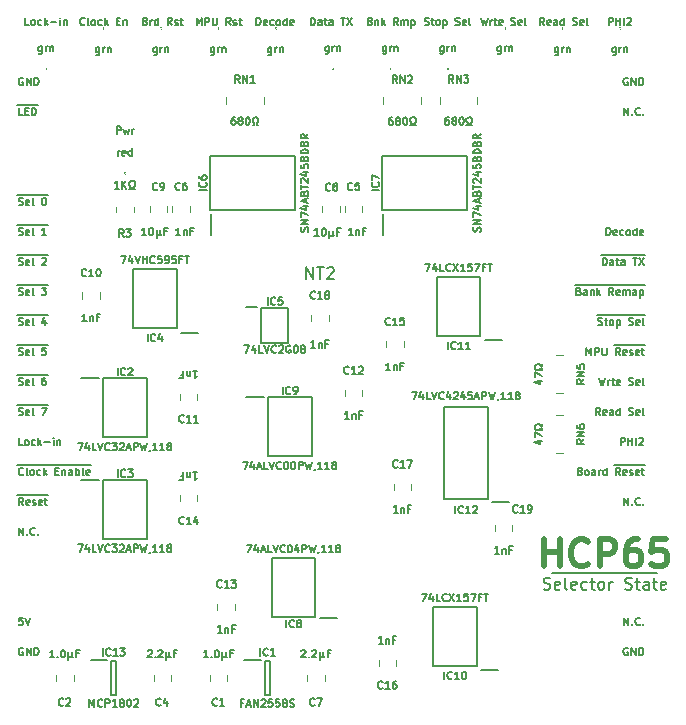
<source format=gbr>
%TF.GenerationSoftware,KiCad,Pcbnew,(6.0.5)*%
%TF.CreationDate,2022-08-08T19:51:32+02:00*%
%TF.ProjectId,Selector State,53656c65-6374-46f7-9220-53746174652e,rev?*%
%TF.SameCoordinates,Original*%
%TF.FileFunction,Legend,Top*%
%TF.FilePolarity,Positive*%
%FSLAX46Y46*%
G04 Gerber Fmt 4.6, Leading zero omitted, Abs format (unit mm)*
G04 Created by KiCad (PCBNEW (6.0.5)) date 2022-08-08 19:51:32*
%MOMM*%
%LPD*%
G01*
G04 APERTURE LIST*
%ADD10C,0.200000*%
%ADD11C,0.150000*%
%ADD12C,0.500000*%
%ADD13C,0.158750*%
%ADD14C,0.100000*%
%ADD15C,0.120000*%
G04 APERTURE END LIST*
D10*
X191452500Y-84772500D02*
X200342500Y-84772500D01*
D11*
X156996190Y-38054642D02*
X157086904Y-38084880D01*
X157117142Y-38115119D01*
X157147380Y-38175595D01*
X157147380Y-38266309D01*
X157117142Y-38326785D01*
X157086904Y-38357023D01*
X157026428Y-38387261D01*
X156784523Y-38387261D01*
X156784523Y-37752261D01*
X156996190Y-37752261D01*
X157056666Y-37782500D01*
X157086904Y-37812738D01*
X157117142Y-37873214D01*
X157117142Y-37933690D01*
X157086904Y-37994166D01*
X157056666Y-38024404D01*
X156996190Y-38054642D01*
X156784523Y-38054642D01*
X157419523Y-38387261D02*
X157419523Y-37963928D01*
X157419523Y-38084880D02*
X157449761Y-38024404D01*
X157480000Y-37994166D01*
X157540476Y-37963928D01*
X157600952Y-37963928D01*
X158084761Y-38387261D02*
X158084761Y-37752261D01*
X158084761Y-38357023D02*
X158024285Y-38387261D01*
X157903333Y-38387261D01*
X157842857Y-38357023D01*
X157812619Y-38326785D01*
X157782380Y-38266309D01*
X157782380Y-38084880D01*
X157812619Y-38024404D01*
X157842857Y-37994166D01*
X157903333Y-37963928D01*
X158024285Y-37963928D01*
X158084761Y-37994166D01*
X159233809Y-38387261D02*
X159022142Y-38084880D01*
X158870952Y-38387261D02*
X158870952Y-37752261D01*
X159112857Y-37752261D01*
X159173333Y-37782500D01*
X159203571Y-37812738D01*
X159233809Y-37873214D01*
X159233809Y-37963928D01*
X159203571Y-38024404D01*
X159173333Y-38054642D01*
X159112857Y-38084880D01*
X158870952Y-38084880D01*
X159475714Y-38357023D02*
X159536190Y-38387261D01*
X159657142Y-38387261D01*
X159717619Y-38357023D01*
X159747857Y-38296547D01*
X159747857Y-38266309D01*
X159717619Y-38205833D01*
X159657142Y-38175595D01*
X159566428Y-38175595D01*
X159505952Y-38145357D01*
X159475714Y-38084880D01*
X159475714Y-38054642D01*
X159505952Y-37994166D01*
X159566428Y-37963928D01*
X159657142Y-37963928D01*
X159717619Y-37994166D01*
X159929285Y-37963928D02*
X160171190Y-37963928D01*
X160020000Y-37752261D02*
X160020000Y-38296547D01*
X160050238Y-38357023D01*
X160110714Y-38387261D01*
X160171190Y-38387261D01*
X194333452Y-66327261D02*
X194333452Y-65692261D01*
X194545119Y-66145833D01*
X194756785Y-65692261D01*
X194756785Y-66327261D01*
X195059166Y-66327261D02*
X195059166Y-65692261D01*
X195301071Y-65692261D01*
X195361547Y-65722500D01*
X195391785Y-65752738D01*
X195422023Y-65813214D01*
X195422023Y-65903928D01*
X195391785Y-65964404D01*
X195361547Y-65994642D01*
X195301071Y-66024880D01*
X195059166Y-66024880D01*
X195694166Y-65692261D02*
X195694166Y-66206309D01*
X195724404Y-66266785D01*
X195754642Y-66297023D01*
X195815119Y-66327261D01*
X195936071Y-66327261D01*
X195996547Y-66297023D01*
X196026785Y-66266785D01*
X196057023Y-66206309D01*
X196057023Y-65692261D01*
X196692023Y-65512950D02*
X197327023Y-65512950D01*
X197206071Y-66327261D02*
X196994404Y-66024880D01*
X196843214Y-66327261D02*
X196843214Y-65692261D01*
X197085119Y-65692261D01*
X197145595Y-65722500D01*
X197175833Y-65752738D01*
X197206071Y-65813214D01*
X197206071Y-65903928D01*
X197175833Y-65964404D01*
X197145595Y-65994642D01*
X197085119Y-66024880D01*
X196843214Y-66024880D01*
X197327023Y-65512950D02*
X197871309Y-65512950D01*
X197720119Y-66297023D02*
X197659642Y-66327261D01*
X197538690Y-66327261D01*
X197478214Y-66297023D01*
X197447976Y-66236547D01*
X197447976Y-65994642D01*
X197478214Y-65934166D01*
X197538690Y-65903928D01*
X197659642Y-65903928D01*
X197720119Y-65934166D01*
X197750357Y-65994642D01*
X197750357Y-66055119D01*
X197447976Y-66115595D01*
X197871309Y-65512950D02*
X198385357Y-65512950D01*
X197992261Y-66297023D02*
X198052738Y-66327261D01*
X198173690Y-66327261D01*
X198234166Y-66297023D01*
X198264404Y-66236547D01*
X198264404Y-66206309D01*
X198234166Y-66145833D01*
X198173690Y-66115595D01*
X198082976Y-66115595D01*
X198022500Y-66085357D01*
X197992261Y-66024880D01*
X197992261Y-65994642D01*
X198022500Y-65934166D01*
X198082976Y-65903928D01*
X198173690Y-65903928D01*
X198234166Y-65934166D01*
X198385357Y-65512950D02*
X198929642Y-65512950D01*
X198778452Y-66297023D02*
X198717976Y-66327261D01*
X198597023Y-66327261D01*
X198536547Y-66297023D01*
X198506309Y-66236547D01*
X198506309Y-65994642D01*
X198536547Y-65934166D01*
X198597023Y-65903928D01*
X198717976Y-65903928D01*
X198778452Y-65934166D01*
X198808690Y-65994642D01*
X198808690Y-66055119D01*
X198506309Y-66115595D01*
X198929642Y-65512950D02*
X199292500Y-65512950D01*
X198990119Y-65903928D02*
X199232023Y-65903928D01*
X199080833Y-65692261D02*
X199080833Y-66236547D01*
X199111071Y-66297023D01*
X199171547Y-66327261D01*
X199232023Y-66327261D01*
X161335357Y-38387261D02*
X161335357Y-37752261D01*
X161547023Y-38205833D01*
X161758690Y-37752261D01*
X161758690Y-38387261D01*
X162061071Y-38387261D02*
X162061071Y-37752261D01*
X162302976Y-37752261D01*
X162363452Y-37782500D01*
X162393690Y-37812738D01*
X162423928Y-37873214D01*
X162423928Y-37963928D01*
X162393690Y-38024404D01*
X162363452Y-38054642D01*
X162302976Y-38084880D01*
X162061071Y-38084880D01*
X162696071Y-37752261D02*
X162696071Y-38266309D01*
X162726309Y-38326785D01*
X162756547Y-38357023D01*
X162817023Y-38387261D01*
X162937976Y-38387261D01*
X162998452Y-38357023D01*
X163028690Y-38326785D01*
X163058928Y-38266309D01*
X163058928Y-37752261D01*
X164207976Y-38387261D02*
X163996309Y-38084880D01*
X163845119Y-38387261D02*
X163845119Y-37752261D01*
X164087023Y-37752261D01*
X164147500Y-37782500D01*
X164177738Y-37812738D01*
X164207976Y-37873214D01*
X164207976Y-37963928D01*
X164177738Y-38024404D01*
X164147500Y-38054642D01*
X164087023Y-38084880D01*
X163845119Y-38084880D01*
X164449880Y-38357023D02*
X164510357Y-38387261D01*
X164631309Y-38387261D01*
X164691785Y-38357023D01*
X164722023Y-38296547D01*
X164722023Y-38266309D01*
X164691785Y-38205833D01*
X164631309Y-38175595D01*
X164540595Y-38175595D01*
X164480119Y-38145357D01*
X164449880Y-38084880D01*
X164449880Y-38054642D01*
X164480119Y-37994166D01*
X164540595Y-37963928D01*
X164631309Y-37963928D01*
X164691785Y-37994166D01*
X164903452Y-37963928D02*
X165145357Y-37963928D01*
X164994166Y-37752261D02*
X164994166Y-38296547D01*
X165024404Y-38357023D01*
X165084880Y-38387261D01*
X165145357Y-38387261D01*
X151845130Y-38326785D02*
X151814892Y-38357023D01*
X151724178Y-38387261D01*
X151663702Y-38387261D01*
X151572988Y-38357023D01*
X151512511Y-38296547D01*
X151482273Y-38236071D01*
X151452035Y-38115119D01*
X151452035Y-38024404D01*
X151482273Y-37903452D01*
X151512511Y-37842976D01*
X151572988Y-37782500D01*
X151663702Y-37752261D01*
X151724178Y-37752261D01*
X151814892Y-37782500D01*
X151845130Y-37812738D01*
X152207988Y-38387261D02*
X152147511Y-38357023D01*
X152117273Y-38296547D01*
X152117273Y-37752261D01*
X152540607Y-38387261D02*
X152480130Y-38357023D01*
X152449892Y-38326785D01*
X152419654Y-38266309D01*
X152419654Y-38084880D01*
X152449892Y-38024404D01*
X152480130Y-37994166D01*
X152540607Y-37963928D01*
X152631321Y-37963928D01*
X152691797Y-37994166D01*
X152722035Y-38024404D01*
X152752273Y-38084880D01*
X152752273Y-38266309D01*
X152722035Y-38326785D01*
X152691797Y-38357023D01*
X152631321Y-38387261D01*
X152540607Y-38387261D01*
X153296559Y-38357023D02*
X153236083Y-38387261D01*
X153115130Y-38387261D01*
X153054654Y-38357023D01*
X153024416Y-38326785D01*
X152994178Y-38266309D01*
X152994178Y-38084880D01*
X153024416Y-38024404D01*
X153054654Y-37994166D01*
X153115130Y-37963928D01*
X153236083Y-37963928D01*
X153296559Y-37994166D01*
X153568702Y-38387261D02*
X153568702Y-37752261D01*
X153629178Y-38145357D02*
X153810607Y-38387261D01*
X153810607Y-37963928D02*
X153568702Y-38205833D01*
X154566559Y-38054642D02*
X154778226Y-38054642D01*
X154868940Y-38387261D02*
X154566559Y-38387261D01*
X154566559Y-37752261D01*
X154868940Y-37752261D01*
X155141083Y-37963928D02*
X155141083Y-38387261D01*
X155141083Y-38024404D02*
X155171321Y-37994166D01*
X155231797Y-37963928D01*
X155322511Y-37963928D01*
X155382988Y-37994166D01*
X155413226Y-38054642D01*
X155413226Y-38387261D01*
X146147500Y-55352950D02*
X146752261Y-55352950D01*
X146268452Y-56137023D02*
X146359166Y-56167261D01*
X146510357Y-56167261D01*
X146570833Y-56137023D01*
X146601071Y-56106785D01*
X146631309Y-56046309D01*
X146631309Y-55985833D01*
X146601071Y-55925357D01*
X146570833Y-55895119D01*
X146510357Y-55864880D01*
X146389404Y-55834642D01*
X146328928Y-55804404D01*
X146298690Y-55774166D01*
X146268452Y-55713690D01*
X146268452Y-55653214D01*
X146298690Y-55592738D01*
X146328928Y-55562500D01*
X146389404Y-55532261D01*
X146540595Y-55532261D01*
X146631309Y-55562500D01*
X146752261Y-55352950D02*
X147296547Y-55352950D01*
X147145357Y-56137023D02*
X147084880Y-56167261D01*
X146963928Y-56167261D01*
X146903452Y-56137023D01*
X146873214Y-56076547D01*
X146873214Y-55834642D01*
X146903452Y-55774166D01*
X146963928Y-55743928D01*
X147084880Y-55743928D01*
X147145357Y-55774166D01*
X147175595Y-55834642D01*
X147175595Y-55895119D01*
X146873214Y-55955595D01*
X147296547Y-55352950D02*
X147629166Y-55352950D01*
X147538452Y-56167261D02*
X147477976Y-56137023D01*
X147447738Y-56076547D01*
X147447738Y-55532261D01*
X147629166Y-55352950D02*
X148112976Y-55352950D01*
X148112976Y-55352950D02*
X148717738Y-55352950D01*
X148596785Y-56167261D02*
X148233928Y-56167261D01*
X148415357Y-56167261D02*
X148415357Y-55532261D01*
X148354880Y-55622976D01*
X148294404Y-55683452D01*
X148233928Y-55713690D01*
X197538690Y-46007261D02*
X197538690Y-45372261D01*
X197901547Y-46007261D01*
X197901547Y-45372261D01*
X198203928Y-45946785D02*
X198234166Y-45977023D01*
X198203928Y-46007261D01*
X198173690Y-45977023D01*
X198203928Y-45946785D01*
X198203928Y-46007261D01*
X198869166Y-45946785D02*
X198838928Y-45977023D01*
X198748214Y-46007261D01*
X198687738Y-46007261D01*
X198597023Y-45977023D01*
X198536547Y-45916547D01*
X198506309Y-45856071D01*
X198476071Y-45735119D01*
X198476071Y-45644404D01*
X198506309Y-45523452D01*
X198536547Y-45462976D01*
X198597023Y-45402500D01*
X198687738Y-45372261D01*
X198748214Y-45372261D01*
X198838928Y-45402500D01*
X198869166Y-45432738D01*
X199141309Y-45946785D02*
X199171547Y-45977023D01*
X199141309Y-46007261D01*
X199111071Y-45977023D01*
X199141309Y-45946785D01*
X199141309Y-46007261D01*
X146147500Y-45192950D02*
X146661547Y-45192950D01*
X146601071Y-46007261D02*
X146298690Y-46007261D01*
X146298690Y-45372261D01*
X146661547Y-45192950D02*
X147236071Y-45192950D01*
X146812738Y-45674642D02*
X147024404Y-45674642D01*
X147115119Y-46007261D02*
X146812738Y-46007261D01*
X146812738Y-45372261D01*
X147115119Y-45372261D01*
X147236071Y-45192950D02*
X147871071Y-45192950D01*
X147387261Y-46007261D02*
X147387261Y-45372261D01*
X147538452Y-45372261D01*
X147629166Y-45402500D01*
X147689642Y-45462976D01*
X147719880Y-45523452D01*
X147750119Y-45644404D01*
X147750119Y-45735119D01*
X147719880Y-45856071D01*
X147689642Y-45916547D01*
X147629166Y-45977023D01*
X147538452Y-46007261D01*
X147387261Y-46007261D01*
X154562023Y-47594761D02*
X154562023Y-46959761D01*
X154803928Y-46959761D01*
X154864404Y-46990000D01*
X154894642Y-47020238D01*
X154924880Y-47080714D01*
X154924880Y-47171428D01*
X154894642Y-47231904D01*
X154864404Y-47262142D01*
X154803928Y-47292380D01*
X154562023Y-47292380D01*
X155136547Y-47171428D02*
X155257500Y-47594761D01*
X155378452Y-47292380D01*
X155499404Y-47594761D01*
X155620357Y-47171428D01*
X155862261Y-47594761D02*
X155862261Y-47171428D01*
X155862261Y-47292380D02*
X155892500Y-47231904D01*
X155922738Y-47201666D01*
X155983214Y-47171428D01*
X156043690Y-47171428D01*
X193819404Y-76154642D02*
X193910119Y-76184880D01*
X193940357Y-76215119D01*
X193970595Y-76275595D01*
X193970595Y-76366309D01*
X193940357Y-76426785D01*
X193910119Y-76457023D01*
X193849642Y-76487261D01*
X193607738Y-76487261D01*
X193607738Y-75852261D01*
X193819404Y-75852261D01*
X193879880Y-75882500D01*
X193910119Y-75912738D01*
X193940357Y-75973214D01*
X193940357Y-76033690D01*
X193910119Y-76094166D01*
X193879880Y-76124404D01*
X193819404Y-76154642D01*
X193607738Y-76154642D01*
X194333452Y-76487261D02*
X194272976Y-76457023D01*
X194242738Y-76426785D01*
X194212500Y-76366309D01*
X194212500Y-76184880D01*
X194242738Y-76124404D01*
X194272976Y-76094166D01*
X194333452Y-76063928D01*
X194424166Y-76063928D01*
X194484642Y-76094166D01*
X194514880Y-76124404D01*
X194545119Y-76184880D01*
X194545119Y-76366309D01*
X194514880Y-76426785D01*
X194484642Y-76457023D01*
X194424166Y-76487261D01*
X194333452Y-76487261D01*
X195089404Y-76487261D02*
X195089404Y-76154642D01*
X195059166Y-76094166D01*
X194998690Y-76063928D01*
X194877738Y-76063928D01*
X194817261Y-76094166D01*
X195089404Y-76457023D02*
X195028928Y-76487261D01*
X194877738Y-76487261D01*
X194817261Y-76457023D01*
X194787023Y-76396547D01*
X194787023Y-76336071D01*
X194817261Y-76275595D01*
X194877738Y-76245357D01*
X195028928Y-76245357D01*
X195089404Y-76215119D01*
X195391785Y-76487261D02*
X195391785Y-76063928D01*
X195391785Y-76184880D02*
X195422023Y-76124404D01*
X195452261Y-76094166D01*
X195512738Y-76063928D01*
X195573214Y-76063928D01*
X196057023Y-76487261D02*
X196057023Y-75852261D01*
X196057023Y-76457023D02*
X195996547Y-76487261D01*
X195875595Y-76487261D01*
X195815119Y-76457023D01*
X195784880Y-76426785D01*
X195754642Y-76366309D01*
X195754642Y-76184880D01*
X195784880Y-76124404D01*
X195815119Y-76094166D01*
X195875595Y-76063928D01*
X195996547Y-76063928D01*
X196057023Y-76094166D01*
X196692023Y-75672950D02*
X197327023Y-75672950D01*
X197206071Y-76487261D02*
X196994404Y-76184880D01*
X196843214Y-76487261D02*
X196843214Y-75852261D01*
X197085119Y-75852261D01*
X197145595Y-75882500D01*
X197175833Y-75912738D01*
X197206071Y-75973214D01*
X197206071Y-76063928D01*
X197175833Y-76124404D01*
X197145595Y-76154642D01*
X197085119Y-76184880D01*
X196843214Y-76184880D01*
X197327023Y-75672950D02*
X197871309Y-75672950D01*
X197720119Y-76457023D02*
X197659642Y-76487261D01*
X197538690Y-76487261D01*
X197478214Y-76457023D01*
X197447976Y-76396547D01*
X197447976Y-76154642D01*
X197478214Y-76094166D01*
X197538690Y-76063928D01*
X197659642Y-76063928D01*
X197720119Y-76094166D01*
X197750357Y-76154642D01*
X197750357Y-76215119D01*
X197447976Y-76275595D01*
X197871309Y-75672950D02*
X198385357Y-75672950D01*
X197992261Y-76457023D02*
X198052738Y-76487261D01*
X198173690Y-76487261D01*
X198234166Y-76457023D01*
X198264404Y-76396547D01*
X198264404Y-76366309D01*
X198234166Y-76305833D01*
X198173690Y-76275595D01*
X198082976Y-76275595D01*
X198022500Y-76245357D01*
X197992261Y-76184880D01*
X197992261Y-76154642D01*
X198022500Y-76094166D01*
X198082976Y-76063928D01*
X198173690Y-76063928D01*
X198234166Y-76094166D01*
X198385357Y-75672950D02*
X198929642Y-75672950D01*
X198778452Y-76457023D02*
X198717976Y-76487261D01*
X198597023Y-76487261D01*
X198536547Y-76457023D01*
X198506309Y-76396547D01*
X198506309Y-76154642D01*
X198536547Y-76094166D01*
X198597023Y-76063928D01*
X198717976Y-76063928D01*
X198778452Y-76094166D01*
X198808690Y-76154642D01*
X198808690Y-76215119D01*
X198506309Y-76275595D01*
X198929642Y-75672950D02*
X199292500Y-75672950D01*
X198990119Y-76063928D02*
X199232023Y-76063928D01*
X199080833Y-75852261D02*
X199080833Y-76396547D01*
X199111071Y-76457023D01*
X199171547Y-76487261D01*
X199232023Y-76487261D01*
X146147500Y-70592950D02*
X146752261Y-70592950D01*
X146268452Y-71377023D02*
X146359166Y-71407261D01*
X146510357Y-71407261D01*
X146570833Y-71377023D01*
X146601071Y-71346785D01*
X146631309Y-71286309D01*
X146631309Y-71225833D01*
X146601071Y-71165357D01*
X146570833Y-71135119D01*
X146510357Y-71104880D01*
X146389404Y-71074642D01*
X146328928Y-71044404D01*
X146298690Y-71014166D01*
X146268452Y-70953690D01*
X146268452Y-70893214D01*
X146298690Y-70832738D01*
X146328928Y-70802500D01*
X146389404Y-70772261D01*
X146540595Y-70772261D01*
X146631309Y-70802500D01*
X146752261Y-70592950D02*
X147296547Y-70592950D01*
X147145357Y-71377023D02*
X147084880Y-71407261D01*
X146963928Y-71407261D01*
X146903452Y-71377023D01*
X146873214Y-71316547D01*
X146873214Y-71074642D01*
X146903452Y-71014166D01*
X146963928Y-70983928D01*
X147084880Y-70983928D01*
X147145357Y-71014166D01*
X147175595Y-71074642D01*
X147175595Y-71135119D01*
X146873214Y-71195595D01*
X147296547Y-70592950D02*
X147629166Y-70592950D01*
X147538452Y-71407261D02*
X147477976Y-71377023D01*
X147447738Y-71316547D01*
X147447738Y-70772261D01*
X147629166Y-70592950D02*
X148112976Y-70592950D01*
X148112976Y-70592950D02*
X148717738Y-70592950D01*
X148203690Y-70772261D02*
X148627023Y-70772261D01*
X148354880Y-71407261D01*
X195391785Y-68232261D02*
X195542976Y-68867261D01*
X195663928Y-68413690D01*
X195784880Y-68867261D01*
X195936071Y-68232261D01*
X196177976Y-68867261D02*
X196177976Y-68443928D01*
X196177976Y-68564880D02*
X196208214Y-68504404D01*
X196238452Y-68474166D01*
X196298928Y-68443928D01*
X196359404Y-68443928D01*
X196480357Y-68443928D02*
X196722261Y-68443928D01*
X196571071Y-68232261D02*
X196571071Y-68776547D01*
X196601309Y-68837023D01*
X196661785Y-68867261D01*
X196722261Y-68867261D01*
X197175833Y-68837023D02*
X197115357Y-68867261D01*
X196994404Y-68867261D01*
X196933928Y-68837023D01*
X196903690Y-68776547D01*
X196903690Y-68534642D01*
X196933928Y-68474166D01*
X196994404Y-68443928D01*
X197115357Y-68443928D01*
X197175833Y-68474166D01*
X197206071Y-68534642D01*
X197206071Y-68595119D01*
X196903690Y-68655595D01*
X197931785Y-68837023D02*
X198022500Y-68867261D01*
X198173690Y-68867261D01*
X198234166Y-68837023D01*
X198264404Y-68806785D01*
X198294642Y-68746309D01*
X198294642Y-68685833D01*
X198264404Y-68625357D01*
X198234166Y-68595119D01*
X198173690Y-68564880D01*
X198052738Y-68534642D01*
X197992261Y-68504404D01*
X197962023Y-68474166D01*
X197931785Y-68413690D01*
X197931785Y-68353214D01*
X197962023Y-68292738D01*
X197992261Y-68262500D01*
X198052738Y-68232261D01*
X198203928Y-68232261D01*
X198294642Y-68262500D01*
X198808690Y-68837023D02*
X198748214Y-68867261D01*
X198627261Y-68867261D01*
X198566785Y-68837023D01*
X198536547Y-68776547D01*
X198536547Y-68534642D01*
X198566785Y-68474166D01*
X198627261Y-68443928D01*
X198748214Y-68443928D01*
X198808690Y-68474166D01*
X198838928Y-68534642D01*
X198838928Y-68595119D01*
X198536547Y-68655595D01*
X199201785Y-68867261D02*
X199141309Y-68837023D01*
X199111071Y-68776547D01*
X199111071Y-68232261D01*
X176031071Y-38054642D02*
X176121785Y-38084880D01*
X176152023Y-38115119D01*
X176182261Y-38175595D01*
X176182261Y-38266309D01*
X176152023Y-38326785D01*
X176121785Y-38357023D01*
X176061309Y-38387261D01*
X175819404Y-38387261D01*
X175819404Y-37752261D01*
X176031071Y-37752261D01*
X176091547Y-37782500D01*
X176121785Y-37812738D01*
X176152023Y-37873214D01*
X176152023Y-37933690D01*
X176121785Y-37994166D01*
X176091547Y-38024404D01*
X176031071Y-38054642D01*
X175819404Y-38054642D01*
X176454404Y-37963928D02*
X176454404Y-38387261D01*
X176454404Y-38024404D02*
X176484642Y-37994166D01*
X176545119Y-37963928D01*
X176635833Y-37963928D01*
X176696309Y-37994166D01*
X176726547Y-38054642D01*
X176726547Y-38387261D01*
X177028928Y-38387261D02*
X177028928Y-37752261D01*
X177089404Y-38145357D02*
X177270833Y-38387261D01*
X177270833Y-37963928D02*
X177028928Y-38205833D01*
X178389642Y-38387261D02*
X178177976Y-38084880D01*
X178026785Y-38387261D02*
X178026785Y-37752261D01*
X178268690Y-37752261D01*
X178329166Y-37782500D01*
X178359404Y-37812738D01*
X178389642Y-37873214D01*
X178389642Y-37963928D01*
X178359404Y-38024404D01*
X178329166Y-38054642D01*
X178268690Y-38084880D01*
X178026785Y-38084880D01*
X178661785Y-38387261D02*
X178661785Y-37963928D01*
X178661785Y-38024404D02*
X178692023Y-37994166D01*
X178752500Y-37963928D01*
X178843214Y-37963928D01*
X178903690Y-37994166D01*
X178933928Y-38054642D01*
X178933928Y-38387261D01*
X178933928Y-38054642D02*
X178964166Y-37994166D01*
X179024642Y-37963928D01*
X179115357Y-37963928D01*
X179175833Y-37994166D01*
X179206071Y-38054642D01*
X179206071Y-38387261D01*
X179508452Y-37963928D02*
X179508452Y-38598928D01*
X179508452Y-37994166D02*
X179568928Y-37963928D01*
X179689880Y-37963928D01*
X179750357Y-37994166D01*
X179780595Y-38024404D01*
X179810833Y-38084880D01*
X179810833Y-38266309D01*
X179780595Y-38326785D01*
X179750357Y-38357023D01*
X179689880Y-38387261D01*
X179568928Y-38387261D01*
X179508452Y-38357023D01*
X146147500Y-75672950D02*
X146782500Y-75672950D01*
X146661547Y-76426785D02*
X146631309Y-76457023D01*
X146540595Y-76487261D01*
X146480119Y-76487261D01*
X146389404Y-76457023D01*
X146328928Y-76396547D01*
X146298690Y-76336071D01*
X146268452Y-76215119D01*
X146268452Y-76124404D01*
X146298690Y-76003452D01*
X146328928Y-75942976D01*
X146389404Y-75882500D01*
X146480119Y-75852261D01*
X146540595Y-75852261D01*
X146631309Y-75882500D01*
X146661547Y-75912738D01*
X146782500Y-75672950D02*
X147115119Y-75672950D01*
X147024404Y-76487261D02*
X146963928Y-76457023D01*
X146933690Y-76396547D01*
X146933690Y-75852261D01*
X147115119Y-75672950D02*
X147689642Y-75672950D01*
X147357023Y-76487261D02*
X147296547Y-76457023D01*
X147266309Y-76426785D01*
X147236071Y-76366309D01*
X147236071Y-76184880D01*
X147266309Y-76124404D01*
X147296547Y-76094166D01*
X147357023Y-76063928D01*
X147447738Y-76063928D01*
X147508214Y-76094166D01*
X147538452Y-76124404D01*
X147568690Y-76184880D01*
X147568690Y-76366309D01*
X147538452Y-76426785D01*
X147508214Y-76457023D01*
X147447738Y-76487261D01*
X147357023Y-76487261D01*
X147689642Y-75672950D02*
X148233928Y-75672950D01*
X148112976Y-76457023D02*
X148052500Y-76487261D01*
X147931547Y-76487261D01*
X147871071Y-76457023D01*
X147840833Y-76426785D01*
X147810595Y-76366309D01*
X147810595Y-76184880D01*
X147840833Y-76124404D01*
X147871071Y-76094166D01*
X147931547Y-76063928D01*
X148052500Y-76063928D01*
X148112976Y-76094166D01*
X148233928Y-75672950D02*
X148747976Y-75672950D01*
X148385119Y-76487261D02*
X148385119Y-75852261D01*
X148445595Y-76245357D02*
X148627023Y-76487261D01*
X148627023Y-76063928D02*
X148385119Y-76305833D01*
X148747976Y-75672950D02*
X149231785Y-75672950D01*
X149231785Y-75672950D02*
X149806309Y-75672950D01*
X149382976Y-76154642D02*
X149594642Y-76154642D01*
X149685357Y-76487261D02*
X149382976Y-76487261D01*
X149382976Y-75852261D01*
X149685357Y-75852261D01*
X149806309Y-75672950D02*
X150380833Y-75672950D01*
X149957500Y-76063928D02*
X149957500Y-76487261D01*
X149957500Y-76124404D02*
X149987738Y-76094166D01*
X150048214Y-76063928D01*
X150138928Y-76063928D01*
X150199404Y-76094166D01*
X150229642Y-76154642D01*
X150229642Y-76487261D01*
X150380833Y-75672950D02*
X150955357Y-75672950D01*
X150804166Y-76487261D02*
X150804166Y-76154642D01*
X150773928Y-76094166D01*
X150713452Y-76063928D01*
X150592500Y-76063928D01*
X150532023Y-76094166D01*
X150804166Y-76457023D02*
X150743690Y-76487261D01*
X150592500Y-76487261D01*
X150532023Y-76457023D01*
X150501785Y-76396547D01*
X150501785Y-76336071D01*
X150532023Y-76275595D01*
X150592500Y-76245357D01*
X150743690Y-76245357D01*
X150804166Y-76215119D01*
X150955357Y-75672950D02*
X151529880Y-75672950D01*
X151106547Y-76487261D02*
X151106547Y-75852261D01*
X151106547Y-76094166D02*
X151167023Y-76063928D01*
X151287976Y-76063928D01*
X151348452Y-76094166D01*
X151378690Y-76124404D01*
X151408928Y-76184880D01*
X151408928Y-76366309D01*
X151378690Y-76426785D01*
X151348452Y-76457023D01*
X151287976Y-76487261D01*
X151167023Y-76487261D01*
X151106547Y-76457023D01*
X151529880Y-75672950D02*
X151862500Y-75672950D01*
X151771785Y-76487261D02*
X151711309Y-76457023D01*
X151681071Y-76396547D01*
X151681071Y-75852261D01*
X151862500Y-75672950D02*
X152406785Y-75672950D01*
X152255595Y-76457023D02*
X152195119Y-76487261D01*
X152074166Y-76487261D01*
X152013690Y-76457023D01*
X151983452Y-76396547D01*
X151983452Y-76154642D01*
X152013690Y-76094166D01*
X152074166Y-76063928D01*
X152195119Y-76063928D01*
X152255595Y-76094166D01*
X152285833Y-76154642D01*
X152285833Y-76215119D01*
X151983452Y-76275595D01*
X190772142Y-38387261D02*
X190560476Y-38084880D01*
X190409285Y-38387261D02*
X190409285Y-37752261D01*
X190651190Y-37752261D01*
X190711666Y-37782500D01*
X190741904Y-37812738D01*
X190772142Y-37873214D01*
X190772142Y-37963928D01*
X190741904Y-38024404D01*
X190711666Y-38054642D01*
X190651190Y-38084880D01*
X190409285Y-38084880D01*
X191286190Y-38357023D02*
X191225714Y-38387261D01*
X191104761Y-38387261D01*
X191044285Y-38357023D01*
X191014047Y-38296547D01*
X191014047Y-38054642D01*
X191044285Y-37994166D01*
X191104761Y-37963928D01*
X191225714Y-37963928D01*
X191286190Y-37994166D01*
X191316428Y-38054642D01*
X191316428Y-38115119D01*
X191014047Y-38175595D01*
X191860714Y-38387261D02*
X191860714Y-38054642D01*
X191830476Y-37994166D01*
X191770000Y-37963928D01*
X191649047Y-37963928D01*
X191588571Y-37994166D01*
X191860714Y-38357023D02*
X191800238Y-38387261D01*
X191649047Y-38387261D01*
X191588571Y-38357023D01*
X191558333Y-38296547D01*
X191558333Y-38236071D01*
X191588571Y-38175595D01*
X191649047Y-38145357D01*
X191800238Y-38145357D01*
X191860714Y-38115119D01*
X192435238Y-38387261D02*
X192435238Y-37752261D01*
X192435238Y-38357023D02*
X192374761Y-38387261D01*
X192253809Y-38387261D01*
X192193333Y-38357023D01*
X192163095Y-38326785D01*
X192132857Y-38266309D01*
X192132857Y-38084880D01*
X192163095Y-38024404D01*
X192193333Y-37994166D01*
X192253809Y-37963928D01*
X192374761Y-37963928D01*
X192435238Y-37994166D01*
X193191190Y-38357023D02*
X193281904Y-38387261D01*
X193433095Y-38387261D01*
X193493571Y-38357023D01*
X193523809Y-38326785D01*
X193554047Y-38266309D01*
X193554047Y-38205833D01*
X193523809Y-38145357D01*
X193493571Y-38115119D01*
X193433095Y-38084880D01*
X193312142Y-38054642D01*
X193251666Y-38024404D01*
X193221428Y-37994166D01*
X193191190Y-37933690D01*
X193191190Y-37873214D01*
X193221428Y-37812738D01*
X193251666Y-37782500D01*
X193312142Y-37752261D01*
X193463333Y-37752261D01*
X193554047Y-37782500D01*
X194068095Y-38357023D02*
X194007619Y-38387261D01*
X193886666Y-38387261D01*
X193826190Y-38357023D01*
X193795952Y-38296547D01*
X193795952Y-38054642D01*
X193826190Y-37994166D01*
X193886666Y-37963928D01*
X194007619Y-37963928D01*
X194068095Y-37994166D01*
X194098333Y-38054642D01*
X194098333Y-38115119D01*
X193795952Y-38175595D01*
X194461190Y-38387261D02*
X194400714Y-38357023D01*
X194370476Y-38296547D01*
X194370476Y-37752261D01*
X146631309Y-42862500D02*
X146570833Y-42832261D01*
X146480119Y-42832261D01*
X146389404Y-42862500D01*
X146328928Y-42922976D01*
X146298690Y-42983452D01*
X146268452Y-43104404D01*
X146268452Y-43195119D01*
X146298690Y-43316071D01*
X146328928Y-43376547D01*
X146389404Y-43437023D01*
X146480119Y-43467261D01*
X146540595Y-43467261D01*
X146631309Y-43437023D01*
X146661547Y-43406785D01*
X146661547Y-43195119D01*
X146540595Y-43195119D01*
X146933690Y-43467261D02*
X146933690Y-42832261D01*
X147296547Y-43467261D01*
X147296547Y-42832261D01*
X147598928Y-43467261D02*
X147598928Y-42832261D01*
X147750119Y-42832261D01*
X147840833Y-42862500D01*
X147901309Y-42922976D01*
X147931547Y-42983452D01*
X147961785Y-43104404D01*
X147961785Y-43195119D01*
X147931547Y-43316071D01*
X147901309Y-43376547D01*
X147840833Y-43437023D01*
X147750119Y-43467261D01*
X147598928Y-43467261D01*
X180642380Y-38357023D02*
X180733095Y-38387261D01*
X180884285Y-38387261D01*
X180944761Y-38357023D01*
X180975000Y-38326785D01*
X181005238Y-38266309D01*
X181005238Y-38205833D01*
X180975000Y-38145357D01*
X180944761Y-38115119D01*
X180884285Y-38084880D01*
X180763333Y-38054642D01*
X180702857Y-38024404D01*
X180672619Y-37994166D01*
X180642380Y-37933690D01*
X180642380Y-37873214D01*
X180672619Y-37812738D01*
X180702857Y-37782500D01*
X180763333Y-37752261D01*
X180914523Y-37752261D01*
X181005238Y-37782500D01*
X181186666Y-37963928D02*
X181428571Y-37963928D01*
X181277380Y-37752261D02*
X181277380Y-38296547D01*
X181307619Y-38357023D01*
X181368095Y-38387261D01*
X181428571Y-38387261D01*
X181730952Y-38387261D02*
X181670476Y-38357023D01*
X181640238Y-38326785D01*
X181610000Y-38266309D01*
X181610000Y-38084880D01*
X181640238Y-38024404D01*
X181670476Y-37994166D01*
X181730952Y-37963928D01*
X181821666Y-37963928D01*
X181882142Y-37994166D01*
X181912380Y-38024404D01*
X181942619Y-38084880D01*
X181942619Y-38266309D01*
X181912380Y-38326785D01*
X181882142Y-38357023D01*
X181821666Y-38387261D01*
X181730952Y-38387261D01*
X182214761Y-37963928D02*
X182214761Y-38598928D01*
X182214761Y-37994166D02*
X182275238Y-37963928D01*
X182396190Y-37963928D01*
X182456666Y-37994166D01*
X182486904Y-38024404D01*
X182517142Y-38084880D01*
X182517142Y-38266309D01*
X182486904Y-38326785D01*
X182456666Y-38357023D01*
X182396190Y-38387261D01*
X182275238Y-38387261D01*
X182214761Y-38357023D01*
X183242857Y-38357023D02*
X183333571Y-38387261D01*
X183484761Y-38387261D01*
X183545238Y-38357023D01*
X183575476Y-38326785D01*
X183605714Y-38266309D01*
X183605714Y-38205833D01*
X183575476Y-38145357D01*
X183545238Y-38115119D01*
X183484761Y-38084880D01*
X183363809Y-38054642D01*
X183303333Y-38024404D01*
X183273095Y-37994166D01*
X183242857Y-37933690D01*
X183242857Y-37873214D01*
X183273095Y-37812738D01*
X183303333Y-37782500D01*
X183363809Y-37752261D01*
X183515000Y-37752261D01*
X183605714Y-37782500D01*
X184119761Y-38357023D02*
X184059285Y-38387261D01*
X183938333Y-38387261D01*
X183877857Y-38357023D01*
X183847619Y-38296547D01*
X183847619Y-38054642D01*
X183877857Y-37994166D01*
X183938333Y-37963928D01*
X184059285Y-37963928D01*
X184119761Y-37994166D01*
X184150000Y-38054642D01*
X184150000Y-38115119D01*
X183847619Y-38175595D01*
X184512857Y-38387261D02*
X184452380Y-38357023D01*
X184422142Y-38296547D01*
X184422142Y-37752261D01*
X196026785Y-56167261D02*
X196026785Y-55532261D01*
X196177976Y-55532261D01*
X196268690Y-55562500D01*
X196329166Y-55622976D01*
X196359404Y-55683452D01*
X196389642Y-55804404D01*
X196389642Y-55895119D01*
X196359404Y-56016071D01*
X196329166Y-56076547D01*
X196268690Y-56137023D01*
X196177976Y-56167261D01*
X196026785Y-56167261D01*
X196903690Y-56137023D02*
X196843214Y-56167261D01*
X196722261Y-56167261D01*
X196661785Y-56137023D01*
X196631547Y-56076547D01*
X196631547Y-55834642D01*
X196661785Y-55774166D01*
X196722261Y-55743928D01*
X196843214Y-55743928D01*
X196903690Y-55774166D01*
X196933928Y-55834642D01*
X196933928Y-55895119D01*
X196631547Y-55955595D01*
X197478214Y-56137023D02*
X197417738Y-56167261D01*
X197296785Y-56167261D01*
X197236309Y-56137023D01*
X197206071Y-56106785D01*
X197175833Y-56046309D01*
X197175833Y-55864880D01*
X197206071Y-55804404D01*
X197236309Y-55774166D01*
X197296785Y-55743928D01*
X197417738Y-55743928D01*
X197478214Y-55774166D01*
X197841071Y-56167261D02*
X197780595Y-56137023D01*
X197750357Y-56106785D01*
X197720119Y-56046309D01*
X197720119Y-55864880D01*
X197750357Y-55804404D01*
X197780595Y-55774166D01*
X197841071Y-55743928D01*
X197931785Y-55743928D01*
X197992261Y-55774166D01*
X198022500Y-55804404D01*
X198052738Y-55864880D01*
X198052738Y-56046309D01*
X198022500Y-56106785D01*
X197992261Y-56137023D01*
X197931785Y-56167261D01*
X197841071Y-56167261D01*
X198597023Y-56167261D02*
X198597023Y-55532261D01*
X198597023Y-56137023D02*
X198536547Y-56167261D01*
X198415595Y-56167261D01*
X198355119Y-56137023D01*
X198324880Y-56106785D01*
X198294642Y-56046309D01*
X198294642Y-55864880D01*
X198324880Y-55804404D01*
X198355119Y-55774166D01*
X198415595Y-55743928D01*
X198536547Y-55743928D01*
X198597023Y-55774166D01*
X199141309Y-56137023D02*
X199080833Y-56167261D01*
X198959880Y-56167261D01*
X198899404Y-56137023D01*
X198869166Y-56076547D01*
X198869166Y-55834642D01*
X198899404Y-55774166D01*
X198959880Y-55743928D01*
X199080833Y-55743928D01*
X199141309Y-55774166D01*
X199171547Y-55834642D01*
X199171547Y-55895119D01*
X198869166Y-55955595D01*
X197841071Y-91122500D02*
X197780595Y-91092261D01*
X197689880Y-91092261D01*
X197599166Y-91122500D01*
X197538690Y-91182976D01*
X197508452Y-91243452D01*
X197478214Y-91364404D01*
X197478214Y-91455119D01*
X197508452Y-91576071D01*
X197538690Y-91636547D01*
X197599166Y-91697023D01*
X197689880Y-91727261D01*
X197750357Y-91727261D01*
X197841071Y-91697023D01*
X197871309Y-91666785D01*
X197871309Y-91455119D01*
X197750357Y-91455119D01*
X198143452Y-91727261D02*
X198143452Y-91092261D01*
X198506309Y-91727261D01*
X198506309Y-91092261D01*
X198808690Y-91727261D02*
X198808690Y-91092261D01*
X198959880Y-91092261D01*
X199050595Y-91122500D01*
X199111071Y-91182976D01*
X199141309Y-91243452D01*
X199171547Y-91364404D01*
X199171547Y-91455119D01*
X199141309Y-91576071D01*
X199111071Y-91636547D01*
X199050595Y-91697023D01*
X198959880Y-91727261D01*
X198808690Y-91727261D01*
D10*
X190707023Y-86129761D02*
X190849880Y-86177380D01*
X191087976Y-86177380D01*
X191183214Y-86129761D01*
X191230833Y-86082142D01*
X191278452Y-85986904D01*
X191278452Y-85891666D01*
X191230833Y-85796428D01*
X191183214Y-85748809D01*
X191087976Y-85701190D01*
X190897500Y-85653571D01*
X190802261Y-85605952D01*
X190754642Y-85558333D01*
X190707023Y-85463095D01*
X190707023Y-85367857D01*
X190754642Y-85272619D01*
X190802261Y-85225000D01*
X190897500Y-85177380D01*
X191135595Y-85177380D01*
X191278452Y-85225000D01*
X192087976Y-86129761D02*
X191992738Y-86177380D01*
X191802261Y-86177380D01*
X191707023Y-86129761D01*
X191659404Y-86034523D01*
X191659404Y-85653571D01*
X191707023Y-85558333D01*
X191802261Y-85510714D01*
X191992738Y-85510714D01*
X192087976Y-85558333D01*
X192135595Y-85653571D01*
X192135595Y-85748809D01*
X191659404Y-85844047D01*
X192707023Y-86177380D02*
X192611785Y-86129761D01*
X192564166Y-86034523D01*
X192564166Y-85177380D01*
X193468928Y-86129761D02*
X193373690Y-86177380D01*
X193183214Y-86177380D01*
X193087976Y-86129761D01*
X193040357Y-86034523D01*
X193040357Y-85653571D01*
X193087976Y-85558333D01*
X193183214Y-85510714D01*
X193373690Y-85510714D01*
X193468928Y-85558333D01*
X193516547Y-85653571D01*
X193516547Y-85748809D01*
X193040357Y-85844047D01*
X194373690Y-86129761D02*
X194278452Y-86177380D01*
X194087976Y-86177380D01*
X193992738Y-86129761D01*
X193945119Y-86082142D01*
X193897500Y-85986904D01*
X193897500Y-85701190D01*
X193945119Y-85605952D01*
X193992738Y-85558333D01*
X194087976Y-85510714D01*
X194278452Y-85510714D01*
X194373690Y-85558333D01*
X194659404Y-85510714D02*
X195040357Y-85510714D01*
X194802261Y-85177380D02*
X194802261Y-86034523D01*
X194849880Y-86129761D01*
X194945119Y-86177380D01*
X195040357Y-86177380D01*
X195516547Y-86177380D02*
X195421309Y-86129761D01*
X195373690Y-86082142D01*
X195326071Y-85986904D01*
X195326071Y-85701190D01*
X195373690Y-85605952D01*
X195421309Y-85558333D01*
X195516547Y-85510714D01*
X195659404Y-85510714D01*
X195754642Y-85558333D01*
X195802261Y-85605952D01*
X195849880Y-85701190D01*
X195849880Y-85986904D01*
X195802261Y-86082142D01*
X195754642Y-86129761D01*
X195659404Y-86177380D01*
X195516547Y-86177380D01*
X196278452Y-86177380D02*
X196278452Y-85510714D01*
X196278452Y-85701190D02*
X196326071Y-85605952D01*
X196373690Y-85558333D01*
X196468928Y-85510714D01*
X196564166Y-85510714D01*
X197611785Y-86129761D02*
X197754642Y-86177380D01*
X197992738Y-86177380D01*
X198087976Y-86129761D01*
X198135595Y-86082142D01*
X198183214Y-85986904D01*
X198183214Y-85891666D01*
X198135595Y-85796428D01*
X198087976Y-85748809D01*
X197992738Y-85701190D01*
X197802261Y-85653571D01*
X197707023Y-85605952D01*
X197659404Y-85558333D01*
X197611785Y-85463095D01*
X197611785Y-85367857D01*
X197659404Y-85272619D01*
X197707023Y-85225000D01*
X197802261Y-85177380D01*
X198040357Y-85177380D01*
X198183214Y-85225000D01*
X198468928Y-85510714D02*
X198849880Y-85510714D01*
X198611785Y-85177380D02*
X198611785Y-86034523D01*
X198659404Y-86129761D01*
X198754642Y-86177380D01*
X198849880Y-86177380D01*
X199611785Y-86177380D02*
X199611785Y-85653571D01*
X199564166Y-85558333D01*
X199468928Y-85510714D01*
X199278452Y-85510714D01*
X199183214Y-85558333D01*
X199611785Y-86129761D02*
X199516547Y-86177380D01*
X199278452Y-86177380D01*
X199183214Y-86129761D01*
X199135595Y-86034523D01*
X199135595Y-85939285D01*
X199183214Y-85844047D01*
X199278452Y-85796428D01*
X199516547Y-85796428D01*
X199611785Y-85748809D01*
X199945119Y-85510714D02*
X200326071Y-85510714D01*
X200087976Y-85177380D02*
X200087976Y-86034523D01*
X200135595Y-86129761D01*
X200230833Y-86177380D01*
X200326071Y-86177380D01*
X201040357Y-86129761D02*
X200945119Y-86177380D01*
X200754642Y-86177380D01*
X200659404Y-86129761D01*
X200611785Y-86034523D01*
X200611785Y-85653571D01*
X200659404Y-85558333D01*
X200754642Y-85510714D01*
X200945119Y-85510714D01*
X201040357Y-85558333D01*
X201087976Y-85653571D01*
X201087976Y-85748809D01*
X200611785Y-85844047D01*
D11*
X185420000Y-37752261D02*
X185571190Y-38387261D01*
X185692142Y-37933690D01*
X185813095Y-38387261D01*
X185964285Y-37752261D01*
X186206190Y-38387261D02*
X186206190Y-37963928D01*
X186206190Y-38084880D02*
X186236428Y-38024404D01*
X186266666Y-37994166D01*
X186327142Y-37963928D01*
X186387619Y-37963928D01*
X186508571Y-37963928D02*
X186750476Y-37963928D01*
X186599285Y-37752261D02*
X186599285Y-38296547D01*
X186629523Y-38357023D01*
X186690000Y-38387261D01*
X186750476Y-38387261D01*
X187204047Y-38357023D02*
X187143571Y-38387261D01*
X187022619Y-38387261D01*
X186962142Y-38357023D01*
X186931904Y-38296547D01*
X186931904Y-38054642D01*
X186962142Y-37994166D01*
X187022619Y-37963928D01*
X187143571Y-37963928D01*
X187204047Y-37994166D01*
X187234285Y-38054642D01*
X187234285Y-38115119D01*
X186931904Y-38175595D01*
X187960000Y-38357023D02*
X188050714Y-38387261D01*
X188201904Y-38387261D01*
X188262380Y-38357023D01*
X188292619Y-38326785D01*
X188322857Y-38266309D01*
X188322857Y-38205833D01*
X188292619Y-38145357D01*
X188262380Y-38115119D01*
X188201904Y-38084880D01*
X188080952Y-38054642D01*
X188020476Y-38024404D01*
X187990238Y-37994166D01*
X187960000Y-37933690D01*
X187960000Y-37873214D01*
X187990238Y-37812738D01*
X188020476Y-37782500D01*
X188080952Y-37752261D01*
X188232142Y-37752261D01*
X188322857Y-37782500D01*
X188836904Y-38357023D02*
X188776428Y-38387261D01*
X188655476Y-38387261D01*
X188595000Y-38357023D01*
X188564761Y-38296547D01*
X188564761Y-38054642D01*
X188595000Y-37994166D01*
X188655476Y-37963928D01*
X188776428Y-37963928D01*
X188836904Y-37994166D01*
X188867142Y-38054642D01*
X188867142Y-38115119D01*
X188564761Y-38175595D01*
X189230000Y-38387261D02*
X189169523Y-38357023D01*
X189139285Y-38296547D01*
X189139285Y-37752261D01*
X197538690Y-89187261D02*
X197538690Y-88552261D01*
X197901547Y-89187261D01*
X197901547Y-88552261D01*
X198203928Y-89126785D02*
X198234166Y-89157023D01*
X198203928Y-89187261D01*
X198173690Y-89157023D01*
X198203928Y-89126785D01*
X198203928Y-89187261D01*
X198869166Y-89126785D02*
X198838928Y-89157023D01*
X198748214Y-89187261D01*
X198687738Y-89187261D01*
X198597023Y-89157023D01*
X198536547Y-89096547D01*
X198506309Y-89036071D01*
X198476071Y-88915119D01*
X198476071Y-88824404D01*
X198506309Y-88703452D01*
X198536547Y-88642976D01*
X198597023Y-88582500D01*
X198687738Y-88552261D01*
X198748214Y-88552261D01*
X198838928Y-88582500D01*
X198869166Y-88612738D01*
X199141309Y-89126785D02*
X199171547Y-89157023D01*
X199141309Y-89187261D01*
X199111071Y-89157023D01*
X199141309Y-89126785D01*
X199141309Y-89187261D01*
X171011547Y-38387261D02*
X171011547Y-37752261D01*
X171162738Y-37752261D01*
X171253452Y-37782500D01*
X171313928Y-37842976D01*
X171344166Y-37903452D01*
X171374404Y-38024404D01*
X171374404Y-38115119D01*
X171344166Y-38236071D01*
X171313928Y-38296547D01*
X171253452Y-38357023D01*
X171162738Y-38387261D01*
X171011547Y-38387261D01*
X171918690Y-38387261D02*
X171918690Y-38054642D01*
X171888452Y-37994166D01*
X171827976Y-37963928D01*
X171707023Y-37963928D01*
X171646547Y-37994166D01*
X171918690Y-38357023D02*
X171858214Y-38387261D01*
X171707023Y-38387261D01*
X171646547Y-38357023D01*
X171616309Y-38296547D01*
X171616309Y-38236071D01*
X171646547Y-38175595D01*
X171707023Y-38145357D01*
X171858214Y-38145357D01*
X171918690Y-38115119D01*
X172130357Y-37963928D02*
X172372261Y-37963928D01*
X172221071Y-37752261D02*
X172221071Y-38296547D01*
X172251309Y-38357023D01*
X172311785Y-38387261D01*
X172372261Y-38387261D01*
X172856071Y-38387261D02*
X172856071Y-38054642D01*
X172825833Y-37994166D01*
X172765357Y-37963928D01*
X172644404Y-37963928D01*
X172583928Y-37994166D01*
X172856071Y-38357023D02*
X172795595Y-38387261D01*
X172644404Y-38387261D01*
X172583928Y-38357023D01*
X172553690Y-38296547D01*
X172553690Y-38236071D01*
X172583928Y-38175595D01*
X172644404Y-38145357D01*
X172795595Y-38145357D01*
X172856071Y-38115119D01*
X173551547Y-37752261D02*
X173914404Y-37752261D01*
X173732976Y-38387261D02*
X173732976Y-37752261D01*
X174065595Y-37752261D02*
X174488928Y-38387261D01*
X174488928Y-37752261D02*
X174065595Y-38387261D01*
X196215000Y-38387261D02*
X196215000Y-37752261D01*
X196456904Y-37752261D01*
X196517380Y-37782500D01*
X196547619Y-37812738D01*
X196577857Y-37873214D01*
X196577857Y-37963928D01*
X196547619Y-38024404D01*
X196517380Y-38054642D01*
X196456904Y-38084880D01*
X196215000Y-38084880D01*
X196850000Y-38387261D02*
X196850000Y-37752261D01*
X196850000Y-38054642D02*
X197212857Y-38054642D01*
X197212857Y-38387261D02*
X197212857Y-37752261D01*
X197515238Y-38387261D02*
X197515238Y-37752261D01*
X197787380Y-37812738D02*
X197817619Y-37782500D01*
X197878095Y-37752261D01*
X198029285Y-37752261D01*
X198089761Y-37782500D01*
X198120000Y-37812738D01*
X198150238Y-37873214D01*
X198150238Y-37933690D01*
X198120000Y-38024404D01*
X197757142Y-38387261D01*
X198150238Y-38387261D01*
X195210357Y-62972950D02*
X195815119Y-62972950D01*
X195331309Y-63757023D02*
X195422023Y-63787261D01*
X195573214Y-63787261D01*
X195633690Y-63757023D01*
X195663928Y-63726785D01*
X195694166Y-63666309D01*
X195694166Y-63605833D01*
X195663928Y-63545357D01*
X195633690Y-63515119D01*
X195573214Y-63484880D01*
X195452261Y-63454642D01*
X195391785Y-63424404D01*
X195361547Y-63394166D01*
X195331309Y-63333690D01*
X195331309Y-63273214D01*
X195361547Y-63212738D01*
X195391785Y-63182500D01*
X195452261Y-63152261D01*
X195603452Y-63152261D01*
X195694166Y-63182500D01*
X195815119Y-62972950D02*
X196177976Y-62972950D01*
X195875595Y-63363928D02*
X196117500Y-63363928D01*
X195966309Y-63152261D02*
X195966309Y-63696547D01*
X195996547Y-63757023D01*
X196057023Y-63787261D01*
X196117500Y-63787261D01*
X196177976Y-62972950D02*
X196752500Y-62972950D01*
X196419880Y-63787261D02*
X196359404Y-63757023D01*
X196329166Y-63726785D01*
X196298928Y-63666309D01*
X196298928Y-63484880D01*
X196329166Y-63424404D01*
X196359404Y-63394166D01*
X196419880Y-63363928D01*
X196510595Y-63363928D01*
X196571071Y-63394166D01*
X196601309Y-63424404D01*
X196631547Y-63484880D01*
X196631547Y-63666309D01*
X196601309Y-63726785D01*
X196571071Y-63757023D01*
X196510595Y-63787261D01*
X196419880Y-63787261D01*
X196752500Y-62972950D02*
X197327023Y-62972950D01*
X196903690Y-63363928D02*
X196903690Y-63998928D01*
X196903690Y-63394166D02*
X196964166Y-63363928D01*
X197085119Y-63363928D01*
X197145595Y-63394166D01*
X197175833Y-63424404D01*
X197206071Y-63484880D01*
X197206071Y-63666309D01*
X197175833Y-63726785D01*
X197145595Y-63757023D01*
X197085119Y-63787261D01*
X196964166Y-63787261D01*
X196903690Y-63757023D01*
X197327023Y-62972950D02*
X197810833Y-62972950D01*
X197810833Y-62972950D02*
X198415595Y-62972950D01*
X197931785Y-63757023D02*
X198022500Y-63787261D01*
X198173690Y-63787261D01*
X198234166Y-63757023D01*
X198264404Y-63726785D01*
X198294642Y-63666309D01*
X198294642Y-63605833D01*
X198264404Y-63545357D01*
X198234166Y-63515119D01*
X198173690Y-63484880D01*
X198052738Y-63454642D01*
X197992261Y-63424404D01*
X197962023Y-63394166D01*
X197931785Y-63333690D01*
X197931785Y-63273214D01*
X197962023Y-63212738D01*
X197992261Y-63182500D01*
X198052738Y-63152261D01*
X198203928Y-63152261D01*
X198294642Y-63182500D01*
X198415595Y-62972950D02*
X198959880Y-62972950D01*
X198808690Y-63757023D02*
X198748214Y-63787261D01*
X198627261Y-63787261D01*
X198566785Y-63757023D01*
X198536547Y-63696547D01*
X198536547Y-63454642D01*
X198566785Y-63394166D01*
X198627261Y-63363928D01*
X198748214Y-63363928D01*
X198808690Y-63394166D01*
X198838928Y-63454642D01*
X198838928Y-63515119D01*
X198536547Y-63575595D01*
X198959880Y-62972950D02*
X199292500Y-62972950D01*
X199201785Y-63787261D02*
X199141309Y-63757023D01*
X199111071Y-63696547D01*
X199111071Y-63152261D01*
X146147500Y-62972950D02*
X146752261Y-62972950D01*
X146268452Y-63757023D02*
X146359166Y-63787261D01*
X146510357Y-63787261D01*
X146570833Y-63757023D01*
X146601071Y-63726785D01*
X146631309Y-63666309D01*
X146631309Y-63605833D01*
X146601071Y-63545357D01*
X146570833Y-63515119D01*
X146510357Y-63484880D01*
X146389404Y-63454642D01*
X146328928Y-63424404D01*
X146298690Y-63394166D01*
X146268452Y-63333690D01*
X146268452Y-63273214D01*
X146298690Y-63212738D01*
X146328928Y-63182500D01*
X146389404Y-63152261D01*
X146540595Y-63152261D01*
X146631309Y-63182500D01*
X146752261Y-62972950D02*
X147296547Y-62972950D01*
X147145357Y-63757023D02*
X147084880Y-63787261D01*
X146963928Y-63787261D01*
X146903452Y-63757023D01*
X146873214Y-63696547D01*
X146873214Y-63454642D01*
X146903452Y-63394166D01*
X146963928Y-63363928D01*
X147084880Y-63363928D01*
X147145357Y-63394166D01*
X147175595Y-63454642D01*
X147175595Y-63515119D01*
X146873214Y-63575595D01*
X147296547Y-62972950D02*
X147629166Y-62972950D01*
X147538452Y-63787261D02*
X147477976Y-63757023D01*
X147447738Y-63696547D01*
X147447738Y-63152261D01*
X147629166Y-62972950D02*
X148112976Y-62972950D01*
X148112976Y-62972950D02*
X148717738Y-62972950D01*
X148536309Y-63363928D02*
X148536309Y-63787261D01*
X148385119Y-63122023D02*
X148233928Y-63575595D01*
X148627023Y-63575595D01*
X146601071Y-88552261D02*
X146298690Y-88552261D01*
X146268452Y-88854642D01*
X146298690Y-88824404D01*
X146359166Y-88794166D01*
X146510357Y-88794166D01*
X146570833Y-88824404D01*
X146601071Y-88854642D01*
X146631309Y-88915119D01*
X146631309Y-89066309D01*
X146601071Y-89126785D01*
X146570833Y-89157023D01*
X146510357Y-89187261D01*
X146359166Y-89187261D01*
X146298690Y-89157023D01*
X146268452Y-89126785D01*
X146812738Y-88552261D02*
X147024404Y-89187261D01*
X147236071Y-88552261D01*
D12*
X190749880Y-84225476D02*
X190749880Y-81925476D01*
X190749880Y-83020714D02*
X192064166Y-83020714D01*
X192064166Y-84225476D02*
X192064166Y-81925476D01*
X194473690Y-84006428D02*
X194364166Y-84115952D01*
X194035595Y-84225476D01*
X193816547Y-84225476D01*
X193487976Y-84115952D01*
X193268928Y-83896904D01*
X193159404Y-83677857D01*
X193049880Y-83239761D01*
X193049880Y-82911190D01*
X193159404Y-82473095D01*
X193268928Y-82254047D01*
X193487976Y-82035000D01*
X193816547Y-81925476D01*
X194035595Y-81925476D01*
X194364166Y-82035000D01*
X194473690Y-82144523D01*
X195459404Y-84225476D02*
X195459404Y-81925476D01*
X196335595Y-81925476D01*
X196554642Y-82035000D01*
X196664166Y-82144523D01*
X196773690Y-82363571D01*
X196773690Y-82692142D01*
X196664166Y-82911190D01*
X196554642Y-83020714D01*
X196335595Y-83130238D01*
X195459404Y-83130238D01*
X198745119Y-81925476D02*
X198307023Y-81925476D01*
X198087976Y-82035000D01*
X197978452Y-82144523D01*
X197759404Y-82473095D01*
X197649880Y-82911190D01*
X197649880Y-83787380D01*
X197759404Y-84006428D01*
X197868928Y-84115952D01*
X198087976Y-84225476D01*
X198526071Y-84225476D01*
X198745119Y-84115952D01*
X198854642Y-84006428D01*
X198964166Y-83787380D01*
X198964166Y-83239761D01*
X198854642Y-83020714D01*
X198745119Y-82911190D01*
X198526071Y-82801666D01*
X198087976Y-82801666D01*
X197868928Y-82911190D01*
X197759404Y-83020714D01*
X197649880Y-83239761D01*
X201045119Y-81925476D02*
X199949880Y-81925476D01*
X199840357Y-83020714D01*
X199949880Y-82911190D01*
X200168928Y-82801666D01*
X200716547Y-82801666D01*
X200935595Y-82911190D01*
X201045119Y-83020714D01*
X201154642Y-83239761D01*
X201154642Y-83787380D01*
X201045119Y-84006428D01*
X200935595Y-84115952D01*
X200716547Y-84225476D01*
X200168928Y-84225476D01*
X199949880Y-84115952D01*
X199840357Y-84006428D01*
D11*
X146147500Y-78212950D02*
X146782500Y-78212950D01*
X146661547Y-79027261D02*
X146449880Y-78724880D01*
X146298690Y-79027261D02*
X146298690Y-78392261D01*
X146540595Y-78392261D01*
X146601071Y-78422500D01*
X146631309Y-78452738D01*
X146661547Y-78513214D01*
X146661547Y-78603928D01*
X146631309Y-78664404D01*
X146601071Y-78694642D01*
X146540595Y-78724880D01*
X146298690Y-78724880D01*
X146782500Y-78212950D02*
X147326785Y-78212950D01*
X147175595Y-78997023D02*
X147115119Y-79027261D01*
X146994166Y-79027261D01*
X146933690Y-78997023D01*
X146903452Y-78936547D01*
X146903452Y-78694642D01*
X146933690Y-78634166D01*
X146994166Y-78603928D01*
X147115119Y-78603928D01*
X147175595Y-78634166D01*
X147205833Y-78694642D01*
X147205833Y-78755119D01*
X146903452Y-78815595D01*
X147326785Y-78212950D02*
X147840833Y-78212950D01*
X147447738Y-78997023D02*
X147508214Y-79027261D01*
X147629166Y-79027261D01*
X147689642Y-78997023D01*
X147719880Y-78936547D01*
X147719880Y-78906309D01*
X147689642Y-78845833D01*
X147629166Y-78815595D01*
X147538452Y-78815595D01*
X147477976Y-78785357D01*
X147447738Y-78724880D01*
X147447738Y-78694642D01*
X147477976Y-78634166D01*
X147538452Y-78603928D01*
X147629166Y-78603928D01*
X147689642Y-78634166D01*
X147840833Y-78212950D02*
X148385119Y-78212950D01*
X148233928Y-78997023D02*
X148173452Y-79027261D01*
X148052500Y-79027261D01*
X147992023Y-78997023D01*
X147961785Y-78936547D01*
X147961785Y-78694642D01*
X147992023Y-78634166D01*
X148052500Y-78603928D01*
X148173452Y-78603928D01*
X148233928Y-78634166D01*
X148264166Y-78694642D01*
X148264166Y-78755119D01*
X147961785Y-78815595D01*
X148385119Y-78212950D02*
X148747976Y-78212950D01*
X148445595Y-78603928D02*
X148687500Y-78603928D01*
X148536309Y-78392261D02*
X148536309Y-78936547D01*
X148566547Y-78997023D01*
X148627023Y-79027261D01*
X148687500Y-79027261D01*
X146147500Y-60432950D02*
X146752261Y-60432950D01*
X146268452Y-61217023D02*
X146359166Y-61247261D01*
X146510357Y-61247261D01*
X146570833Y-61217023D01*
X146601071Y-61186785D01*
X146631309Y-61126309D01*
X146631309Y-61065833D01*
X146601071Y-61005357D01*
X146570833Y-60975119D01*
X146510357Y-60944880D01*
X146389404Y-60914642D01*
X146328928Y-60884404D01*
X146298690Y-60854166D01*
X146268452Y-60793690D01*
X146268452Y-60733214D01*
X146298690Y-60672738D01*
X146328928Y-60642500D01*
X146389404Y-60612261D01*
X146540595Y-60612261D01*
X146631309Y-60642500D01*
X146752261Y-60432950D02*
X147296547Y-60432950D01*
X147145357Y-61217023D02*
X147084880Y-61247261D01*
X146963928Y-61247261D01*
X146903452Y-61217023D01*
X146873214Y-61156547D01*
X146873214Y-60914642D01*
X146903452Y-60854166D01*
X146963928Y-60823928D01*
X147084880Y-60823928D01*
X147145357Y-60854166D01*
X147175595Y-60914642D01*
X147175595Y-60975119D01*
X146873214Y-61035595D01*
X147296547Y-60432950D02*
X147629166Y-60432950D01*
X147538452Y-61247261D02*
X147477976Y-61217023D01*
X147447738Y-61156547D01*
X147447738Y-60612261D01*
X147629166Y-60432950D02*
X148112976Y-60432950D01*
X148112976Y-60432950D02*
X148717738Y-60432950D01*
X148203690Y-60612261D02*
X148596785Y-60612261D01*
X148385119Y-60854166D01*
X148475833Y-60854166D01*
X148536309Y-60884404D01*
X148566547Y-60914642D01*
X148596785Y-60975119D01*
X148596785Y-61126309D01*
X148566547Y-61186785D01*
X148536309Y-61217023D01*
X148475833Y-61247261D01*
X148294404Y-61247261D01*
X148233928Y-61217023D01*
X148203690Y-61186785D01*
X197236309Y-73947261D02*
X197236309Y-73312261D01*
X197478214Y-73312261D01*
X197538690Y-73342500D01*
X197568928Y-73372738D01*
X197599166Y-73433214D01*
X197599166Y-73523928D01*
X197568928Y-73584404D01*
X197538690Y-73614642D01*
X197478214Y-73644880D01*
X197236309Y-73644880D01*
X197871309Y-73947261D02*
X197871309Y-73312261D01*
X197871309Y-73614642D02*
X198234166Y-73614642D01*
X198234166Y-73947261D02*
X198234166Y-73312261D01*
X198536547Y-73947261D02*
X198536547Y-73312261D01*
X198808690Y-73372738D02*
X198838928Y-73342500D01*
X198899404Y-73312261D01*
X199050595Y-73312261D01*
X199111071Y-73342500D01*
X199141309Y-73372738D01*
X199171547Y-73433214D01*
X199171547Y-73493690D01*
X199141309Y-73584404D01*
X198778452Y-73947261D01*
X199171547Y-73947261D01*
X197538690Y-79027261D02*
X197538690Y-78392261D01*
X197901547Y-79027261D01*
X197901547Y-78392261D01*
X198203928Y-78966785D02*
X198234166Y-78997023D01*
X198203928Y-79027261D01*
X198173690Y-78997023D01*
X198203928Y-78966785D01*
X198203928Y-79027261D01*
X198869166Y-78966785D02*
X198838928Y-78997023D01*
X198748214Y-79027261D01*
X198687738Y-79027261D01*
X198597023Y-78997023D01*
X198536547Y-78936547D01*
X198506309Y-78876071D01*
X198476071Y-78755119D01*
X198476071Y-78664404D01*
X198506309Y-78543452D01*
X198536547Y-78482976D01*
X198597023Y-78422500D01*
X198687738Y-78392261D01*
X198748214Y-78392261D01*
X198838928Y-78422500D01*
X198869166Y-78452738D01*
X199141309Y-78966785D02*
X199171547Y-78997023D01*
X199141309Y-79027261D01*
X199111071Y-78997023D01*
X199141309Y-78966785D01*
X199141309Y-79027261D01*
X197841071Y-42862500D02*
X197780595Y-42832261D01*
X197689880Y-42832261D01*
X197599166Y-42862500D01*
X197538690Y-42922976D01*
X197508452Y-42983452D01*
X197478214Y-43104404D01*
X197478214Y-43195119D01*
X197508452Y-43316071D01*
X197538690Y-43376547D01*
X197599166Y-43437023D01*
X197689880Y-43467261D01*
X197750357Y-43467261D01*
X197841071Y-43437023D01*
X197871309Y-43406785D01*
X197871309Y-43195119D01*
X197750357Y-43195119D01*
X198143452Y-43467261D02*
X198143452Y-42832261D01*
X198506309Y-43467261D01*
X198506309Y-42832261D01*
X198808690Y-43467261D02*
X198808690Y-42832261D01*
X198959880Y-42832261D01*
X199050595Y-42862500D01*
X199111071Y-42922976D01*
X199141309Y-42983452D01*
X199171547Y-43104404D01*
X199171547Y-43195119D01*
X199141309Y-43316071D01*
X199111071Y-43376547D01*
X199050595Y-43437023D01*
X198959880Y-43467261D01*
X198808690Y-43467261D01*
X146631309Y-91122500D02*
X146570833Y-91092261D01*
X146480119Y-91092261D01*
X146389404Y-91122500D01*
X146328928Y-91182976D01*
X146298690Y-91243452D01*
X146268452Y-91364404D01*
X146268452Y-91455119D01*
X146298690Y-91576071D01*
X146328928Y-91636547D01*
X146389404Y-91697023D01*
X146480119Y-91727261D01*
X146540595Y-91727261D01*
X146631309Y-91697023D01*
X146661547Y-91666785D01*
X146661547Y-91455119D01*
X146540595Y-91455119D01*
X146933690Y-91727261D02*
X146933690Y-91092261D01*
X147296547Y-91727261D01*
X147296547Y-91092261D01*
X147598928Y-91727261D02*
X147598928Y-91092261D01*
X147750119Y-91092261D01*
X147840833Y-91122500D01*
X147901309Y-91182976D01*
X147931547Y-91243452D01*
X147961785Y-91364404D01*
X147961785Y-91455119D01*
X147931547Y-91576071D01*
X147901309Y-91636547D01*
X147840833Y-91697023D01*
X147750119Y-91727261D01*
X147598928Y-91727261D01*
X195512738Y-71407261D02*
X195301071Y-71104880D01*
X195149880Y-71407261D02*
X195149880Y-70772261D01*
X195391785Y-70772261D01*
X195452261Y-70802500D01*
X195482500Y-70832738D01*
X195512738Y-70893214D01*
X195512738Y-70983928D01*
X195482500Y-71044404D01*
X195452261Y-71074642D01*
X195391785Y-71104880D01*
X195149880Y-71104880D01*
X196026785Y-71377023D02*
X195966309Y-71407261D01*
X195845357Y-71407261D01*
X195784880Y-71377023D01*
X195754642Y-71316547D01*
X195754642Y-71074642D01*
X195784880Y-71014166D01*
X195845357Y-70983928D01*
X195966309Y-70983928D01*
X196026785Y-71014166D01*
X196057023Y-71074642D01*
X196057023Y-71135119D01*
X195754642Y-71195595D01*
X196601309Y-71407261D02*
X196601309Y-71074642D01*
X196571071Y-71014166D01*
X196510595Y-70983928D01*
X196389642Y-70983928D01*
X196329166Y-71014166D01*
X196601309Y-71377023D02*
X196540833Y-71407261D01*
X196389642Y-71407261D01*
X196329166Y-71377023D01*
X196298928Y-71316547D01*
X196298928Y-71256071D01*
X196329166Y-71195595D01*
X196389642Y-71165357D01*
X196540833Y-71165357D01*
X196601309Y-71135119D01*
X197175833Y-71407261D02*
X197175833Y-70772261D01*
X197175833Y-71377023D02*
X197115357Y-71407261D01*
X196994404Y-71407261D01*
X196933928Y-71377023D01*
X196903690Y-71346785D01*
X196873452Y-71286309D01*
X196873452Y-71104880D01*
X196903690Y-71044404D01*
X196933928Y-71014166D01*
X196994404Y-70983928D01*
X197115357Y-70983928D01*
X197175833Y-71014166D01*
X197931785Y-71377023D02*
X198022500Y-71407261D01*
X198173690Y-71407261D01*
X198234166Y-71377023D01*
X198264404Y-71346785D01*
X198294642Y-71286309D01*
X198294642Y-71225833D01*
X198264404Y-71165357D01*
X198234166Y-71135119D01*
X198173690Y-71104880D01*
X198052738Y-71074642D01*
X197992261Y-71044404D01*
X197962023Y-71014166D01*
X197931785Y-70953690D01*
X197931785Y-70893214D01*
X197962023Y-70832738D01*
X197992261Y-70802500D01*
X198052738Y-70772261D01*
X198203928Y-70772261D01*
X198294642Y-70802500D01*
X198808690Y-71377023D02*
X198748214Y-71407261D01*
X198627261Y-71407261D01*
X198566785Y-71377023D01*
X198536547Y-71316547D01*
X198536547Y-71074642D01*
X198566785Y-71014166D01*
X198627261Y-70983928D01*
X198748214Y-70983928D01*
X198808690Y-71014166D01*
X198838928Y-71074642D01*
X198838928Y-71135119D01*
X198536547Y-71195595D01*
X199201785Y-71407261D02*
X199141309Y-71377023D01*
X199111071Y-71316547D01*
X199111071Y-70772261D01*
X195573214Y-57892950D02*
X196208214Y-57892950D01*
X195724404Y-58707261D02*
X195724404Y-58072261D01*
X195875595Y-58072261D01*
X195966309Y-58102500D01*
X196026785Y-58162976D01*
X196057023Y-58223452D01*
X196087261Y-58344404D01*
X196087261Y-58435119D01*
X196057023Y-58556071D01*
X196026785Y-58616547D01*
X195966309Y-58677023D01*
X195875595Y-58707261D01*
X195724404Y-58707261D01*
X196208214Y-57892950D02*
X196782738Y-57892950D01*
X196631547Y-58707261D02*
X196631547Y-58374642D01*
X196601309Y-58314166D01*
X196540833Y-58283928D01*
X196419880Y-58283928D01*
X196359404Y-58314166D01*
X196631547Y-58677023D02*
X196571071Y-58707261D01*
X196419880Y-58707261D01*
X196359404Y-58677023D01*
X196329166Y-58616547D01*
X196329166Y-58556071D01*
X196359404Y-58495595D01*
X196419880Y-58465357D01*
X196571071Y-58465357D01*
X196631547Y-58435119D01*
X196782738Y-57892950D02*
X197145595Y-57892950D01*
X196843214Y-58283928D02*
X197085119Y-58283928D01*
X196933928Y-58072261D02*
X196933928Y-58616547D01*
X196964166Y-58677023D01*
X197024642Y-58707261D01*
X197085119Y-58707261D01*
X197145595Y-57892950D02*
X197720119Y-57892950D01*
X197568928Y-58707261D02*
X197568928Y-58374642D01*
X197538690Y-58314166D01*
X197478214Y-58283928D01*
X197357261Y-58283928D01*
X197296785Y-58314166D01*
X197568928Y-58677023D02*
X197508452Y-58707261D01*
X197357261Y-58707261D01*
X197296785Y-58677023D01*
X197266547Y-58616547D01*
X197266547Y-58556071D01*
X197296785Y-58495595D01*
X197357261Y-58465357D01*
X197508452Y-58465357D01*
X197568928Y-58435119D01*
X197720119Y-57892950D02*
X198203928Y-57892950D01*
X198203928Y-57892950D02*
X198687738Y-57892950D01*
X198264404Y-58072261D02*
X198627261Y-58072261D01*
X198445833Y-58707261D02*
X198445833Y-58072261D01*
X198687738Y-57892950D02*
X199292500Y-57892950D01*
X198778452Y-58072261D02*
X199201785Y-58707261D01*
X199201785Y-58072261D02*
X198778452Y-58707261D01*
X146147500Y-57892950D02*
X146752261Y-57892950D01*
X146268452Y-58677023D02*
X146359166Y-58707261D01*
X146510357Y-58707261D01*
X146570833Y-58677023D01*
X146601071Y-58646785D01*
X146631309Y-58586309D01*
X146631309Y-58525833D01*
X146601071Y-58465357D01*
X146570833Y-58435119D01*
X146510357Y-58404880D01*
X146389404Y-58374642D01*
X146328928Y-58344404D01*
X146298690Y-58314166D01*
X146268452Y-58253690D01*
X146268452Y-58193214D01*
X146298690Y-58132738D01*
X146328928Y-58102500D01*
X146389404Y-58072261D01*
X146540595Y-58072261D01*
X146631309Y-58102500D01*
X146752261Y-57892950D02*
X147296547Y-57892950D01*
X147145357Y-58677023D02*
X147084880Y-58707261D01*
X146963928Y-58707261D01*
X146903452Y-58677023D01*
X146873214Y-58616547D01*
X146873214Y-58374642D01*
X146903452Y-58314166D01*
X146963928Y-58283928D01*
X147084880Y-58283928D01*
X147145357Y-58314166D01*
X147175595Y-58374642D01*
X147175595Y-58435119D01*
X146873214Y-58495595D01*
X147296547Y-57892950D02*
X147629166Y-57892950D01*
X147538452Y-58707261D02*
X147477976Y-58677023D01*
X147447738Y-58616547D01*
X147447738Y-58072261D01*
X147629166Y-57892950D02*
X148112976Y-57892950D01*
X148112976Y-57892950D02*
X148717738Y-57892950D01*
X148233928Y-58132738D02*
X148264166Y-58102500D01*
X148324642Y-58072261D01*
X148475833Y-58072261D01*
X148536309Y-58102500D01*
X148566547Y-58132738D01*
X148596785Y-58193214D01*
X148596785Y-58253690D01*
X148566547Y-58344404D01*
X148203690Y-58707261D01*
X148596785Y-58707261D01*
X146147500Y-65512950D02*
X146752261Y-65512950D01*
X146268452Y-66297023D02*
X146359166Y-66327261D01*
X146510357Y-66327261D01*
X146570833Y-66297023D01*
X146601071Y-66266785D01*
X146631309Y-66206309D01*
X146631309Y-66145833D01*
X146601071Y-66085357D01*
X146570833Y-66055119D01*
X146510357Y-66024880D01*
X146389404Y-65994642D01*
X146328928Y-65964404D01*
X146298690Y-65934166D01*
X146268452Y-65873690D01*
X146268452Y-65813214D01*
X146298690Y-65752738D01*
X146328928Y-65722500D01*
X146389404Y-65692261D01*
X146540595Y-65692261D01*
X146631309Y-65722500D01*
X146752261Y-65512950D02*
X147296547Y-65512950D01*
X147145357Y-66297023D02*
X147084880Y-66327261D01*
X146963928Y-66327261D01*
X146903452Y-66297023D01*
X146873214Y-66236547D01*
X146873214Y-65994642D01*
X146903452Y-65934166D01*
X146963928Y-65903928D01*
X147084880Y-65903928D01*
X147145357Y-65934166D01*
X147175595Y-65994642D01*
X147175595Y-66055119D01*
X146873214Y-66115595D01*
X147296547Y-65512950D02*
X147629166Y-65512950D01*
X147538452Y-66327261D02*
X147477976Y-66297023D01*
X147447738Y-66236547D01*
X147447738Y-65692261D01*
X147629166Y-65512950D02*
X148112976Y-65512950D01*
X148112976Y-65512950D02*
X148717738Y-65512950D01*
X148566547Y-65692261D02*
X148264166Y-65692261D01*
X148233928Y-65994642D01*
X148264166Y-65964404D01*
X148324642Y-65934166D01*
X148475833Y-65934166D01*
X148536309Y-65964404D01*
X148566547Y-65994642D01*
X148596785Y-66055119D01*
X148596785Y-66206309D01*
X148566547Y-66266785D01*
X148536309Y-66297023D01*
X148475833Y-66327261D01*
X148324642Y-66327261D01*
X148264166Y-66297023D01*
X148233928Y-66266785D01*
X146601071Y-73947261D02*
X146298690Y-73947261D01*
X146298690Y-73312261D01*
X146903452Y-73947261D02*
X146842976Y-73917023D01*
X146812738Y-73886785D01*
X146782500Y-73826309D01*
X146782500Y-73644880D01*
X146812738Y-73584404D01*
X146842976Y-73554166D01*
X146903452Y-73523928D01*
X146994166Y-73523928D01*
X147054642Y-73554166D01*
X147084880Y-73584404D01*
X147115119Y-73644880D01*
X147115119Y-73826309D01*
X147084880Y-73886785D01*
X147054642Y-73917023D01*
X146994166Y-73947261D01*
X146903452Y-73947261D01*
X147659404Y-73917023D02*
X147598928Y-73947261D01*
X147477976Y-73947261D01*
X147417500Y-73917023D01*
X147387261Y-73886785D01*
X147357023Y-73826309D01*
X147357023Y-73644880D01*
X147387261Y-73584404D01*
X147417500Y-73554166D01*
X147477976Y-73523928D01*
X147598928Y-73523928D01*
X147659404Y-73554166D01*
X147931547Y-73947261D02*
X147931547Y-73312261D01*
X147992023Y-73705357D02*
X148173452Y-73947261D01*
X148173452Y-73523928D02*
X147931547Y-73765833D01*
X148445595Y-73705357D02*
X148929404Y-73705357D01*
X149231785Y-73947261D02*
X149231785Y-73523928D01*
X149231785Y-73312261D02*
X149201547Y-73342500D01*
X149231785Y-73372738D01*
X149262023Y-73342500D01*
X149231785Y-73312261D01*
X149231785Y-73372738D01*
X149534166Y-73523928D02*
X149534166Y-73947261D01*
X149534166Y-73584404D02*
X149564404Y-73554166D01*
X149624880Y-73523928D01*
X149715595Y-73523928D01*
X149776071Y-73554166D01*
X149806309Y-73614642D01*
X149806309Y-73947261D01*
X193335595Y-60432950D02*
X193970595Y-60432950D01*
X193698452Y-60914642D02*
X193789166Y-60944880D01*
X193819404Y-60975119D01*
X193849642Y-61035595D01*
X193849642Y-61126309D01*
X193819404Y-61186785D01*
X193789166Y-61217023D01*
X193728690Y-61247261D01*
X193486785Y-61247261D01*
X193486785Y-60612261D01*
X193698452Y-60612261D01*
X193758928Y-60642500D01*
X193789166Y-60672738D01*
X193819404Y-60733214D01*
X193819404Y-60793690D01*
X193789166Y-60854166D01*
X193758928Y-60884404D01*
X193698452Y-60914642D01*
X193486785Y-60914642D01*
X193970595Y-60432950D02*
X194545119Y-60432950D01*
X194393928Y-61247261D02*
X194393928Y-60914642D01*
X194363690Y-60854166D01*
X194303214Y-60823928D01*
X194182261Y-60823928D01*
X194121785Y-60854166D01*
X194393928Y-61217023D02*
X194333452Y-61247261D01*
X194182261Y-61247261D01*
X194121785Y-61217023D01*
X194091547Y-61156547D01*
X194091547Y-61096071D01*
X194121785Y-61035595D01*
X194182261Y-61005357D01*
X194333452Y-61005357D01*
X194393928Y-60975119D01*
X194545119Y-60432950D02*
X195119642Y-60432950D01*
X194696309Y-60823928D02*
X194696309Y-61247261D01*
X194696309Y-60884404D02*
X194726547Y-60854166D01*
X194787023Y-60823928D01*
X194877738Y-60823928D01*
X194938214Y-60854166D01*
X194968452Y-60914642D01*
X194968452Y-61247261D01*
X195119642Y-60432950D02*
X195633690Y-60432950D01*
X195270833Y-61247261D02*
X195270833Y-60612261D01*
X195331309Y-61005357D02*
X195512738Y-61247261D01*
X195512738Y-60823928D02*
X195270833Y-61065833D01*
X195633690Y-60432950D02*
X196117500Y-60432950D01*
X196117500Y-60432950D02*
X196752500Y-60432950D01*
X196631547Y-61247261D02*
X196419880Y-60944880D01*
X196268690Y-61247261D02*
X196268690Y-60612261D01*
X196510595Y-60612261D01*
X196571071Y-60642500D01*
X196601309Y-60672738D01*
X196631547Y-60733214D01*
X196631547Y-60823928D01*
X196601309Y-60884404D01*
X196571071Y-60914642D01*
X196510595Y-60944880D01*
X196268690Y-60944880D01*
X196752500Y-60432950D02*
X197296785Y-60432950D01*
X197145595Y-61217023D02*
X197085119Y-61247261D01*
X196964166Y-61247261D01*
X196903690Y-61217023D01*
X196873452Y-61156547D01*
X196873452Y-60914642D01*
X196903690Y-60854166D01*
X196964166Y-60823928D01*
X197085119Y-60823928D01*
X197145595Y-60854166D01*
X197175833Y-60914642D01*
X197175833Y-60975119D01*
X196873452Y-61035595D01*
X197296785Y-60432950D02*
X198143452Y-60432950D01*
X197447976Y-61247261D02*
X197447976Y-60823928D01*
X197447976Y-60884404D02*
X197478214Y-60854166D01*
X197538690Y-60823928D01*
X197629404Y-60823928D01*
X197689880Y-60854166D01*
X197720119Y-60914642D01*
X197720119Y-61247261D01*
X197720119Y-60914642D02*
X197750357Y-60854166D01*
X197810833Y-60823928D01*
X197901547Y-60823928D01*
X197962023Y-60854166D01*
X197992261Y-60914642D01*
X197992261Y-61247261D01*
X198143452Y-60432950D02*
X198717976Y-60432950D01*
X198566785Y-61247261D02*
X198566785Y-60914642D01*
X198536547Y-60854166D01*
X198476071Y-60823928D01*
X198355119Y-60823928D01*
X198294642Y-60854166D01*
X198566785Y-61217023D02*
X198506309Y-61247261D01*
X198355119Y-61247261D01*
X198294642Y-61217023D01*
X198264404Y-61156547D01*
X198264404Y-61096071D01*
X198294642Y-61035595D01*
X198355119Y-61005357D01*
X198506309Y-61005357D01*
X198566785Y-60975119D01*
X198717976Y-60432950D02*
X199292500Y-60432950D01*
X198869166Y-60823928D02*
X198869166Y-61458928D01*
X198869166Y-60854166D02*
X198929642Y-60823928D01*
X199050595Y-60823928D01*
X199111071Y-60854166D01*
X199141309Y-60884404D01*
X199171547Y-60944880D01*
X199171547Y-61126309D01*
X199141309Y-61186785D01*
X199111071Y-61217023D01*
X199050595Y-61247261D01*
X198929642Y-61247261D01*
X198869166Y-61217023D01*
X146147500Y-52812950D02*
X146752261Y-52812950D01*
X146268452Y-53597023D02*
X146359166Y-53627261D01*
X146510357Y-53627261D01*
X146570833Y-53597023D01*
X146601071Y-53566785D01*
X146631309Y-53506309D01*
X146631309Y-53445833D01*
X146601071Y-53385357D01*
X146570833Y-53355119D01*
X146510357Y-53324880D01*
X146389404Y-53294642D01*
X146328928Y-53264404D01*
X146298690Y-53234166D01*
X146268452Y-53173690D01*
X146268452Y-53113214D01*
X146298690Y-53052738D01*
X146328928Y-53022500D01*
X146389404Y-52992261D01*
X146540595Y-52992261D01*
X146631309Y-53022500D01*
X146752261Y-52812950D02*
X147296547Y-52812950D01*
X147145357Y-53597023D02*
X147084880Y-53627261D01*
X146963928Y-53627261D01*
X146903452Y-53597023D01*
X146873214Y-53536547D01*
X146873214Y-53294642D01*
X146903452Y-53234166D01*
X146963928Y-53203928D01*
X147084880Y-53203928D01*
X147145357Y-53234166D01*
X147175595Y-53294642D01*
X147175595Y-53355119D01*
X146873214Y-53415595D01*
X147296547Y-52812950D02*
X147629166Y-52812950D01*
X147538452Y-53627261D02*
X147477976Y-53597023D01*
X147447738Y-53536547D01*
X147447738Y-52992261D01*
X147629166Y-52812950D02*
X148112976Y-52812950D01*
X148112976Y-52812950D02*
X148717738Y-52812950D01*
X148385119Y-52992261D02*
X148445595Y-52992261D01*
X148506071Y-53022500D01*
X148536309Y-53052738D01*
X148566547Y-53113214D01*
X148596785Y-53234166D01*
X148596785Y-53385357D01*
X148566547Y-53506309D01*
X148536309Y-53566785D01*
X148506071Y-53597023D01*
X148445595Y-53627261D01*
X148385119Y-53627261D01*
X148324642Y-53597023D01*
X148294404Y-53566785D01*
X148264166Y-53506309D01*
X148233928Y-53385357D01*
X148233928Y-53234166D01*
X148264166Y-53113214D01*
X148294404Y-53052738D01*
X148324642Y-53022500D01*
X148385119Y-52992261D01*
X146298690Y-81567261D02*
X146298690Y-80932261D01*
X146661547Y-81567261D01*
X146661547Y-80932261D01*
X146963928Y-81506785D02*
X146994166Y-81537023D01*
X146963928Y-81567261D01*
X146933690Y-81537023D01*
X146963928Y-81506785D01*
X146963928Y-81567261D01*
X147629166Y-81506785D02*
X147598928Y-81537023D01*
X147508214Y-81567261D01*
X147447738Y-81567261D01*
X147357023Y-81537023D01*
X147296547Y-81476547D01*
X147266309Y-81416071D01*
X147236071Y-81295119D01*
X147236071Y-81204404D01*
X147266309Y-81083452D01*
X147296547Y-81022976D01*
X147357023Y-80962500D01*
X147447738Y-80932261D01*
X147508214Y-80932261D01*
X147598928Y-80962500D01*
X147629166Y-80992738D01*
X147901309Y-81506785D02*
X147931547Y-81537023D01*
X147901309Y-81567261D01*
X147871071Y-81537023D01*
X147901309Y-81506785D01*
X147901309Y-81567261D01*
X146147500Y-68052950D02*
X146752261Y-68052950D01*
X146268452Y-68837023D02*
X146359166Y-68867261D01*
X146510357Y-68867261D01*
X146570833Y-68837023D01*
X146601071Y-68806785D01*
X146631309Y-68746309D01*
X146631309Y-68685833D01*
X146601071Y-68625357D01*
X146570833Y-68595119D01*
X146510357Y-68564880D01*
X146389404Y-68534642D01*
X146328928Y-68504404D01*
X146298690Y-68474166D01*
X146268452Y-68413690D01*
X146268452Y-68353214D01*
X146298690Y-68292738D01*
X146328928Y-68262500D01*
X146389404Y-68232261D01*
X146540595Y-68232261D01*
X146631309Y-68262500D01*
X146752261Y-68052950D02*
X147296547Y-68052950D01*
X147145357Y-68837023D02*
X147084880Y-68867261D01*
X146963928Y-68867261D01*
X146903452Y-68837023D01*
X146873214Y-68776547D01*
X146873214Y-68534642D01*
X146903452Y-68474166D01*
X146963928Y-68443928D01*
X147084880Y-68443928D01*
X147145357Y-68474166D01*
X147175595Y-68534642D01*
X147175595Y-68595119D01*
X146873214Y-68655595D01*
X147296547Y-68052950D02*
X147629166Y-68052950D01*
X147538452Y-68867261D02*
X147477976Y-68837023D01*
X147447738Y-68776547D01*
X147447738Y-68232261D01*
X147629166Y-68052950D02*
X148112976Y-68052950D01*
X148112976Y-68052950D02*
X148717738Y-68052950D01*
X148536309Y-68232261D02*
X148415357Y-68232261D01*
X148354880Y-68262500D01*
X148324642Y-68292738D01*
X148264166Y-68383452D01*
X148233928Y-68504404D01*
X148233928Y-68746309D01*
X148264166Y-68806785D01*
X148294404Y-68837023D01*
X148354880Y-68867261D01*
X148475833Y-68867261D01*
X148536309Y-68837023D01*
X148566547Y-68806785D01*
X148596785Y-68746309D01*
X148596785Y-68595119D01*
X148566547Y-68534642D01*
X148536309Y-68504404D01*
X148475833Y-68474166D01*
X148354880Y-68474166D01*
X148294404Y-68504404D01*
X148264166Y-68534642D01*
X148233928Y-68595119D01*
X166400238Y-38387261D02*
X166400238Y-37752261D01*
X166551428Y-37752261D01*
X166642142Y-37782500D01*
X166702619Y-37842976D01*
X166732857Y-37903452D01*
X166763095Y-38024404D01*
X166763095Y-38115119D01*
X166732857Y-38236071D01*
X166702619Y-38296547D01*
X166642142Y-38357023D01*
X166551428Y-38387261D01*
X166400238Y-38387261D01*
X167277142Y-38357023D02*
X167216666Y-38387261D01*
X167095714Y-38387261D01*
X167035238Y-38357023D01*
X167005000Y-38296547D01*
X167005000Y-38054642D01*
X167035238Y-37994166D01*
X167095714Y-37963928D01*
X167216666Y-37963928D01*
X167277142Y-37994166D01*
X167307380Y-38054642D01*
X167307380Y-38115119D01*
X167005000Y-38175595D01*
X167851666Y-38357023D02*
X167791190Y-38387261D01*
X167670238Y-38387261D01*
X167609761Y-38357023D01*
X167579523Y-38326785D01*
X167549285Y-38266309D01*
X167549285Y-38084880D01*
X167579523Y-38024404D01*
X167609761Y-37994166D01*
X167670238Y-37963928D01*
X167791190Y-37963928D01*
X167851666Y-37994166D01*
X168214523Y-38387261D02*
X168154047Y-38357023D01*
X168123809Y-38326785D01*
X168093571Y-38266309D01*
X168093571Y-38084880D01*
X168123809Y-38024404D01*
X168154047Y-37994166D01*
X168214523Y-37963928D01*
X168305238Y-37963928D01*
X168365714Y-37994166D01*
X168395952Y-38024404D01*
X168426190Y-38084880D01*
X168426190Y-38266309D01*
X168395952Y-38326785D01*
X168365714Y-38357023D01*
X168305238Y-38387261D01*
X168214523Y-38387261D01*
X168970476Y-38387261D02*
X168970476Y-37752261D01*
X168970476Y-38357023D02*
X168910000Y-38387261D01*
X168789047Y-38387261D01*
X168728571Y-38357023D01*
X168698333Y-38326785D01*
X168668095Y-38266309D01*
X168668095Y-38084880D01*
X168698333Y-38024404D01*
X168728571Y-37994166D01*
X168789047Y-37963928D01*
X168910000Y-37963928D01*
X168970476Y-37994166D01*
X169514761Y-38357023D02*
X169454285Y-38387261D01*
X169333333Y-38387261D01*
X169272857Y-38357023D01*
X169242619Y-38296547D01*
X169242619Y-38054642D01*
X169272857Y-37994166D01*
X169333333Y-37963928D01*
X169454285Y-37963928D01*
X169514761Y-37994166D01*
X169545000Y-38054642D01*
X169545000Y-38115119D01*
X169242619Y-38175595D01*
X147138571Y-38387261D02*
X146836190Y-38387261D01*
X146836190Y-37752261D01*
X147440952Y-38387261D02*
X147380476Y-38357023D01*
X147350238Y-38326785D01*
X147320000Y-38266309D01*
X147320000Y-38084880D01*
X147350238Y-38024404D01*
X147380476Y-37994166D01*
X147440952Y-37963928D01*
X147531666Y-37963928D01*
X147592142Y-37994166D01*
X147622380Y-38024404D01*
X147652619Y-38084880D01*
X147652619Y-38266309D01*
X147622380Y-38326785D01*
X147592142Y-38357023D01*
X147531666Y-38387261D01*
X147440952Y-38387261D01*
X148196904Y-38357023D02*
X148136428Y-38387261D01*
X148015476Y-38387261D01*
X147955000Y-38357023D01*
X147924761Y-38326785D01*
X147894523Y-38266309D01*
X147894523Y-38084880D01*
X147924761Y-38024404D01*
X147955000Y-37994166D01*
X148015476Y-37963928D01*
X148136428Y-37963928D01*
X148196904Y-37994166D01*
X148469047Y-38387261D02*
X148469047Y-37752261D01*
X148529523Y-38145357D02*
X148710952Y-38387261D01*
X148710952Y-37963928D02*
X148469047Y-38205833D01*
X148983095Y-38145357D02*
X149466904Y-38145357D01*
X149769285Y-38387261D02*
X149769285Y-37963928D01*
X149769285Y-37752261D02*
X149739047Y-37782500D01*
X149769285Y-37812738D01*
X149799523Y-37782500D01*
X149769285Y-37752261D01*
X149769285Y-37812738D01*
X150071666Y-37963928D02*
X150071666Y-38387261D01*
X150071666Y-38024404D02*
X150101904Y-37994166D01*
X150162380Y-37963928D01*
X150253095Y-37963928D01*
X150313571Y-37994166D01*
X150343809Y-38054642D01*
X150343809Y-38387261D01*
%TO.C,RN6*%
X194152761Y-73463452D02*
X193850380Y-73675119D01*
X194152761Y-73826309D02*
X193517761Y-73826309D01*
X193517761Y-73584404D01*
X193548000Y-73523928D01*
X193578238Y-73493690D01*
X193638714Y-73463452D01*
X193729428Y-73463452D01*
X193789904Y-73493690D01*
X193820142Y-73523928D01*
X193850380Y-73584404D01*
X193850380Y-73826309D01*
X194152761Y-73191309D02*
X193517761Y-73191309D01*
X194152761Y-72828452D01*
X193517761Y-72828452D01*
X193517761Y-72253928D02*
X193517761Y-72374880D01*
X193548000Y-72435357D01*
X193578238Y-72465595D01*
X193668952Y-72526071D01*
X193789904Y-72556309D01*
X194031809Y-72556309D01*
X194092285Y-72526071D01*
X194122523Y-72495833D01*
X194152761Y-72435357D01*
X194152761Y-72314404D01*
X194122523Y-72253928D01*
X194092285Y-72223690D01*
X194031809Y-72193452D01*
X193880619Y-72193452D01*
X193820142Y-72223690D01*
X193789904Y-72253928D01*
X193759666Y-72314404D01*
X193759666Y-72435357D01*
X193789904Y-72495833D01*
X193820142Y-72526071D01*
X193880619Y-72556309D01*
X190173428Y-73569285D02*
X190596761Y-73569285D01*
X189931523Y-73720476D02*
X190385095Y-73871666D01*
X190385095Y-73478571D01*
X189961761Y-73297142D02*
X189961761Y-72873809D01*
X190596761Y-73145952D01*
X190596761Y-72662142D02*
X190596761Y-72510952D01*
X190475809Y-72510952D01*
X190445571Y-72571428D01*
X190385095Y-72631904D01*
X190294380Y-72662142D01*
X190143190Y-72662142D01*
X190052476Y-72631904D01*
X189992000Y-72571428D01*
X189961761Y-72480714D01*
X189961761Y-72359761D01*
X189992000Y-72269047D01*
X190052476Y-72208571D01*
X190143190Y-72178333D01*
X190294380Y-72178333D01*
X190385095Y-72208571D01*
X190445571Y-72269047D01*
X190475809Y-72329523D01*
X190596761Y-72329523D01*
X190596761Y-72178333D01*
%TO.C,RN5*%
X194152761Y-68383452D02*
X193850380Y-68595119D01*
X194152761Y-68746309D02*
X193517761Y-68746309D01*
X193517761Y-68504404D01*
X193548000Y-68443928D01*
X193578238Y-68413690D01*
X193638714Y-68383452D01*
X193729428Y-68383452D01*
X193789904Y-68413690D01*
X193820142Y-68443928D01*
X193850380Y-68504404D01*
X193850380Y-68746309D01*
X194152761Y-68111309D02*
X193517761Y-68111309D01*
X194152761Y-67748452D01*
X193517761Y-67748452D01*
X193517761Y-67143690D02*
X193517761Y-67446071D01*
X193820142Y-67476309D01*
X193789904Y-67446071D01*
X193759666Y-67385595D01*
X193759666Y-67234404D01*
X193789904Y-67173928D01*
X193820142Y-67143690D01*
X193880619Y-67113452D01*
X194031809Y-67113452D01*
X194092285Y-67143690D01*
X194122523Y-67173928D01*
X194152761Y-67234404D01*
X194152761Y-67385595D01*
X194122523Y-67446071D01*
X194092285Y-67476309D01*
X190173428Y-68489285D02*
X190596761Y-68489285D01*
X189931523Y-68640476D02*
X190385095Y-68791666D01*
X190385095Y-68398571D01*
X189961761Y-68217142D02*
X189961761Y-67793809D01*
X190596761Y-68065952D01*
X190596761Y-67582142D02*
X190596761Y-67430952D01*
X190475809Y-67430952D01*
X190445571Y-67491428D01*
X190385095Y-67551904D01*
X190294380Y-67582142D01*
X190143190Y-67582142D01*
X190052476Y-67551904D01*
X189992000Y-67491428D01*
X189961761Y-67400714D01*
X189961761Y-67279761D01*
X189992000Y-67189047D01*
X190052476Y-67128571D01*
X190143190Y-67098333D01*
X190294380Y-67098333D01*
X190385095Y-67128571D01*
X190445571Y-67189047D01*
X190475809Y-67249523D01*
X190596761Y-67249523D01*
X190596761Y-67098333D01*
%TO.C,LED8*%
X182246511Y-40183128D02*
X182246511Y-40697176D01*
X182216273Y-40757652D01*
X182186035Y-40787890D01*
X182125559Y-40818128D01*
X182034845Y-40818128D01*
X181974369Y-40787890D01*
X182246511Y-40576223D02*
X182186035Y-40606461D01*
X182065083Y-40606461D01*
X182004607Y-40576223D01*
X181974369Y-40545985D01*
X181944130Y-40485509D01*
X181944130Y-40304080D01*
X181974369Y-40243604D01*
X182004607Y-40213366D01*
X182065083Y-40183128D01*
X182186035Y-40183128D01*
X182246511Y-40213366D01*
X182548892Y-40606461D02*
X182548892Y-40183128D01*
X182548892Y-40304080D02*
X182579130Y-40243604D01*
X182609369Y-40213366D01*
X182669845Y-40183128D01*
X182730321Y-40183128D01*
X182941988Y-40183128D02*
X182941988Y-40606461D01*
X182941988Y-40243604D02*
X182972226Y-40213366D01*
X183032702Y-40183128D01*
X183123416Y-40183128D01*
X183183892Y-40213366D01*
X183214130Y-40273842D01*
X183214130Y-40606461D01*
%TO.C,LED7*%
X177388761Y-40183128D02*
X177388761Y-40697176D01*
X177358523Y-40757652D01*
X177328285Y-40787890D01*
X177267809Y-40818128D01*
X177177095Y-40818128D01*
X177116619Y-40787890D01*
X177388761Y-40576223D02*
X177328285Y-40606461D01*
X177207333Y-40606461D01*
X177146857Y-40576223D01*
X177116619Y-40545985D01*
X177086380Y-40485509D01*
X177086380Y-40304080D01*
X177116619Y-40243604D01*
X177146857Y-40213366D01*
X177207333Y-40183128D01*
X177328285Y-40183128D01*
X177388761Y-40213366D01*
X177691142Y-40606461D02*
X177691142Y-40183128D01*
X177691142Y-40304080D02*
X177721380Y-40243604D01*
X177751619Y-40213366D01*
X177812095Y-40183128D01*
X177872571Y-40183128D01*
X178084238Y-40183128D02*
X178084238Y-40606461D01*
X178084238Y-40243604D02*
X178114476Y-40213366D01*
X178174952Y-40183128D01*
X178265666Y-40183128D01*
X178326142Y-40213366D01*
X178356380Y-40273842D01*
X178356380Y-40606461D01*
%TO.C,LED6*%
X172531011Y-40183128D02*
X172531011Y-40697176D01*
X172500773Y-40757652D01*
X172470535Y-40787890D01*
X172410059Y-40818128D01*
X172319345Y-40818128D01*
X172258869Y-40787890D01*
X172531011Y-40576223D02*
X172470535Y-40606461D01*
X172349583Y-40606461D01*
X172289107Y-40576223D01*
X172258869Y-40545985D01*
X172228630Y-40485509D01*
X172228630Y-40304080D01*
X172258869Y-40243604D01*
X172289107Y-40213366D01*
X172349583Y-40183128D01*
X172470535Y-40183128D01*
X172531011Y-40213366D01*
X172833392Y-40606461D02*
X172833392Y-40183128D01*
X172833392Y-40304080D02*
X172863630Y-40243604D01*
X172893869Y-40213366D01*
X172954345Y-40183128D01*
X173014821Y-40183128D01*
X173226488Y-40183128D02*
X173226488Y-40606461D01*
X173226488Y-40243604D02*
X173256726Y-40213366D01*
X173317202Y-40183128D01*
X173407916Y-40183128D01*
X173468392Y-40213366D01*
X173498630Y-40273842D01*
X173498630Y-40606461D01*
%TO.C,LED5*%
X167673261Y-40284728D02*
X167673261Y-40798776D01*
X167643023Y-40859252D01*
X167612785Y-40889490D01*
X167552309Y-40919728D01*
X167461595Y-40919728D01*
X167401119Y-40889490D01*
X167673261Y-40677823D02*
X167612785Y-40708061D01*
X167491833Y-40708061D01*
X167431357Y-40677823D01*
X167401119Y-40647585D01*
X167370880Y-40587109D01*
X167370880Y-40405680D01*
X167401119Y-40345204D01*
X167431357Y-40314966D01*
X167491833Y-40284728D01*
X167612785Y-40284728D01*
X167673261Y-40314966D01*
X167975642Y-40708061D02*
X167975642Y-40284728D01*
X167975642Y-40405680D02*
X168005880Y-40345204D01*
X168036119Y-40314966D01*
X168096595Y-40284728D01*
X168157071Y-40284728D01*
X168368738Y-40284728D02*
X168368738Y-40708061D01*
X168368738Y-40345204D02*
X168398976Y-40314966D01*
X168459452Y-40284728D01*
X168550166Y-40284728D01*
X168610642Y-40314966D01*
X168640880Y-40375442D01*
X168640880Y-40708061D01*
%TO.C,LED4*%
X162815511Y-40284728D02*
X162815511Y-40798776D01*
X162785273Y-40859252D01*
X162755035Y-40889490D01*
X162694559Y-40919728D01*
X162603845Y-40919728D01*
X162543369Y-40889490D01*
X162815511Y-40677823D02*
X162755035Y-40708061D01*
X162634083Y-40708061D01*
X162573607Y-40677823D01*
X162543369Y-40647585D01*
X162513130Y-40587109D01*
X162513130Y-40405680D01*
X162543369Y-40345204D01*
X162573607Y-40314966D01*
X162634083Y-40284728D01*
X162755035Y-40284728D01*
X162815511Y-40314966D01*
X163117892Y-40708061D02*
X163117892Y-40284728D01*
X163117892Y-40405680D02*
X163148130Y-40345204D01*
X163178369Y-40314966D01*
X163238845Y-40284728D01*
X163299321Y-40284728D01*
X163510988Y-40284728D02*
X163510988Y-40708061D01*
X163510988Y-40345204D02*
X163541226Y-40314966D01*
X163601702Y-40284728D01*
X163692416Y-40284728D01*
X163752892Y-40314966D01*
X163783130Y-40375442D01*
X163783130Y-40708061D01*
%TO.C,LED3*%
X157957761Y-40284728D02*
X157957761Y-40798776D01*
X157927523Y-40859252D01*
X157897285Y-40889490D01*
X157836809Y-40919728D01*
X157746095Y-40919728D01*
X157685619Y-40889490D01*
X157957761Y-40677823D02*
X157897285Y-40708061D01*
X157776333Y-40708061D01*
X157715857Y-40677823D01*
X157685619Y-40647585D01*
X157655380Y-40587109D01*
X157655380Y-40405680D01*
X157685619Y-40345204D01*
X157715857Y-40314966D01*
X157776333Y-40284728D01*
X157897285Y-40284728D01*
X157957761Y-40314966D01*
X158260142Y-40708061D02*
X158260142Y-40284728D01*
X158260142Y-40405680D02*
X158290380Y-40345204D01*
X158320619Y-40314966D01*
X158381095Y-40284728D01*
X158441571Y-40284728D01*
X158653238Y-40284728D02*
X158653238Y-40708061D01*
X158653238Y-40345204D02*
X158683476Y-40314966D01*
X158743952Y-40284728D01*
X158834666Y-40284728D01*
X158895142Y-40314966D01*
X158925380Y-40375442D01*
X158925380Y-40708061D01*
%TO.C,LED2*%
X153100011Y-40284728D02*
X153100011Y-40798776D01*
X153069773Y-40859252D01*
X153039535Y-40889490D01*
X152979059Y-40919728D01*
X152888345Y-40919728D01*
X152827869Y-40889490D01*
X153100011Y-40677823D02*
X153039535Y-40708061D01*
X152918583Y-40708061D01*
X152858107Y-40677823D01*
X152827869Y-40647585D01*
X152797630Y-40587109D01*
X152797630Y-40405680D01*
X152827869Y-40345204D01*
X152858107Y-40314966D01*
X152918583Y-40284728D01*
X153039535Y-40284728D01*
X153100011Y-40314966D01*
X153402392Y-40708061D02*
X153402392Y-40284728D01*
X153402392Y-40405680D02*
X153432630Y-40345204D01*
X153462869Y-40314966D01*
X153523345Y-40284728D01*
X153583821Y-40284728D01*
X153795488Y-40284728D02*
X153795488Y-40708061D01*
X153795488Y-40345204D02*
X153825726Y-40314966D01*
X153886202Y-40284728D01*
X153976916Y-40284728D01*
X154037392Y-40314966D01*
X154067630Y-40375442D01*
X154067630Y-40708061D01*
%TO.C,LED1*%
X148242261Y-40183128D02*
X148242261Y-40697176D01*
X148212023Y-40757652D01*
X148181785Y-40787890D01*
X148121309Y-40818128D01*
X148030595Y-40818128D01*
X147970119Y-40787890D01*
X148242261Y-40576223D02*
X148181785Y-40606461D01*
X148060833Y-40606461D01*
X148000357Y-40576223D01*
X147970119Y-40545985D01*
X147939880Y-40485509D01*
X147939880Y-40304080D01*
X147970119Y-40243604D01*
X148000357Y-40213366D01*
X148060833Y-40183128D01*
X148181785Y-40183128D01*
X148242261Y-40213366D01*
X148544642Y-40606461D02*
X148544642Y-40183128D01*
X148544642Y-40304080D02*
X148574880Y-40243604D01*
X148605119Y-40213366D01*
X148665595Y-40183128D01*
X148726071Y-40183128D01*
X148937738Y-40183128D02*
X148937738Y-40606461D01*
X148937738Y-40243604D02*
X148967976Y-40213366D01*
X149028452Y-40183128D01*
X149119166Y-40183128D01*
X149179642Y-40213366D01*
X149209880Y-40273842D01*
X149209880Y-40606461D01*
%TO.C,LD12*%
X196819761Y-40284728D02*
X196819761Y-40798776D01*
X196789523Y-40859252D01*
X196759285Y-40889490D01*
X196698809Y-40919728D01*
X196608095Y-40919728D01*
X196547619Y-40889490D01*
X196819761Y-40677823D02*
X196759285Y-40708061D01*
X196638333Y-40708061D01*
X196577857Y-40677823D01*
X196547619Y-40647585D01*
X196517380Y-40587109D01*
X196517380Y-40405680D01*
X196547619Y-40345204D01*
X196577857Y-40314966D01*
X196638333Y-40284728D01*
X196759285Y-40284728D01*
X196819761Y-40314966D01*
X197122142Y-40708061D02*
X197122142Y-40284728D01*
X197122142Y-40405680D02*
X197152380Y-40345204D01*
X197182619Y-40314966D01*
X197243095Y-40284728D01*
X197303571Y-40284728D01*
X197515238Y-40284728D02*
X197515238Y-40708061D01*
X197515238Y-40345204D02*
X197545476Y-40314966D01*
X197605952Y-40284728D01*
X197696666Y-40284728D01*
X197757142Y-40314966D01*
X197787380Y-40375442D01*
X197787380Y-40708061D01*
%TO.C,LD11*%
X191962011Y-40284728D02*
X191962011Y-40798776D01*
X191931773Y-40859252D01*
X191901535Y-40889490D01*
X191841059Y-40919728D01*
X191750345Y-40919728D01*
X191689869Y-40889490D01*
X191962011Y-40677823D02*
X191901535Y-40708061D01*
X191780583Y-40708061D01*
X191720107Y-40677823D01*
X191689869Y-40647585D01*
X191659630Y-40587109D01*
X191659630Y-40405680D01*
X191689869Y-40345204D01*
X191720107Y-40314966D01*
X191780583Y-40284728D01*
X191901535Y-40284728D01*
X191962011Y-40314966D01*
X192264392Y-40708061D02*
X192264392Y-40284728D01*
X192264392Y-40405680D02*
X192294630Y-40345204D01*
X192324869Y-40314966D01*
X192385345Y-40284728D01*
X192445821Y-40284728D01*
X192657488Y-40284728D02*
X192657488Y-40708061D01*
X192657488Y-40345204D02*
X192687726Y-40314966D01*
X192748202Y-40284728D01*
X192838916Y-40284728D01*
X192899392Y-40314966D01*
X192929630Y-40375442D01*
X192929630Y-40708061D01*
%TO.C,LD10*%
X187104261Y-40186428D02*
X187104261Y-40700476D01*
X187074023Y-40760952D01*
X187043785Y-40791190D01*
X186983309Y-40821428D01*
X186892595Y-40821428D01*
X186832119Y-40791190D01*
X187104261Y-40579523D02*
X187043785Y-40609761D01*
X186922833Y-40609761D01*
X186862357Y-40579523D01*
X186832119Y-40549285D01*
X186801880Y-40488809D01*
X186801880Y-40307380D01*
X186832119Y-40246904D01*
X186862357Y-40216666D01*
X186922833Y-40186428D01*
X187043785Y-40186428D01*
X187104261Y-40216666D01*
X187406642Y-40609761D02*
X187406642Y-40186428D01*
X187406642Y-40307380D02*
X187436880Y-40246904D01*
X187467119Y-40216666D01*
X187527595Y-40186428D01*
X187588071Y-40186428D01*
X187799738Y-40186428D02*
X187799738Y-40609761D01*
X187799738Y-40246904D02*
X187829976Y-40216666D01*
X187890452Y-40186428D01*
X187981166Y-40186428D01*
X188041642Y-40216666D01*
X188071880Y-40277142D01*
X188071880Y-40609761D01*
%TO.C,IC13*%
X153382738Y-91790761D02*
X153382738Y-91155761D01*
X154047976Y-91730285D02*
X154017738Y-91760523D01*
X153927023Y-91790761D01*
X153866547Y-91790761D01*
X153775833Y-91760523D01*
X153715357Y-91700047D01*
X153685119Y-91639571D01*
X153654880Y-91518619D01*
X153654880Y-91427904D01*
X153685119Y-91306952D01*
X153715357Y-91246476D01*
X153775833Y-91186000D01*
X153866547Y-91155761D01*
X153927023Y-91155761D01*
X154017738Y-91186000D01*
X154047976Y-91216238D01*
X154652738Y-91790761D02*
X154289880Y-91790761D01*
X154471309Y-91790761D02*
X154471309Y-91155761D01*
X154410833Y-91246476D01*
X154350357Y-91306952D01*
X154289880Y-91337190D01*
X154864404Y-91155761D02*
X155257500Y-91155761D01*
X155045833Y-91397666D01*
X155136547Y-91397666D01*
X155197023Y-91427904D01*
X155227261Y-91458142D01*
X155257500Y-91518619D01*
X155257500Y-91669809D01*
X155227261Y-91730285D01*
X155197023Y-91760523D01*
X155136547Y-91790761D01*
X154955119Y-91790761D01*
X154894642Y-91760523D01*
X154864404Y-91730285D01*
X152248809Y-96108761D02*
X152248809Y-95473761D01*
X152460476Y-95927333D01*
X152672142Y-95473761D01*
X152672142Y-96108761D01*
X153337380Y-96048285D02*
X153307142Y-96078523D01*
X153216428Y-96108761D01*
X153155952Y-96108761D01*
X153065238Y-96078523D01*
X153004761Y-96018047D01*
X152974523Y-95957571D01*
X152944285Y-95836619D01*
X152944285Y-95745904D01*
X152974523Y-95624952D01*
X153004761Y-95564476D01*
X153065238Y-95504000D01*
X153155952Y-95473761D01*
X153216428Y-95473761D01*
X153307142Y-95504000D01*
X153337380Y-95534238D01*
X153609523Y-96108761D02*
X153609523Y-95473761D01*
X153851428Y-95473761D01*
X153911904Y-95504000D01*
X153942142Y-95534238D01*
X153972380Y-95594714D01*
X153972380Y-95685428D01*
X153942142Y-95745904D01*
X153911904Y-95776142D01*
X153851428Y-95806380D01*
X153609523Y-95806380D01*
X154577142Y-96108761D02*
X154214285Y-96108761D01*
X154395714Y-96108761D02*
X154395714Y-95473761D01*
X154335238Y-95564476D01*
X154274761Y-95624952D01*
X154214285Y-95655190D01*
X154940000Y-95745904D02*
X154879523Y-95715666D01*
X154849285Y-95685428D01*
X154819047Y-95624952D01*
X154819047Y-95594714D01*
X154849285Y-95534238D01*
X154879523Y-95504000D01*
X154940000Y-95473761D01*
X155060952Y-95473761D01*
X155121428Y-95504000D01*
X155151666Y-95534238D01*
X155181904Y-95594714D01*
X155181904Y-95624952D01*
X155151666Y-95685428D01*
X155121428Y-95715666D01*
X155060952Y-95745904D01*
X154940000Y-95745904D01*
X154879523Y-95776142D01*
X154849285Y-95806380D01*
X154819047Y-95866857D01*
X154819047Y-95987809D01*
X154849285Y-96048285D01*
X154879523Y-96078523D01*
X154940000Y-96108761D01*
X155060952Y-96108761D01*
X155121428Y-96078523D01*
X155151666Y-96048285D01*
X155181904Y-95987809D01*
X155181904Y-95866857D01*
X155151666Y-95806380D01*
X155121428Y-95776142D01*
X155060952Y-95745904D01*
X155575000Y-95473761D02*
X155635476Y-95473761D01*
X155695952Y-95504000D01*
X155726190Y-95534238D01*
X155756428Y-95594714D01*
X155786666Y-95715666D01*
X155786666Y-95866857D01*
X155756428Y-95987809D01*
X155726190Y-96048285D01*
X155695952Y-96078523D01*
X155635476Y-96108761D01*
X155575000Y-96108761D01*
X155514523Y-96078523D01*
X155484285Y-96048285D01*
X155454047Y-95987809D01*
X155423809Y-95866857D01*
X155423809Y-95715666D01*
X155454047Y-95594714D01*
X155484285Y-95534238D01*
X155514523Y-95504000D01*
X155575000Y-95473761D01*
X156028571Y-95534238D02*
X156058809Y-95504000D01*
X156119285Y-95473761D01*
X156270476Y-95473761D01*
X156330952Y-95504000D01*
X156361190Y-95534238D01*
X156391428Y-95594714D01*
X156391428Y-95655190D01*
X156361190Y-95745904D01*
X155998333Y-96108761D01*
X156391428Y-96108761D01*
%TO.C,IC12*%
X183227738Y-79725761D02*
X183227738Y-79090761D01*
X183892976Y-79665285D02*
X183862738Y-79695523D01*
X183772023Y-79725761D01*
X183711547Y-79725761D01*
X183620833Y-79695523D01*
X183560357Y-79635047D01*
X183530119Y-79574571D01*
X183499880Y-79453619D01*
X183499880Y-79362904D01*
X183530119Y-79241952D01*
X183560357Y-79181476D01*
X183620833Y-79121000D01*
X183711547Y-79090761D01*
X183772023Y-79090761D01*
X183862738Y-79121000D01*
X183892976Y-79151238D01*
X184497738Y-79725761D02*
X184134880Y-79725761D01*
X184316309Y-79725761D02*
X184316309Y-79090761D01*
X184255833Y-79181476D01*
X184195357Y-79241952D01*
X184134880Y-79272190D01*
X184739642Y-79151238D02*
X184769880Y-79121000D01*
X184830357Y-79090761D01*
X184981547Y-79090761D01*
X185042023Y-79121000D01*
X185072261Y-79151238D01*
X185102500Y-79211714D01*
X185102500Y-79272190D01*
X185072261Y-79362904D01*
X184709404Y-79725761D01*
X185102500Y-79725761D01*
X179568928Y-69438761D02*
X179992261Y-69438761D01*
X179720119Y-70073761D01*
X180506309Y-69650428D02*
X180506309Y-70073761D01*
X180355119Y-69408523D02*
X180203928Y-69862095D01*
X180597023Y-69862095D01*
X181141309Y-70073761D02*
X180838928Y-70073761D01*
X180838928Y-69438761D01*
X181262261Y-69438761D02*
X181473928Y-70073761D01*
X181685595Y-69438761D01*
X182260119Y-70013285D02*
X182229880Y-70043523D01*
X182139166Y-70073761D01*
X182078690Y-70073761D01*
X181987976Y-70043523D01*
X181927500Y-69983047D01*
X181897261Y-69922571D01*
X181867023Y-69801619D01*
X181867023Y-69710904D01*
X181897261Y-69589952D01*
X181927500Y-69529476D01*
X181987976Y-69469000D01*
X182078690Y-69438761D01*
X182139166Y-69438761D01*
X182229880Y-69469000D01*
X182260119Y-69499238D01*
X182804404Y-69650428D02*
X182804404Y-70073761D01*
X182653214Y-69408523D02*
X182502023Y-69862095D01*
X182895119Y-69862095D01*
X183106785Y-69499238D02*
X183137023Y-69469000D01*
X183197500Y-69438761D01*
X183348690Y-69438761D01*
X183409166Y-69469000D01*
X183439404Y-69499238D01*
X183469642Y-69559714D01*
X183469642Y-69620190D01*
X183439404Y-69710904D01*
X183076547Y-70073761D01*
X183469642Y-70073761D01*
X184013928Y-69650428D02*
X184013928Y-70073761D01*
X183862738Y-69408523D02*
X183711547Y-69862095D01*
X184104642Y-69862095D01*
X184648928Y-69438761D02*
X184346547Y-69438761D01*
X184316309Y-69741142D01*
X184346547Y-69710904D01*
X184407023Y-69680666D01*
X184558214Y-69680666D01*
X184618690Y-69710904D01*
X184648928Y-69741142D01*
X184679166Y-69801619D01*
X184679166Y-69952809D01*
X184648928Y-70013285D01*
X184618690Y-70043523D01*
X184558214Y-70073761D01*
X184407023Y-70073761D01*
X184346547Y-70043523D01*
X184316309Y-70013285D01*
X184921071Y-69892333D02*
X185223452Y-69892333D01*
X184860595Y-70073761D02*
X185072261Y-69438761D01*
X185283928Y-70073761D01*
X185495595Y-70073761D02*
X185495595Y-69438761D01*
X185737500Y-69438761D01*
X185797976Y-69469000D01*
X185828214Y-69499238D01*
X185858452Y-69559714D01*
X185858452Y-69650428D01*
X185828214Y-69710904D01*
X185797976Y-69741142D01*
X185737500Y-69771380D01*
X185495595Y-69771380D01*
X186070119Y-69438761D02*
X186221309Y-70073761D01*
X186342261Y-69620190D01*
X186463214Y-70073761D01*
X186614404Y-69438761D01*
X186886547Y-70043523D02*
X186886547Y-70073761D01*
X186856309Y-70134238D01*
X186826071Y-70164476D01*
X187491309Y-70073761D02*
X187128452Y-70073761D01*
X187309880Y-70073761D02*
X187309880Y-69438761D01*
X187249404Y-69529476D01*
X187188928Y-69589952D01*
X187128452Y-69620190D01*
X188096071Y-70073761D02*
X187733214Y-70073761D01*
X187914642Y-70073761D02*
X187914642Y-69438761D01*
X187854166Y-69529476D01*
X187793690Y-69589952D01*
X187733214Y-69620190D01*
X188458928Y-69710904D02*
X188398452Y-69680666D01*
X188368214Y-69650428D01*
X188337976Y-69589952D01*
X188337976Y-69559714D01*
X188368214Y-69499238D01*
X188398452Y-69469000D01*
X188458928Y-69438761D01*
X188579880Y-69438761D01*
X188640357Y-69469000D01*
X188670595Y-69499238D01*
X188700833Y-69559714D01*
X188700833Y-69589952D01*
X188670595Y-69650428D01*
X188640357Y-69680666D01*
X188579880Y-69710904D01*
X188458928Y-69710904D01*
X188398452Y-69741142D01*
X188368214Y-69771380D01*
X188337976Y-69831857D01*
X188337976Y-69952809D01*
X188368214Y-70013285D01*
X188398452Y-70043523D01*
X188458928Y-70073761D01*
X188579880Y-70073761D01*
X188640357Y-70043523D01*
X188670595Y-70013285D01*
X188700833Y-69952809D01*
X188700833Y-69831857D01*
X188670595Y-69771380D01*
X188640357Y-69741142D01*
X188579880Y-69710904D01*
%TO.C,IC11*%
X182592738Y-65819261D02*
X182592738Y-65184261D01*
X183257976Y-65758785D02*
X183227738Y-65789023D01*
X183137023Y-65819261D01*
X183076547Y-65819261D01*
X182985833Y-65789023D01*
X182925357Y-65728547D01*
X182895119Y-65668071D01*
X182864880Y-65547119D01*
X182864880Y-65456404D01*
X182895119Y-65335452D01*
X182925357Y-65274976D01*
X182985833Y-65214500D01*
X183076547Y-65184261D01*
X183137023Y-65184261D01*
X183227738Y-65214500D01*
X183257976Y-65244738D01*
X183862738Y-65819261D02*
X183499880Y-65819261D01*
X183681309Y-65819261D02*
X183681309Y-65184261D01*
X183620833Y-65274976D01*
X183560357Y-65335452D01*
X183499880Y-65365690D01*
X184467500Y-65819261D02*
X184104642Y-65819261D01*
X184286071Y-65819261D02*
X184286071Y-65184261D01*
X184225595Y-65274976D01*
X184165119Y-65335452D01*
X184104642Y-65365690D01*
X180702857Y-58580261D02*
X181126190Y-58580261D01*
X180854047Y-59215261D01*
X181640238Y-58791928D02*
X181640238Y-59215261D01*
X181489047Y-58550023D02*
X181337857Y-59003595D01*
X181730952Y-59003595D01*
X182275238Y-59215261D02*
X181972857Y-59215261D01*
X181972857Y-58580261D01*
X182849761Y-59154785D02*
X182819523Y-59185023D01*
X182728809Y-59215261D01*
X182668333Y-59215261D01*
X182577619Y-59185023D01*
X182517142Y-59124547D01*
X182486904Y-59064071D01*
X182456666Y-58943119D01*
X182456666Y-58852404D01*
X182486904Y-58731452D01*
X182517142Y-58670976D01*
X182577619Y-58610500D01*
X182668333Y-58580261D01*
X182728809Y-58580261D01*
X182819523Y-58610500D01*
X182849761Y-58640738D01*
X183061428Y-58580261D02*
X183484761Y-59215261D01*
X183484761Y-58580261D02*
X183061428Y-59215261D01*
X184059285Y-59215261D02*
X183696428Y-59215261D01*
X183877857Y-59215261D02*
X183877857Y-58580261D01*
X183817380Y-58670976D01*
X183756904Y-58731452D01*
X183696428Y-58761690D01*
X184633809Y-58580261D02*
X184331428Y-58580261D01*
X184301190Y-58882642D01*
X184331428Y-58852404D01*
X184391904Y-58822166D01*
X184543095Y-58822166D01*
X184603571Y-58852404D01*
X184633809Y-58882642D01*
X184664047Y-58943119D01*
X184664047Y-59094309D01*
X184633809Y-59154785D01*
X184603571Y-59185023D01*
X184543095Y-59215261D01*
X184391904Y-59215261D01*
X184331428Y-59185023D01*
X184301190Y-59154785D01*
X184875714Y-58580261D02*
X185299047Y-58580261D01*
X185026904Y-59215261D01*
X185752619Y-58882642D02*
X185540952Y-58882642D01*
X185540952Y-59215261D02*
X185540952Y-58580261D01*
X185843333Y-58580261D01*
X185994523Y-58580261D02*
X186357380Y-58580261D01*
X186175952Y-59215261D02*
X186175952Y-58580261D01*
%TO.C,IC10*%
X182275238Y-93759261D02*
X182275238Y-93124261D01*
X182940476Y-93698785D02*
X182910238Y-93729023D01*
X182819523Y-93759261D01*
X182759047Y-93759261D01*
X182668333Y-93729023D01*
X182607857Y-93668547D01*
X182577619Y-93608071D01*
X182547380Y-93487119D01*
X182547380Y-93396404D01*
X182577619Y-93275452D01*
X182607857Y-93214976D01*
X182668333Y-93154500D01*
X182759047Y-93124261D01*
X182819523Y-93124261D01*
X182910238Y-93154500D01*
X182940476Y-93184738D01*
X183545238Y-93759261D02*
X183182380Y-93759261D01*
X183363809Y-93759261D02*
X183363809Y-93124261D01*
X183303333Y-93214976D01*
X183242857Y-93275452D01*
X183182380Y-93305690D01*
X183938333Y-93124261D02*
X183998809Y-93124261D01*
X184059285Y-93154500D01*
X184089523Y-93184738D01*
X184119761Y-93245214D01*
X184150000Y-93366166D01*
X184150000Y-93517357D01*
X184119761Y-93638309D01*
X184089523Y-93698785D01*
X184059285Y-93729023D01*
X183998809Y-93759261D01*
X183938333Y-93759261D01*
X183877857Y-93729023D01*
X183847619Y-93698785D01*
X183817380Y-93638309D01*
X183787142Y-93517357D01*
X183787142Y-93366166D01*
X183817380Y-93245214D01*
X183847619Y-93184738D01*
X183877857Y-93154500D01*
X183938333Y-93124261D01*
X180385357Y-86520261D02*
X180808690Y-86520261D01*
X180536547Y-87155261D01*
X181322738Y-86731928D02*
X181322738Y-87155261D01*
X181171547Y-86490023D02*
X181020357Y-86943595D01*
X181413452Y-86943595D01*
X181957738Y-87155261D02*
X181655357Y-87155261D01*
X181655357Y-86520261D01*
X182532261Y-87094785D02*
X182502023Y-87125023D01*
X182411309Y-87155261D01*
X182350833Y-87155261D01*
X182260119Y-87125023D01*
X182199642Y-87064547D01*
X182169404Y-87004071D01*
X182139166Y-86883119D01*
X182139166Y-86792404D01*
X182169404Y-86671452D01*
X182199642Y-86610976D01*
X182260119Y-86550500D01*
X182350833Y-86520261D01*
X182411309Y-86520261D01*
X182502023Y-86550500D01*
X182532261Y-86580738D01*
X182743928Y-86520261D02*
X183167261Y-87155261D01*
X183167261Y-86520261D02*
X182743928Y-87155261D01*
X183741785Y-87155261D02*
X183378928Y-87155261D01*
X183560357Y-87155261D02*
X183560357Y-86520261D01*
X183499880Y-86610976D01*
X183439404Y-86671452D01*
X183378928Y-86701690D01*
X184316309Y-86520261D02*
X184013928Y-86520261D01*
X183983690Y-86822642D01*
X184013928Y-86792404D01*
X184074404Y-86762166D01*
X184225595Y-86762166D01*
X184286071Y-86792404D01*
X184316309Y-86822642D01*
X184346547Y-86883119D01*
X184346547Y-87034309D01*
X184316309Y-87094785D01*
X184286071Y-87125023D01*
X184225595Y-87155261D01*
X184074404Y-87155261D01*
X184013928Y-87125023D01*
X183983690Y-87094785D01*
X184558214Y-86520261D02*
X184981547Y-86520261D01*
X184709404Y-87155261D01*
X185435119Y-86822642D02*
X185223452Y-86822642D01*
X185223452Y-87155261D02*
X185223452Y-86520261D01*
X185525833Y-86520261D01*
X185677023Y-86520261D02*
X186039880Y-86520261D01*
X185858452Y-87155261D02*
X185858452Y-86520261D01*
%TO.C,IC9*%
X168607619Y-69626761D02*
X168607619Y-68991761D01*
X169272857Y-69566285D02*
X169242619Y-69596523D01*
X169151904Y-69626761D01*
X169091428Y-69626761D01*
X169000714Y-69596523D01*
X168940238Y-69536047D01*
X168910000Y-69475571D01*
X168879761Y-69354619D01*
X168879761Y-69263904D01*
X168910000Y-69142952D01*
X168940238Y-69082476D01*
X169000714Y-69022000D01*
X169091428Y-68991761D01*
X169151904Y-68991761D01*
X169242619Y-69022000D01*
X169272857Y-69052238D01*
X169575238Y-69626761D02*
X169696190Y-69626761D01*
X169756666Y-69596523D01*
X169786904Y-69566285D01*
X169847380Y-69475571D01*
X169877619Y-69354619D01*
X169877619Y-69112714D01*
X169847380Y-69052238D01*
X169817142Y-69022000D01*
X169756666Y-68991761D01*
X169635714Y-68991761D01*
X169575238Y-69022000D01*
X169545000Y-69052238D01*
X169514761Y-69112714D01*
X169514761Y-69263904D01*
X169545000Y-69324380D01*
X169575238Y-69354619D01*
X169635714Y-69384857D01*
X169756666Y-69384857D01*
X169817142Y-69354619D01*
X169847380Y-69324380D01*
X169877619Y-69263904D01*
X165251190Y-75341761D02*
X165674523Y-75341761D01*
X165402380Y-75976761D01*
X166188571Y-75553428D02*
X166188571Y-75976761D01*
X166037380Y-75311523D02*
X165886190Y-75765095D01*
X166279285Y-75765095D01*
X166490952Y-75795333D02*
X166793333Y-75795333D01*
X166430476Y-75976761D02*
X166642142Y-75341761D01*
X166853809Y-75976761D01*
X167367857Y-75976761D02*
X167065476Y-75976761D01*
X167065476Y-75341761D01*
X167488809Y-75341761D02*
X167700476Y-75976761D01*
X167912142Y-75341761D01*
X168486666Y-75916285D02*
X168456428Y-75946523D01*
X168365714Y-75976761D01*
X168305238Y-75976761D01*
X168214523Y-75946523D01*
X168154047Y-75886047D01*
X168123809Y-75825571D01*
X168093571Y-75704619D01*
X168093571Y-75613904D01*
X168123809Y-75492952D01*
X168154047Y-75432476D01*
X168214523Y-75372000D01*
X168305238Y-75341761D01*
X168365714Y-75341761D01*
X168456428Y-75372000D01*
X168486666Y-75402238D01*
X168879761Y-75341761D02*
X168940238Y-75341761D01*
X169000714Y-75372000D01*
X169030952Y-75402238D01*
X169061190Y-75462714D01*
X169091428Y-75583666D01*
X169091428Y-75734857D01*
X169061190Y-75855809D01*
X169030952Y-75916285D01*
X169000714Y-75946523D01*
X168940238Y-75976761D01*
X168879761Y-75976761D01*
X168819285Y-75946523D01*
X168789047Y-75916285D01*
X168758809Y-75855809D01*
X168728571Y-75734857D01*
X168728571Y-75583666D01*
X168758809Y-75462714D01*
X168789047Y-75402238D01*
X168819285Y-75372000D01*
X168879761Y-75341761D01*
X169484523Y-75341761D02*
X169545000Y-75341761D01*
X169605476Y-75372000D01*
X169635714Y-75402238D01*
X169665952Y-75462714D01*
X169696190Y-75583666D01*
X169696190Y-75734857D01*
X169665952Y-75855809D01*
X169635714Y-75916285D01*
X169605476Y-75946523D01*
X169545000Y-75976761D01*
X169484523Y-75976761D01*
X169424047Y-75946523D01*
X169393809Y-75916285D01*
X169363571Y-75855809D01*
X169333333Y-75734857D01*
X169333333Y-75583666D01*
X169363571Y-75462714D01*
X169393809Y-75402238D01*
X169424047Y-75372000D01*
X169484523Y-75341761D01*
X169968333Y-75976761D02*
X169968333Y-75341761D01*
X170210238Y-75341761D01*
X170270714Y-75372000D01*
X170300952Y-75402238D01*
X170331190Y-75462714D01*
X170331190Y-75553428D01*
X170300952Y-75613904D01*
X170270714Y-75644142D01*
X170210238Y-75674380D01*
X169968333Y-75674380D01*
X170542857Y-75341761D02*
X170694047Y-75976761D01*
X170815000Y-75523190D01*
X170935952Y-75976761D01*
X171087142Y-75341761D01*
X171359285Y-75946523D02*
X171359285Y-75976761D01*
X171329047Y-76037238D01*
X171298809Y-76067476D01*
X171964047Y-75976761D02*
X171601190Y-75976761D01*
X171782619Y-75976761D02*
X171782619Y-75341761D01*
X171722142Y-75432476D01*
X171661666Y-75492952D01*
X171601190Y-75523190D01*
X172568809Y-75976761D02*
X172205952Y-75976761D01*
X172387380Y-75976761D02*
X172387380Y-75341761D01*
X172326904Y-75432476D01*
X172266428Y-75492952D01*
X172205952Y-75523190D01*
X172931666Y-75613904D02*
X172871190Y-75583666D01*
X172840952Y-75553428D01*
X172810714Y-75492952D01*
X172810714Y-75462714D01*
X172840952Y-75402238D01*
X172871190Y-75372000D01*
X172931666Y-75341761D01*
X173052619Y-75341761D01*
X173113095Y-75372000D01*
X173143333Y-75402238D01*
X173173571Y-75462714D01*
X173173571Y-75492952D01*
X173143333Y-75553428D01*
X173113095Y-75583666D01*
X173052619Y-75613904D01*
X172931666Y-75613904D01*
X172871190Y-75644142D01*
X172840952Y-75674380D01*
X172810714Y-75734857D01*
X172810714Y-75855809D01*
X172840952Y-75916285D01*
X172871190Y-75946523D01*
X172931666Y-75976761D01*
X173052619Y-75976761D01*
X173113095Y-75946523D01*
X173143333Y-75916285D01*
X173173571Y-75855809D01*
X173173571Y-75734857D01*
X173143333Y-75674380D01*
X173113095Y-75644142D01*
X173052619Y-75613904D01*
%TO.C,IC8*%
X168925119Y-89377761D02*
X168925119Y-88742761D01*
X169590357Y-89317285D02*
X169560119Y-89347523D01*
X169469404Y-89377761D01*
X169408928Y-89377761D01*
X169318214Y-89347523D01*
X169257738Y-89287047D01*
X169227500Y-89226571D01*
X169197261Y-89105619D01*
X169197261Y-89014904D01*
X169227500Y-88893952D01*
X169257738Y-88833476D01*
X169318214Y-88773000D01*
X169408928Y-88742761D01*
X169469404Y-88742761D01*
X169560119Y-88773000D01*
X169590357Y-88803238D01*
X169953214Y-89014904D02*
X169892738Y-88984666D01*
X169862500Y-88954428D01*
X169832261Y-88893952D01*
X169832261Y-88863714D01*
X169862500Y-88803238D01*
X169892738Y-88773000D01*
X169953214Y-88742761D01*
X170074166Y-88742761D01*
X170134642Y-88773000D01*
X170164880Y-88803238D01*
X170195119Y-88863714D01*
X170195119Y-88893952D01*
X170164880Y-88954428D01*
X170134642Y-88984666D01*
X170074166Y-89014904D01*
X169953214Y-89014904D01*
X169892738Y-89045142D01*
X169862500Y-89075380D01*
X169832261Y-89135857D01*
X169832261Y-89256809D01*
X169862500Y-89317285D01*
X169892738Y-89347523D01*
X169953214Y-89377761D01*
X170074166Y-89377761D01*
X170134642Y-89347523D01*
X170164880Y-89317285D01*
X170195119Y-89256809D01*
X170195119Y-89135857D01*
X170164880Y-89075380D01*
X170134642Y-89045142D01*
X170074166Y-89014904D01*
X165568690Y-82392761D02*
X165992023Y-82392761D01*
X165719880Y-83027761D01*
X166506071Y-82604428D02*
X166506071Y-83027761D01*
X166354880Y-82362523D02*
X166203690Y-82816095D01*
X166596785Y-82816095D01*
X166808452Y-82846333D02*
X167110833Y-82846333D01*
X166747976Y-83027761D02*
X166959642Y-82392761D01*
X167171309Y-83027761D01*
X167685357Y-83027761D02*
X167382976Y-83027761D01*
X167382976Y-82392761D01*
X167806309Y-82392761D02*
X168017976Y-83027761D01*
X168229642Y-82392761D01*
X168804166Y-82967285D02*
X168773928Y-82997523D01*
X168683214Y-83027761D01*
X168622738Y-83027761D01*
X168532023Y-82997523D01*
X168471547Y-82937047D01*
X168441309Y-82876571D01*
X168411071Y-82755619D01*
X168411071Y-82664904D01*
X168441309Y-82543952D01*
X168471547Y-82483476D01*
X168532023Y-82423000D01*
X168622738Y-82392761D01*
X168683214Y-82392761D01*
X168773928Y-82423000D01*
X168804166Y-82453238D01*
X169197261Y-82392761D02*
X169257738Y-82392761D01*
X169318214Y-82423000D01*
X169348452Y-82453238D01*
X169378690Y-82513714D01*
X169408928Y-82634666D01*
X169408928Y-82785857D01*
X169378690Y-82906809D01*
X169348452Y-82967285D01*
X169318214Y-82997523D01*
X169257738Y-83027761D01*
X169197261Y-83027761D01*
X169136785Y-82997523D01*
X169106547Y-82967285D01*
X169076309Y-82906809D01*
X169046071Y-82785857D01*
X169046071Y-82634666D01*
X169076309Y-82513714D01*
X169106547Y-82453238D01*
X169136785Y-82423000D01*
X169197261Y-82392761D01*
X169953214Y-82604428D02*
X169953214Y-83027761D01*
X169802023Y-82362523D02*
X169650833Y-82816095D01*
X170043928Y-82816095D01*
X170285833Y-83027761D02*
X170285833Y-82392761D01*
X170527738Y-82392761D01*
X170588214Y-82423000D01*
X170618452Y-82453238D01*
X170648690Y-82513714D01*
X170648690Y-82604428D01*
X170618452Y-82664904D01*
X170588214Y-82695142D01*
X170527738Y-82725380D01*
X170285833Y-82725380D01*
X170860357Y-82392761D02*
X171011547Y-83027761D01*
X171132500Y-82574190D01*
X171253452Y-83027761D01*
X171404642Y-82392761D01*
X171676785Y-82997523D02*
X171676785Y-83027761D01*
X171646547Y-83088238D01*
X171616309Y-83118476D01*
X172281547Y-83027761D02*
X171918690Y-83027761D01*
X172100119Y-83027761D02*
X172100119Y-82392761D01*
X172039642Y-82483476D01*
X171979166Y-82543952D01*
X171918690Y-82574190D01*
X172886309Y-83027761D02*
X172523452Y-83027761D01*
X172704880Y-83027761D02*
X172704880Y-82392761D01*
X172644404Y-82483476D01*
X172583928Y-82543952D01*
X172523452Y-82574190D01*
X173249166Y-82664904D02*
X173188690Y-82634666D01*
X173158452Y-82604428D01*
X173128214Y-82543952D01*
X173128214Y-82513714D01*
X173158452Y-82453238D01*
X173188690Y-82423000D01*
X173249166Y-82392761D01*
X173370119Y-82392761D01*
X173430595Y-82423000D01*
X173460833Y-82453238D01*
X173491071Y-82513714D01*
X173491071Y-82543952D01*
X173460833Y-82604428D01*
X173430595Y-82634666D01*
X173370119Y-82664904D01*
X173249166Y-82664904D01*
X173188690Y-82695142D01*
X173158452Y-82725380D01*
X173128214Y-82785857D01*
X173128214Y-82906809D01*
X173158452Y-82967285D01*
X173188690Y-82997523D01*
X173249166Y-83027761D01*
X173370119Y-83027761D01*
X173430595Y-82997523D01*
X173460833Y-82967285D01*
X173491071Y-82906809D01*
X173491071Y-82785857D01*
X173460833Y-82725380D01*
X173430595Y-82695142D01*
X173370119Y-82664904D01*
%TO.C,IC7*%
X176779161Y-52372380D02*
X176144161Y-52372380D01*
X176718685Y-51707142D02*
X176748923Y-51737380D01*
X176779161Y-51828095D01*
X176779161Y-51888571D01*
X176748923Y-51979285D01*
X176688447Y-52039761D01*
X176627971Y-52070000D01*
X176507019Y-52100238D01*
X176416304Y-52100238D01*
X176295352Y-52070000D01*
X176234876Y-52039761D01*
X176174400Y-51979285D01*
X176144161Y-51888571D01*
X176144161Y-51828095D01*
X176174400Y-51737380D01*
X176204638Y-51707142D01*
X176144161Y-51495476D02*
X176144161Y-51072142D01*
X176779161Y-51344285D01*
X185359523Y-55880000D02*
X185389761Y-55789285D01*
X185389761Y-55638095D01*
X185359523Y-55577619D01*
X185329285Y-55547380D01*
X185268809Y-55517142D01*
X185208333Y-55517142D01*
X185147857Y-55547380D01*
X185117619Y-55577619D01*
X185087380Y-55638095D01*
X185057142Y-55759047D01*
X185026904Y-55819523D01*
X184996666Y-55849761D01*
X184936190Y-55880000D01*
X184875714Y-55880000D01*
X184815238Y-55849761D01*
X184785000Y-55819523D01*
X184754761Y-55759047D01*
X184754761Y-55607857D01*
X184785000Y-55517142D01*
X185389761Y-55245000D02*
X184754761Y-55245000D01*
X185389761Y-54882142D01*
X184754761Y-54882142D01*
X184754761Y-54640238D02*
X184754761Y-54216904D01*
X185389761Y-54489047D01*
X184966428Y-53702857D02*
X185389761Y-53702857D01*
X184724523Y-53854047D02*
X185178095Y-54005238D01*
X185178095Y-53612142D01*
X185208333Y-53400476D02*
X185208333Y-53098095D01*
X185389761Y-53460952D02*
X184754761Y-53249285D01*
X185389761Y-53037619D01*
X185057142Y-52614285D02*
X185087380Y-52523571D01*
X185117619Y-52493333D01*
X185178095Y-52463095D01*
X185268809Y-52463095D01*
X185329285Y-52493333D01*
X185359523Y-52523571D01*
X185389761Y-52584047D01*
X185389761Y-52825952D01*
X184754761Y-52825952D01*
X184754761Y-52614285D01*
X184785000Y-52553809D01*
X184815238Y-52523571D01*
X184875714Y-52493333D01*
X184936190Y-52493333D01*
X184996666Y-52523571D01*
X185026904Y-52553809D01*
X185057142Y-52614285D01*
X185057142Y-52825952D01*
X184754761Y-52281666D02*
X184754761Y-51918809D01*
X185389761Y-52100238D02*
X184754761Y-52100238D01*
X184815238Y-51737380D02*
X184785000Y-51707142D01*
X184754761Y-51646666D01*
X184754761Y-51495476D01*
X184785000Y-51435000D01*
X184815238Y-51404761D01*
X184875714Y-51374523D01*
X184936190Y-51374523D01*
X185026904Y-51404761D01*
X185389761Y-51767619D01*
X185389761Y-51374523D01*
X184966428Y-50830238D02*
X185389761Y-50830238D01*
X184724523Y-50981428D02*
X185178095Y-51132619D01*
X185178095Y-50739523D01*
X184754761Y-50195238D02*
X184754761Y-50497619D01*
X185057142Y-50527857D01*
X185026904Y-50497619D01*
X184996666Y-50437142D01*
X184996666Y-50285952D01*
X185026904Y-50225476D01*
X185057142Y-50195238D01*
X185117619Y-50165000D01*
X185268809Y-50165000D01*
X185329285Y-50195238D01*
X185359523Y-50225476D01*
X185389761Y-50285952D01*
X185389761Y-50437142D01*
X185359523Y-50497619D01*
X185329285Y-50527857D01*
X185057142Y-49681190D02*
X185087380Y-49590476D01*
X185117619Y-49560238D01*
X185178095Y-49530000D01*
X185268809Y-49530000D01*
X185329285Y-49560238D01*
X185359523Y-49590476D01*
X185389761Y-49650952D01*
X185389761Y-49892857D01*
X184754761Y-49892857D01*
X184754761Y-49681190D01*
X184785000Y-49620714D01*
X184815238Y-49590476D01*
X184875714Y-49560238D01*
X184936190Y-49560238D01*
X184996666Y-49590476D01*
X185026904Y-49620714D01*
X185057142Y-49681190D01*
X185057142Y-49892857D01*
X185389761Y-49257857D02*
X184754761Y-49257857D01*
X184754761Y-49106666D01*
X184785000Y-49015952D01*
X184845476Y-48955476D01*
X184905952Y-48925238D01*
X185026904Y-48895000D01*
X185117619Y-48895000D01*
X185238571Y-48925238D01*
X185299047Y-48955476D01*
X185359523Y-49015952D01*
X185389761Y-49106666D01*
X185389761Y-49257857D01*
X185057142Y-48411190D02*
X185087380Y-48320476D01*
X185117619Y-48290238D01*
X185178095Y-48260000D01*
X185268809Y-48260000D01*
X185329285Y-48290238D01*
X185359523Y-48320476D01*
X185389761Y-48380952D01*
X185389761Y-48622857D01*
X184754761Y-48622857D01*
X184754761Y-48411190D01*
X184785000Y-48350714D01*
X184815238Y-48320476D01*
X184875714Y-48290238D01*
X184936190Y-48290238D01*
X184996666Y-48320476D01*
X185026904Y-48350714D01*
X185057142Y-48411190D01*
X185057142Y-48622857D01*
X185389761Y-47625000D02*
X185087380Y-47836666D01*
X185389761Y-47987857D02*
X184754761Y-47987857D01*
X184754761Y-47745952D01*
X184785000Y-47685476D01*
X184815238Y-47655238D01*
X184875714Y-47625000D01*
X184966428Y-47625000D01*
X185026904Y-47655238D01*
X185057142Y-47685476D01*
X185087380Y-47745952D01*
X185087380Y-47987857D01*
%TO.C,IC6*%
X162174161Y-52372380D02*
X161539161Y-52372380D01*
X162113685Y-51707142D02*
X162143923Y-51737380D01*
X162174161Y-51828095D01*
X162174161Y-51888571D01*
X162143923Y-51979285D01*
X162083447Y-52039761D01*
X162022971Y-52070000D01*
X161902019Y-52100238D01*
X161811304Y-52100238D01*
X161690352Y-52070000D01*
X161629876Y-52039761D01*
X161569400Y-51979285D01*
X161539161Y-51888571D01*
X161539161Y-51828095D01*
X161569400Y-51737380D01*
X161599638Y-51707142D01*
X161539161Y-51162857D02*
X161539161Y-51283809D01*
X161569400Y-51344285D01*
X161599638Y-51374523D01*
X161690352Y-51435000D01*
X161811304Y-51465238D01*
X162053209Y-51465238D01*
X162113685Y-51435000D01*
X162143923Y-51404761D01*
X162174161Y-51344285D01*
X162174161Y-51223333D01*
X162143923Y-51162857D01*
X162113685Y-51132619D01*
X162053209Y-51102380D01*
X161902019Y-51102380D01*
X161841542Y-51132619D01*
X161811304Y-51162857D01*
X161781066Y-51223333D01*
X161781066Y-51344285D01*
X161811304Y-51404761D01*
X161841542Y-51435000D01*
X161902019Y-51465238D01*
X170754523Y-55880000D02*
X170784761Y-55789285D01*
X170784761Y-55638095D01*
X170754523Y-55577619D01*
X170724285Y-55547380D01*
X170663809Y-55517142D01*
X170603333Y-55517142D01*
X170542857Y-55547380D01*
X170512619Y-55577619D01*
X170482380Y-55638095D01*
X170452142Y-55759047D01*
X170421904Y-55819523D01*
X170391666Y-55849761D01*
X170331190Y-55880000D01*
X170270714Y-55880000D01*
X170210238Y-55849761D01*
X170180000Y-55819523D01*
X170149761Y-55759047D01*
X170149761Y-55607857D01*
X170180000Y-55517142D01*
X170784761Y-55245000D02*
X170149761Y-55245000D01*
X170784761Y-54882142D01*
X170149761Y-54882142D01*
X170149761Y-54640238D02*
X170149761Y-54216904D01*
X170784761Y-54489047D01*
X170361428Y-53702857D02*
X170784761Y-53702857D01*
X170119523Y-53854047D02*
X170573095Y-54005238D01*
X170573095Y-53612142D01*
X170603333Y-53400476D02*
X170603333Y-53098095D01*
X170784761Y-53460952D02*
X170149761Y-53249285D01*
X170784761Y-53037619D01*
X170452142Y-52614285D02*
X170482380Y-52523571D01*
X170512619Y-52493333D01*
X170573095Y-52463095D01*
X170663809Y-52463095D01*
X170724285Y-52493333D01*
X170754523Y-52523571D01*
X170784761Y-52584047D01*
X170784761Y-52825952D01*
X170149761Y-52825952D01*
X170149761Y-52614285D01*
X170180000Y-52553809D01*
X170210238Y-52523571D01*
X170270714Y-52493333D01*
X170331190Y-52493333D01*
X170391666Y-52523571D01*
X170421904Y-52553809D01*
X170452142Y-52614285D01*
X170452142Y-52825952D01*
X170149761Y-52281666D02*
X170149761Y-51918809D01*
X170784761Y-52100238D02*
X170149761Y-52100238D01*
X170210238Y-51737380D02*
X170180000Y-51707142D01*
X170149761Y-51646666D01*
X170149761Y-51495476D01*
X170180000Y-51435000D01*
X170210238Y-51404761D01*
X170270714Y-51374523D01*
X170331190Y-51374523D01*
X170421904Y-51404761D01*
X170784761Y-51767619D01*
X170784761Y-51374523D01*
X170361428Y-50830238D02*
X170784761Y-50830238D01*
X170119523Y-50981428D02*
X170573095Y-51132619D01*
X170573095Y-50739523D01*
X170149761Y-50195238D02*
X170149761Y-50497619D01*
X170452142Y-50527857D01*
X170421904Y-50497619D01*
X170391666Y-50437142D01*
X170391666Y-50285952D01*
X170421904Y-50225476D01*
X170452142Y-50195238D01*
X170512619Y-50165000D01*
X170663809Y-50165000D01*
X170724285Y-50195238D01*
X170754523Y-50225476D01*
X170784761Y-50285952D01*
X170784761Y-50437142D01*
X170754523Y-50497619D01*
X170724285Y-50527857D01*
X170452142Y-49681190D02*
X170482380Y-49590476D01*
X170512619Y-49560238D01*
X170573095Y-49530000D01*
X170663809Y-49530000D01*
X170724285Y-49560238D01*
X170754523Y-49590476D01*
X170784761Y-49650952D01*
X170784761Y-49892857D01*
X170149761Y-49892857D01*
X170149761Y-49681190D01*
X170180000Y-49620714D01*
X170210238Y-49590476D01*
X170270714Y-49560238D01*
X170331190Y-49560238D01*
X170391666Y-49590476D01*
X170421904Y-49620714D01*
X170452142Y-49681190D01*
X170452142Y-49892857D01*
X170784761Y-49257857D02*
X170149761Y-49257857D01*
X170149761Y-49106666D01*
X170180000Y-49015952D01*
X170240476Y-48955476D01*
X170300952Y-48925238D01*
X170421904Y-48895000D01*
X170512619Y-48895000D01*
X170633571Y-48925238D01*
X170694047Y-48955476D01*
X170754523Y-49015952D01*
X170784761Y-49106666D01*
X170784761Y-49257857D01*
X170452142Y-48411190D02*
X170482380Y-48320476D01*
X170512619Y-48290238D01*
X170573095Y-48260000D01*
X170663809Y-48260000D01*
X170724285Y-48290238D01*
X170754523Y-48320476D01*
X170784761Y-48380952D01*
X170784761Y-48622857D01*
X170149761Y-48622857D01*
X170149761Y-48411190D01*
X170180000Y-48350714D01*
X170210238Y-48320476D01*
X170270714Y-48290238D01*
X170331190Y-48290238D01*
X170391666Y-48320476D01*
X170421904Y-48350714D01*
X170452142Y-48411190D01*
X170452142Y-48622857D01*
X170784761Y-47625000D02*
X170482380Y-47836666D01*
X170784761Y-47987857D02*
X170149761Y-47987857D01*
X170149761Y-47745952D01*
X170180000Y-47685476D01*
X170210238Y-47655238D01*
X170270714Y-47625000D01*
X170361428Y-47625000D01*
X170421904Y-47655238D01*
X170452142Y-47685476D01*
X170482380Y-47745952D01*
X170482380Y-47987857D01*
%TO.C,IC5*%
X167337619Y-62072761D02*
X167337619Y-61437761D01*
X168002857Y-62012285D02*
X167972619Y-62042523D01*
X167881904Y-62072761D01*
X167821428Y-62072761D01*
X167730714Y-62042523D01*
X167670238Y-61982047D01*
X167640000Y-61921571D01*
X167609761Y-61800619D01*
X167609761Y-61709904D01*
X167640000Y-61588952D01*
X167670238Y-61528476D01*
X167730714Y-61468000D01*
X167821428Y-61437761D01*
X167881904Y-61437761D01*
X167972619Y-61468000D01*
X168002857Y-61498238D01*
X168577380Y-61437761D02*
X168275000Y-61437761D01*
X168244761Y-61740142D01*
X168275000Y-61709904D01*
X168335476Y-61679666D01*
X168486666Y-61679666D01*
X168547142Y-61709904D01*
X168577380Y-61740142D01*
X168607619Y-61800619D01*
X168607619Y-61951809D01*
X168577380Y-62012285D01*
X168547142Y-62042523D01*
X168486666Y-62072761D01*
X168335476Y-62072761D01*
X168275000Y-62042523D01*
X168244761Y-62012285D01*
X165372142Y-65501761D02*
X165795476Y-65501761D01*
X165523333Y-66136761D01*
X166309523Y-65713428D02*
X166309523Y-66136761D01*
X166158333Y-65471523D02*
X166007142Y-65925095D01*
X166400238Y-65925095D01*
X166944523Y-66136761D02*
X166642142Y-66136761D01*
X166642142Y-65501761D01*
X167065476Y-65501761D02*
X167277142Y-66136761D01*
X167488809Y-65501761D01*
X168063333Y-66076285D02*
X168033095Y-66106523D01*
X167942380Y-66136761D01*
X167881904Y-66136761D01*
X167791190Y-66106523D01*
X167730714Y-66046047D01*
X167700476Y-65985571D01*
X167670238Y-65864619D01*
X167670238Y-65773904D01*
X167700476Y-65652952D01*
X167730714Y-65592476D01*
X167791190Y-65532000D01*
X167881904Y-65501761D01*
X167942380Y-65501761D01*
X168033095Y-65532000D01*
X168063333Y-65562238D01*
X168305238Y-65562238D02*
X168335476Y-65532000D01*
X168395952Y-65501761D01*
X168547142Y-65501761D01*
X168607619Y-65532000D01*
X168637857Y-65562238D01*
X168668095Y-65622714D01*
X168668095Y-65683190D01*
X168637857Y-65773904D01*
X168275000Y-66136761D01*
X168668095Y-66136761D01*
X169272857Y-65532000D02*
X169212380Y-65501761D01*
X169121666Y-65501761D01*
X169030952Y-65532000D01*
X168970476Y-65592476D01*
X168940238Y-65652952D01*
X168910000Y-65773904D01*
X168910000Y-65864619D01*
X168940238Y-65985571D01*
X168970476Y-66046047D01*
X169030952Y-66106523D01*
X169121666Y-66136761D01*
X169182142Y-66136761D01*
X169272857Y-66106523D01*
X169303095Y-66076285D01*
X169303095Y-65864619D01*
X169182142Y-65864619D01*
X169696190Y-65501761D02*
X169756666Y-65501761D01*
X169817142Y-65532000D01*
X169847380Y-65562238D01*
X169877619Y-65622714D01*
X169907857Y-65743666D01*
X169907857Y-65894857D01*
X169877619Y-66015809D01*
X169847380Y-66076285D01*
X169817142Y-66106523D01*
X169756666Y-66136761D01*
X169696190Y-66136761D01*
X169635714Y-66106523D01*
X169605476Y-66076285D01*
X169575238Y-66015809D01*
X169545000Y-65894857D01*
X169545000Y-65743666D01*
X169575238Y-65622714D01*
X169605476Y-65562238D01*
X169635714Y-65532000D01*
X169696190Y-65501761D01*
X170270714Y-65773904D02*
X170210238Y-65743666D01*
X170180000Y-65713428D01*
X170149761Y-65652952D01*
X170149761Y-65622714D01*
X170180000Y-65562238D01*
X170210238Y-65532000D01*
X170270714Y-65501761D01*
X170391666Y-65501761D01*
X170452142Y-65532000D01*
X170482380Y-65562238D01*
X170512619Y-65622714D01*
X170512619Y-65652952D01*
X170482380Y-65713428D01*
X170452142Y-65743666D01*
X170391666Y-65773904D01*
X170270714Y-65773904D01*
X170210238Y-65804142D01*
X170180000Y-65834380D01*
X170149761Y-65894857D01*
X170149761Y-66015809D01*
X170180000Y-66076285D01*
X170210238Y-66106523D01*
X170270714Y-66136761D01*
X170391666Y-66136761D01*
X170452142Y-66106523D01*
X170482380Y-66076285D01*
X170512619Y-66015809D01*
X170512619Y-65894857D01*
X170482380Y-65834380D01*
X170452142Y-65804142D01*
X170391666Y-65773904D01*
%TO.C,IC4*%
X157177619Y-65161761D02*
X157177619Y-64526761D01*
X157842857Y-65101285D02*
X157812619Y-65131523D01*
X157721904Y-65161761D01*
X157661428Y-65161761D01*
X157570714Y-65131523D01*
X157510238Y-65071047D01*
X157480000Y-65010571D01*
X157449761Y-64889619D01*
X157449761Y-64798904D01*
X157480000Y-64677952D01*
X157510238Y-64617476D01*
X157570714Y-64557000D01*
X157661428Y-64526761D01*
X157721904Y-64526761D01*
X157812619Y-64557000D01*
X157842857Y-64587238D01*
X158387142Y-64738428D02*
X158387142Y-65161761D01*
X158235952Y-64496523D02*
X158084761Y-64950095D01*
X158477857Y-64950095D01*
X154940000Y-57922761D02*
X155363333Y-57922761D01*
X155091190Y-58557761D01*
X155877380Y-58134428D02*
X155877380Y-58557761D01*
X155726190Y-57892523D02*
X155575000Y-58346095D01*
X155968095Y-58346095D01*
X156119285Y-57922761D02*
X156330952Y-58557761D01*
X156542619Y-57922761D01*
X156754285Y-58557761D02*
X156754285Y-57922761D01*
X156754285Y-58225142D02*
X157117142Y-58225142D01*
X157117142Y-58557761D02*
X157117142Y-57922761D01*
X157782380Y-58497285D02*
X157752142Y-58527523D01*
X157661428Y-58557761D01*
X157600952Y-58557761D01*
X157510238Y-58527523D01*
X157449761Y-58467047D01*
X157419523Y-58406571D01*
X157389285Y-58285619D01*
X157389285Y-58194904D01*
X157419523Y-58073952D01*
X157449761Y-58013476D01*
X157510238Y-57953000D01*
X157600952Y-57922761D01*
X157661428Y-57922761D01*
X157752142Y-57953000D01*
X157782380Y-57983238D01*
X158356904Y-57922761D02*
X158054523Y-57922761D01*
X158024285Y-58225142D01*
X158054523Y-58194904D01*
X158115000Y-58164666D01*
X158266190Y-58164666D01*
X158326666Y-58194904D01*
X158356904Y-58225142D01*
X158387142Y-58285619D01*
X158387142Y-58436809D01*
X158356904Y-58497285D01*
X158326666Y-58527523D01*
X158266190Y-58557761D01*
X158115000Y-58557761D01*
X158054523Y-58527523D01*
X158024285Y-58497285D01*
X158689523Y-58557761D02*
X158810476Y-58557761D01*
X158870952Y-58527523D01*
X158901190Y-58497285D01*
X158961666Y-58406571D01*
X158991904Y-58285619D01*
X158991904Y-58043714D01*
X158961666Y-57983238D01*
X158931428Y-57953000D01*
X158870952Y-57922761D01*
X158750000Y-57922761D01*
X158689523Y-57953000D01*
X158659285Y-57983238D01*
X158629047Y-58043714D01*
X158629047Y-58194904D01*
X158659285Y-58255380D01*
X158689523Y-58285619D01*
X158750000Y-58315857D01*
X158870952Y-58315857D01*
X158931428Y-58285619D01*
X158961666Y-58255380D01*
X158991904Y-58194904D01*
X159566428Y-57922761D02*
X159264047Y-57922761D01*
X159233809Y-58225142D01*
X159264047Y-58194904D01*
X159324523Y-58164666D01*
X159475714Y-58164666D01*
X159536190Y-58194904D01*
X159566428Y-58225142D01*
X159596666Y-58285619D01*
X159596666Y-58436809D01*
X159566428Y-58497285D01*
X159536190Y-58527523D01*
X159475714Y-58557761D01*
X159324523Y-58557761D01*
X159264047Y-58527523D01*
X159233809Y-58497285D01*
X160080476Y-58225142D02*
X159868809Y-58225142D01*
X159868809Y-58557761D02*
X159868809Y-57922761D01*
X160171190Y-57922761D01*
X160322380Y-57922761D02*
X160685238Y-57922761D01*
X160503809Y-58557761D02*
X160503809Y-57922761D01*
%TO.C,IC3*%
X154637619Y-76644261D02*
X154637619Y-76009261D01*
X155302857Y-76583785D02*
X155272619Y-76614023D01*
X155181904Y-76644261D01*
X155121428Y-76644261D01*
X155030714Y-76614023D01*
X154970238Y-76553547D01*
X154940000Y-76493071D01*
X154909761Y-76372119D01*
X154909761Y-76281404D01*
X154940000Y-76160452D01*
X154970238Y-76099976D01*
X155030714Y-76039500D01*
X155121428Y-76009261D01*
X155181904Y-76009261D01*
X155272619Y-76039500D01*
X155302857Y-76069738D01*
X155514523Y-76009261D02*
X155907619Y-76009261D01*
X155695952Y-76251166D01*
X155786666Y-76251166D01*
X155847142Y-76281404D01*
X155877380Y-76311642D01*
X155907619Y-76372119D01*
X155907619Y-76523309D01*
X155877380Y-76583785D01*
X155847142Y-76614023D01*
X155786666Y-76644261D01*
X155605238Y-76644261D01*
X155544761Y-76614023D01*
X155514523Y-76583785D01*
X151281190Y-82359261D02*
X151704523Y-82359261D01*
X151432380Y-82994261D01*
X152218571Y-82570928D02*
X152218571Y-82994261D01*
X152067380Y-82329023D02*
X151916190Y-82782595D01*
X152309285Y-82782595D01*
X152853571Y-82994261D02*
X152551190Y-82994261D01*
X152551190Y-82359261D01*
X152974523Y-82359261D02*
X153186190Y-82994261D01*
X153397857Y-82359261D01*
X153972380Y-82933785D02*
X153942142Y-82964023D01*
X153851428Y-82994261D01*
X153790952Y-82994261D01*
X153700238Y-82964023D01*
X153639761Y-82903547D01*
X153609523Y-82843071D01*
X153579285Y-82722119D01*
X153579285Y-82631404D01*
X153609523Y-82510452D01*
X153639761Y-82449976D01*
X153700238Y-82389500D01*
X153790952Y-82359261D01*
X153851428Y-82359261D01*
X153942142Y-82389500D01*
X153972380Y-82419738D01*
X154184047Y-82359261D02*
X154577142Y-82359261D01*
X154365476Y-82601166D01*
X154456190Y-82601166D01*
X154516666Y-82631404D01*
X154546904Y-82661642D01*
X154577142Y-82722119D01*
X154577142Y-82873309D01*
X154546904Y-82933785D01*
X154516666Y-82964023D01*
X154456190Y-82994261D01*
X154274761Y-82994261D01*
X154214285Y-82964023D01*
X154184047Y-82933785D01*
X154819047Y-82419738D02*
X154849285Y-82389500D01*
X154909761Y-82359261D01*
X155060952Y-82359261D01*
X155121428Y-82389500D01*
X155151666Y-82419738D01*
X155181904Y-82480214D01*
X155181904Y-82540690D01*
X155151666Y-82631404D01*
X154788809Y-82994261D01*
X155181904Y-82994261D01*
X155423809Y-82812833D02*
X155726190Y-82812833D01*
X155363333Y-82994261D02*
X155575000Y-82359261D01*
X155786666Y-82994261D01*
X155998333Y-82994261D02*
X155998333Y-82359261D01*
X156240238Y-82359261D01*
X156300714Y-82389500D01*
X156330952Y-82419738D01*
X156361190Y-82480214D01*
X156361190Y-82570928D01*
X156330952Y-82631404D01*
X156300714Y-82661642D01*
X156240238Y-82691880D01*
X155998333Y-82691880D01*
X156572857Y-82359261D02*
X156724047Y-82994261D01*
X156845000Y-82540690D01*
X156965952Y-82994261D01*
X157117142Y-82359261D01*
X157389285Y-82964023D02*
X157389285Y-82994261D01*
X157359047Y-83054738D01*
X157328809Y-83084976D01*
X157994047Y-82994261D02*
X157631190Y-82994261D01*
X157812619Y-82994261D02*
X157812619Y-82359261D01*
X157752142Y-82449976D01*
X157691666Y-82510452D01*
X157631190Y-82540690D01*
X158598809Y-82994261D02*
X158235952Y-82994261D01*
X158417380Y-82994261D02*
X158417380Y-82359261D01*
X158356904Y-82449976D01*
X158296428Y-82510452D01*
X158235952Y-82540690D01*
X158961666Y-82631404D02*
X158901190Y-82601166D01*
X158870952Y-82570928D01*
X158840714Y-82510452D01*
X158840714Y-82480214D01*
X158870952Y-82419738D01*
X158901190Y-82389500D01*
X158961666Y-82359261D01*
X159082619Y-82359261D01*
X159143095Y-82389500D01*
X159173333Y-82419738D01*
X159203571Y-82480214D01*
X159203571Y-82510452D01*
X159173333Y-82570928D01*
X159143095Y-82601166D01*
X159082619Y-82631404D01*
X158961666Y-82631404D01*
X158901190Y-82661642D01*
X158870952Y-82691880D01*
X158840714Y-82752357D01*
X158840714Y-82873309D01*
X158870952Y-82933785D01*
X158901190Y-82964023D01*
X158961666Y-82994261D01*
X159082619Y-82994261D01*
X159143095Y-82964023D01*
X159173333Y-82933785D01*
X159203571Y-82873309D01*
X159203571Y-82752357D01*
X159173333Y-82691880D01*
X159143095Y-82661642D01*
X159082619Y-82631404D01*
%TO.C,IC2*%
X154637619Y-68041761D02*
X154637619Y-67406761D01*
X155302857Y-67981285D02*
X155272619Y-68011523D01*
X155181904Y-68041761D01*
X155121428Y-68041761D01*
X155030714Y-68011523D01*
X154970238Y-67951047D01*
X154940000Y-67890571D01*
X154909761Y-67769619D01*
X154909761Y-67678904D01*
X154940000Y-67557952D01*
X154970238Y-67497476D01*
X155030714Y-67437000D01*
X155121428Y-67406761D01*
X155181904Y-67406761D01*
X155272619Y-67437000D01*
X155302857Y-67467238D01*
X155544761Y-67467238D02*
X155575000Y-67437000D01*
X155635476Y-67406761D01*
X155786666Y-67406761D01*
X155847142Y-67437000D01*
X155877380Y-67467238D01*
X155907619Y-67527714D01*
X155907619Y-67588190D01*
X155877380Y-67678904D01*
X155514523Y-68041761D01*
X155907619Y-68041761D01*
X151281190Y-73756761D02*
X151704523Y-73756761D01*
X151432380Y-74391761D01*
X152218571Y-73968428D02*
X152218571Y-74391761D01*
X152067380Y-73726523D02*
X151916190Y-74180095D01*
X152309285Y-74180095D01*
X152853571Y-74391761D02*
X152551190Y-74391761D01*
X152551190Y-73756761D01*
X152974523Y-73756761D02*
X153186190Y-74391761D01*
X153397857Y-73756761D01*
X153972380Y-74331285D02*
X153942142Y-74361523D01*
X153851428Y-74391761D01*
X153790952Y-74391761D01*
X153700238Y-74361523D01*
X153639761Y-74301047D01*
X153609523Y-74240571D01*
X153579285Y-74119619D01*
X153579285Y-74028904D01*
X153609523Y-73907952D01*
X153639761Y-73847476D01*
X153700238Y-73787000D01*
X153790952Y-73756761D01*
X153851428Y-73756761D01*
X153942142Y-73787000D01*
X153972380Y-73817238D01*
X154184047Y-73756761D02*
X154577142Y-73756761D01*
X154365476Y-73998666D01*
X154456190Y-73998666D01*
X154516666Y-74028904D01*
X154546904Y-74059142D01*
X154577142Y-74119619D01*
X154577142Y-74270809D01*
X154546904Y-74331285D01*
X154516666Y-74361523D01*
X154456190Y-74391761D01*
X154274761Y-74391761D01*
X154214285Y-74361523D01*
X154184047Y-74331285D01*
X154819047Y-73817238D02*
X154849285Y-73787000D01*
X154909761Y-73756761D01*
X155060952Y-73756761D01*
X155121428Y-73787000D01*
X155151666Y-73817238D01*
X155181904Y-73877714D01*
X155181904Y-73938190D01*
X155151666Y-74028904D01*
X154788809Y-74391761D01*
X155181904Y-74391761D01*
X155423809Y-74210333D02*
X155726190Y-74210333D01*
X155363333Y-74391761D02*
X155575000Y-73756761D01*
X155786666Y-74391761D01*
X155998333Y-74391761D02*
X155998333Y-73756761D01*
X156240238Y-73756761D01*
X156300714Y-73787000D01*
X156330952Y-73817238D01*
X156361190Y-73877714D01*
X156361190Y-73968428D01*
X156330952Y-74028904D01*
X156300714Y-74059142D01*
X156240238Y-74089380D01*
X155998333Y-74089380D01*
X156572857Y-73756761D02*
X156724047Y-74391761D01*
X156845000Y-73938190D01*
X156965952Y-74391761D01*
X157117142Y-73756761D01*
X157389285Y-74361523D02*
X157389285Y-74391761D01*
X157359047Y-74452238D01*
X157328809Y-74482476D01*
X157994047Y-74391761D02*
X157631190Y-74391761D01*
X157812619Y-74391761D02*
X157812619Y-73756761D01*
X157752142Y-73847476D01*
X157691666Y-73907952D01*
X157631190Y-73938190D01*
X158598809Y-74391761D02*
X158235952Y-74391761D01*
X158417380Y-74391761D02*
X158417380Y-73756761D01*
X158356904Y-73847476D01*
X158296428Y-73907952D01*
X158235952Y-73938190D01*
X158961666Y-74028904D02*
X158901190Y-73998666D01*
X158870952Y-73968428D01*
X158840714Y-73907952D01*
X158840714Y-73877714D01*
X158870952Y-73817238D01*
X158901190Y-73787000D01*
X158961666Y-73756761D01*
X159082619Y-73756761D01*
X159143095Y-73787000D01*
X159173333Y-73817238D01*
X159203571Y-73877714D01*
X159203571Y-73907952D01*
X159173333Y-73968428D01*
X159143095Y-73998666D01*
X159082619Y-74028904D01*
X158961666Y-74028904D01*
X158901190Y-74059142D01*
X158870952Y-74089380D01*
X158840714Y-74149857D01*
X158840714Y-74270809D01*
X158870952Y-74331285D01*
X158901190Y-74361523D01*
X158961666Y-74391761D01*
X159082619Y-74391761D01*
X159143095Y-74361523D01*
X159173333Y-74331285D01*
X159203571Y-74270809D01*
X159203571Y-74149857D01*
X159173333Y-74089380D01*
X159143095Y-74059142D01*
X159082619Y-74028904D01*
%TO.C,IC1*%
X166702619Y-91790761D02*
X166702619Y-91155761D01*
X167367857Y-91730285D02*
X167337619Y-91760523D01*
X167246904Y-91790761D01*
X167186428Y-91790761D01*
X167095714Y-91760523D01*
X167035238Y-91700047D01*
X167005000Y-91639571D01*
X166974761Y-91518619D01*
X166974761Y-91427904D01*
X167005000Y-91306952D01*
X167035238Y-91246476D01*
X167095714Y-91186000D01*
X167186428Y-91155761D01*
X167246904Y-91155761D01*
X167337619Y-91186000D01*
X167367857Y-91216238D01*
X167972619Y-91790761D02*
X167609761Y-91790761D01*
X167791190Y-91790761D02*
X167791190Y-91155761D01*
X167730714Y-91246476D01*
X167670238Y-91306952D01*
X167609761Y-91337190D01*
X165296547Y-95776142D02*
X165084880Y-95776142D01*
X165084880Y-96108761D02*
X165084880Y-95473761D01*
X165387261Y-95473761D01*
X165598928Y-95927333D02*
X165901309Y-95927333D01*
X165538452Y-96108761D02*
X165750119Y-95473761D01*
X165961785Y-96108761D01*
X166173452Y-96108761D02*
X166173452Y-95473761D01*
X166536309Y-96108761D01*
X166536309Y-95473761D01*
X166808452Y-95534238D02*
X166838690Y-95504000D01*
X166899166Y-95473761D01*
X167050357Y-95473761D01*
X167110833Y-95504000D01*
X167141071Y-95534238D01*
X167171309Y-95594714D01*
X167171309Y-95655190D01*
X167141071Y-95745904D01*
X166778214Y-96108761D01*
X167171309Y-96108761D01*
X167745833Y-95473761D02*
X167443452Y-95473761D01*
X167413214Y-95776142D01*
X167443452Y-95745904D01*
X167503928Y-95715666D01*
X167655119Y-95715666D01*
X167715595Y-95745904D01*
X167745833Y-95776142D01*
X167776071Y-95836619D01*
X167776071Y-95987809D01*
X167745833Y-96048285D01*
X167715595Y-96078523D01*
X167655119Y-96108761D01*
X167503928Y-96108761D01*
X167443452Y-96078523D01*
X167413214Y-96048285D01*
X168350595Y-95473761D02*
X168048214Y-95473761D01*
X168017976Y-95776142D01*
X168048214Y-95745904D01*
X168108690Y-95715666D01*
X168259880Y-95715666D01*
X168320357Y-95745904D01*
X168350595Y-95776142D01*
X168380833Y-95836619D01*
X168380833Y-95987809D01*
X168350595Y-96048285D01*
X168320357Y-96078523D01*
X168259880Y-96108761D01*
X168108690Y-96108761D01*
X168048214Y-96078523D01*
X168017976Y-96048285D01*
X168743690Y-95745904D02*
X168683214Y-95715666D01*
X168652976Y-95685428D01*
X168622738Y-95624952D01*
X168622738Y-95594714D01*
X168652976Y-95534238D01*
X168683214Y-95504000D01*
X168743690Y-95473761D01*
X168864642Y-95473761D01*
X168925119Y-95504000D01*
X168955357Y-95534238D01*
X168985595Y-95594714D01*
X168985595Y-95624952D01*
X168955357Y-95685428D01*
X168925119Y-95715666D01*
X168864642Y-95745904D01*
X168743690Y-95745904D01*
X168683214Y-95776142D01*
X168652976Y-95806380D01*
X168622738Y-95866857D01*
X168622738Y-95987809D01*
X168652976Y-96048285D01*
X168683214Y-96078523D01*
X168743690Y-96108761D01*
X168864642Y-96108761D01*
X168925119Y-96078523D01*
X168955357Y-96048285D01*
X168985595Y-95987809D01*
X168985595Y-95866857D01*
X168955357Y-95806380D01*
X168925119Y-95776142D01*
X168864642Y-95745904D01*
X169227500Y-96078523D02*
X169318214Y-96108761D01*
X169469404Y-96108761D01*
X169529880Y-96078523D01*
X169560119Y-96048285D01*
X169590357Y-95987809D01*
X169590357Y-95927333D01*
X169560119Y-95866857D01*
X169529880Y-95836619D01*
X169469404Y-95806380D01*
X169348452Y-95776142D01*
X169287976Y-95745904D01*
X169257738Y-95715666D01*
X169227500Y-95655190D01*
X169227500Y-95594714D01*
X169257738Y-95534238D01*
X169287976Y-95504000D01*
X169348452Y-95473761D01*
X169499642Y-95473761D01*
X169590357Y-95504000D01*
D13*
%TO.C,C18*%
X171359285Y-61504285D02*
X171329047Y-61534523D01*
X171238333Y-61564761D01*
X171177857Y-61564761D01*
X171087142Y-61534523D01*
X171026666Y-61474047D01*
X170996428Y-61413571D01*
X170966190Y-61292619D01*
X170966190Y-61201904D01*
X170996428Y-61080952D01*
X171026666Y-61020476D01*
X171087142Y-60960000D01*
X171177857Y-60929761D01*
X171238333Y-60929761D01*
X171329047Y-60960000D01*
X171359285Y-60990238D01*
X171964047Y-61564761D02*
X171601190Y-61564761D01*
X171782619Y-61564761D02*
X171782619Y-60929761D01*
X171722142Y-61020476D01*
X171661666Y-61080952D01*
X171601190Y-61111190D01*
X172326904Y-61201904D02*
X172266428Y-61171666D01*
X172236190Y-61141428D01*
X172205952Y-61080952D01*
X172205952Y-61050714D01*
X172236190Y-60990238D01*
X172266428Y-60960000D01*
X172326904Y-60929761D01*
X172447857Y-60929761D01*
X172508333Y-60960000D01*
X172538571Y-60990238D01*
X172568809Y-61050714D01*
X172568809Y-61080952D01*
X172538571Y-61141428D01*
X172508333Y-61171666D01*
X172447857Y-61201904D01*
X172326904Y-61201904D01*
X172266428Y-61232142D01*
X172236190Y-61262380D01*
X172205952Y-61322857D01*
X172205952Y-61443809D01*
X172236190Y-61504285D01*
X172266428Y-61534523D01*
X172326904Y-61564761D01*
X172447857Y-61564761D01*
X172508333Y-61534523D01*
X172538571Y-61504285D01*
X172568809Y-61443809D01*
X172568809Y-61322857D01*
X172538571Y-61262380D01*
X172508333Y-61232142D01*
X172447857Y-61201904D01*
X171389523Y-65692261D02*
X171026666Y-65692261D01*
X171208095Y-65692261D02*
X171208095Y-65057261D01*
X171147619Y-65147976D01*
X171087142Y-65208452D01*
X171026666Y-65238690D01*
X171661666Y-65268928D02*
X171661666Y-65692261D01*
X171661666Y-65329404D02*
X171691904Y-65299166D01*
X171752380Y-65268928D01*
X171843095Y-65268928D01*
X171903571Y-65299166D01*
X171933809Y-65359642D01*
X171933809Y-65692261D01*
X172447857Y-65359642D02*
X172236190Y-65359642D01*
X172236190Y-65692261D02*
X172236190Y-65057261D01*
X172538571Y-65057261D01*
D11*
%TO.C,C8*%
X172651666Y-52346785D02*
X172621428Y-52377023D01*
X172530714Y-52407261D01*
X172470238Y-52407261D01*
X172379523Y-52377023D01*
X172319047Y-52316547D01*
X172288809Y-52256071D01*
X172258571Y-52135119D01*
X172258571Y-52044404D01*
X172288809Y-51923452D01*
X172319047Y-51862976D01*
X172379523Y-51802500D01*
X172470238Y-51772261D01*
X172530714Y-51772261D01*
X172621428Y-51802500D01*
X172651666Y-51832738D01*
X173014523Y-52044404D02*
X172954047Y-52014166D01*
X172923809Y-51983928D01*
X172893571Y-51923452D01*
X172893571Y-51893214D01*
X172923809Y-51832738D01*
X172954047Y-51802500D01*
X173014523Y-51772261D01*
X173135476Y-51772261D01*
X173195952Y-51802500D01*
X173226190Y-51832738D01*
X173256428Y-51893214D01*
X173256428Y-51923452D01*
X173226190Y-51983928D01*
X173195952Y-52014166D01*
X173135476Y-52044404D01*
X173014523Y-52044404D01*
X172954047Y-52074642D01*
X172923809Y-52104880D01*
X172893571Y-52165357D01*
X172893571Y-52286309D01*
X172923809Y-52346785D01*
X172954047Y-52377023D01*
X173014523Y-52407261D01*
X173135476Y-52407261D01*
X173195952Y-52377023D01*
X173226190Y-52346785D01*
X173256428Y-52286309D01*
X173256428Y-52165357D01*
X173226190Y-52104880D01*
X173195952Y-52074642D01*
X173135476Y-52044404D01*
X171676785Y-56217261D02*
X171313928Y-56217261D01*
X171495357Y-56217261D02*
X171495357Y-55582261D01*
X171434880Y-55672976D01*
X171374404Y-55733452D01*
X171313928Y-55763690D01*
X172069880Y-55582261D02*
X172130357Y-55582261D01*
X172190833Y-55612500D01*
X172221071Y-55642738D01*
X172251309Y-55703214D01*
X172281547Y-55824166D01*
X172281547Y-55975357D01*
X172251309Y-56096309D01*
X172221071Y-56156785D01*
X172190833Y-56187023D01*
X172130357Y-56217261D01*
X172069880Y-56217261D01*
X172009404Y-56187023D01*
X171979166Y-56156785D01*
X171948928Y-56096309D01*
X171918690Y-55975357D01*
X171918690Y-55824166D01*
X171948928Y-55703214D01*
X171979166Y-55642738D01*
X172009404Y-55612500D01*
X172069880Y-55582261D01*
X172553690Y-55793928D02*
X172553690Y-56428928D01*
X172856071Y-56126547D02*
X172886309Y-56187023D01*
X172946785Y-56217261D01*
X172553690Y-56126547D02*
X172583928Y-56187023D01*
X172644404Y-56217261D01*
X172765357Y-56217261D01*
X172825833Y-56187023D01*
X172856071Y-56126547D01*
X172856071Y-55793928D01*
X173430595Y-55884642D02*
X173218928Y-55884642D01*
X173218928Y-56217261D02*
X173218928Y-55582261D01*
X173521309Y-55582261D01*
D13*
%TO.C,C19*%
X188504285Y-79601785D02*
X188474047Y-79632023D01*
X188383333Y-79662261D01*
X188322857Y-79662261D01*
X188232142Y-79632023D01*
X188171666Y-79571547D01*
X188141428Y-79511071D01*
X188111190Y-79390119D01*
X188111190Y-79299404D01*
X188141428Y-79178452D01*
X188171666Y-79117976D01*
X188232142Y-79057500D01*
X188322857Y-79027261D01*
X188383333Y-79027261D01*
X188474047Y-79057500D01*
X188504285Y-79087738D01*
X189109047Y-79662261D02*
X188746190Y-79662261D01*
X188927619Y-79662261D02*
X188927619Y-79027261D01*
X188867142Y-79117976D01*
X188806666Y-79178452D01*
X188746190Y-79208690D01*
X189411428Y-79662261D02*
X189532380Y-79662261D01*
X189592857Y-79632023D01*
X189623095Y-79601785D01*
X189683571Y-79511071D01*
X189713809Y-79390119D01*
X189713809Y-79148214D01*
X189683571Y-79087738D01*
X189653333Y-79057500D01*
X189592857Y-79027261D01*
X189471904Y-79027261D01*
X189411428Y-79057500D01*
X189381190Y-79087738D01*
X189350952Y-79148214D01*
X189350952Y-79299404D01*
X189381190Y-79359880D01*
X189411428Y-79390119D01*
X189471904Y-79420357D01*
X189592857Y-79420357D01*
X189653333Y-79390119D01*
X189683571Y-79359880D01*
X189713809Y-79299404D01*
X186947023Y-83154761D02*
X186584166Y-83154761D01*
X186765595Y-83154761D02*
X186765595Y-82519761D01*
X186705119Y-82610476D01*
X186644642Y-82670952D01*
X186584166Y-82701190D01*
X187219166Y-82731428D02*
X187219166Y-83154761D01*
X187219166Y-82791904D02*
X187249404Y-82761666D01*
X187309880Y-82731428D01*
X187400595Y-82731428D01*
X187461071Y-82761666D01*
X187491309Y-82822142D01*
X187491309Y-83154761D01*
X188005357Y-82822142D02*
X187793690Y-82822142D01*
X187793690Y-83154761D02*
X187793690Y-82519761D01*
X188096071Y-82519761D01*
D11*
%TO.C,C10*%
X151991785Y-59599285D02*
X151961547Y-59629523D01*
X151870833Y-59659761D01*
X151810357Y-59659761D01*
X151719642Y-59629523D01*
X151659166Y-59569047D01*
X151628928Y-59508571D01*
X151598690Y-59387619D01*
X151598690Y-59296904D01*
X151628928Y-59175952D01*
X151659166Y-59115476D01*
X151719642Y-59055000D01*
X151810357Y-59024761D01*
X151870833Y-59024761D01*
X151961547Y-59055000D01*
X151991785Y-59085238D01*
X152596547Y-59659761D02*
X152233690Y-59659761D01*
X152415119Y-59659761D02*
X152415119Y-59024761D01*
X152354642Y-59115476D01*
X152294166Y-59175952D01*
X152233690Y-59206190D01*
X152989642Y-59024761D02*
X153050119Y-59024761D01*
X153110595Y-59055000D01*
X153140833Y-59085238D01*
X153171071Y-59145714D01*
X153201309Y-59266666D01*
X153201309Y-59417857D01*
X153171071Y-59538809D01*
X153140833Y-59599285D01*
X153110595Y-59629523D01*
X153050119Y-59659761D01*
X152989642Y-59659761D01*
X152929166Y-59629523D01*
X152898928Y-59599285D01*
X152868690Y-59538809D01*
X152838452Y-59417857D01*
X152838452Y-59266666D01*
X152868690Y-59145714D01*
X152898928Y-59085238D01*
X152929166Y-59055000D01*
X152989642Y-59024761D01*
X152022023Y-63469761D02*
X151659166Y-63469761D01*
X151840595Y-63469761D02*
X151840595Y-62834761D01*
X151780119Y-62925476D01*
X151719642Y-62985952D01*
X151659166Y-63016190D01*
X152294166Y-63046428D02*
X152294166Y-63469761D01*
X152294166Y-63106904D02*
X152324404Y-63076666D01*
X152384880Y-63046428D01*
X152475595Y-63046428D01*
X152536071Y-63076666D01*
X152566309Y-63137142D01*
X152566309Y-63469761D01*
X153080357Y-63137142D02*
X152868690Y-63137142D01*
X152868690Y-63469761D02*
X152868690Y-62834761D01*
X153171071Y-62834761D01*
%TO.C,C5*%
X174519166Y-52296785D02*
X174488928Y-52327023D01*
X174398214Y-52357261D01*
X174337738Y-52357261D01*
X174247023Y-52327023D01*
X174186547Y-52266547D01*
X174156309Y-52206071D01*
X174126071Y-52085119D01*
X174126071Y-51994404D01*
X174156309Y-51873452D01*
X174186547Y-51812976D01*
X174247023Y-51752500D01*
X174337738Y-51722261D01*
X174398214Y-51722261D01*
X174488928Y-51752500D01*
X174519166Y-51782738D01*
X175093690Y-51722261D02*
X174791309Y-51722261D01*
X174761071Y-52024642D01*
X174791309Y-51994404D01*
X174851785Y-51964166D01*
X175002976Y-51964166D01*
X175063452Y-51994404D01*
X175093690Y-52024642D01*
X175123928Y-52085119D01*
X175123928Y-52236309D01*
X175093690Y-52296785D01*
X175063452Y-52327023D01*
X175002976Y-52357261D01*
X174851785Y-52357261D01*
X174791309Y-52327023D01*
X174761071Y-52296785D01*
X174564523Y-56167261D02*
X174201666Y-56167261D01*
X174383095Y-56167261D02*
X174383095Y-55532261D01*
X174322619Y-55622976D01*
X174262142Y-55683452D01*
X174201666Y-55713690D01*
X174836666Y-55743928D02*
X174836666Y-56167261D01*
X174836666Y-55804404D02*
X174866904Y-55774166D01*
X174927380Y-55743928D01*
X175018095Y-55743928D01*
X175078571Y-55774166D01*
X175108809Y-55834642D01*
X175108809Y-56167261D01*
X175622857Y-55834642D02*
X175411190Y-55834642D01*
X175411190Y-56167261D02*
X175411190Y-55532261D01*
X175713571Y-55532261D01*
%TO.C,C2*%
X150044666Y-95964285D02*
X150014428Y-95994523D01*
X149923714Y-96024761D01*
X149863238Y-96024761D01*
X149772523Y-95994523D01*
X149712047Y-95934047D01*
X149681809Y-95873571D01*
X149651571Y-95752619D01*
X149651571Y-95661904D01*
X149681809Y-95540952D01*
X149712047Y-95480476D01*
X149772523Y-95420000D01*
X149863238Y-95389761D01*
X149923714Y-95389761D01*
X150014428Y-95420000D01*
X150044666Y-95450238D01*
X150286571Y-95450238D02*
X150316809Y-95420000D01*
X150377285Y-95389761D01*
X150528476Y-95389761D01*
X150588952Y-95420000D01*
X150619190Y-95450238D01*
X150649428Y-95510714D01*
X150649428Y-95571190D01*
X150619190Y-95661904D01*
X150256333Y-96024761D01*
X150649428Y-96024761D01*
X149300595Y-91917761D02*
X148937738Y-91917761D01*
X149119166Y-91917761D02*
X149119166Y-91282761D01*
X149058690Y-91373476D01*
X148998214Y-91433952D01*
X148937738Y-91464190D01*
X149572738Y-91857285D02*
X149602976Y-91887523D01*
X149572738Y-91917761D01*
X149542500Y-91887523D01*
X149572738Y-91857285D01*
X149572738Y-91917761D01*
X149996071Y-91282761D02*
X150056547Y-91282761D01*
X150117023Y-91313000D01*
X150147261Y-91343238D01*
X150177500Y-91403714D01*
X150207738Y-91524666D01*
X150207738Y-91675857D01*
X150177500Y-91796809D01*
X150147261Y-91857285D01*
X150117023Y-91887523D01*
X150056547Y-91917761D01*
X149996071Y-91917761D01*
X149935595Y-91887523D01*
X149905357Y-91857285D01*
X149875119Y-91796809D01*
X149844880Y-91675857D01*
X149844880Y-91524666D01*
X149875119Y-91403714D01*
X149905357Y-91343238D01*
X149935595Y-91313000D01*
X149996071Y-91282761D01*
X150479880Y-91494428D02*
X150479880Y-92129428D01*
X150782261Y-91827047D02*
X150812500Y-91887523D01*
X150872976Y-91917761D01*
X150479880Y-91827047D02*
X150510119Y-91887523D01*
X150570595Y-91917761D01*
X150691547Y-91917761D01*
X150752023Y-91887523D01*
X150782261Y-91827047D01*
X150782261Y-91494428D01*
X151356785Y-91585142D02*
X151145119Y-91585142D01*
X151145119Y-91917761D02*
X151145119Y-91282761D01*
X151447500Y-91282761D01*
%TO.C,C11*%
X160246785Y-71979285D02*
X160216547Y-72009523D01*
X160125833Y-72039761D01*
X160065357Y-72039761D01*
X159974642Y-72009523D01*
X159914166Y-71949047D01*
X159883928Y-71888571D01*
X159853690Y-71767619D01*
X159853690Y-71676904D01*
X159883928Y-71555952D01*
X159914166Y-71495476D01*
X159974642Y-71435000D01*
X160065357Y-71404761D01*
X160125833Y-71404761D01*
X160216547Y-71435000D01*
X160246785Y-71465238D01*
X160851547Y-72039761D02*
X160488690Y-72039761D01*
X160670119Y-72039761D02*
X160670119Y-71404761D01*
X160609642Y-71495476D01*
X160549166Y-71555952D01*
X160488690Y-71586190D01*
X161456309Y-72039761D02*
X161093452Y-72039761D01*
X161274880Y-72039761D02*
X161274880Y-71404761D01*
X161214404Y-71495476D01*
X161153928Y-71555952D01*
X161093452Y-71586190D01*
X161032976Y-67655238D02*
X161395833Y-67655238D01*
X161214404Y-67655238D02*
X161214404Y-68290238D01*
X161274880Y-68199523D01*
X161335357Y-68139047D01*
X161395833Y-68108809D01*
X160760833Y-68078571D02*
X160760833Y-67655238D01*
X160760833Y-68018095D02*
X160730595Y-68048333D01*
X160670119Y-68078571D01*
X160579404Y-68078571D01*
X160518928Y-68048333D01*
X160488690Y-67987857D01*
X160488690Y-67655238D01*
X159974642Y-67987857D02*
X160186309Y-67987857D01*
X160186309Y-67655238D02*
X160186309Y-68290238D01*
X159883928Y-68290238D01*
%TO.C,C13*%
X163456785Y-85954285D02*
X163426547Y-85984523D01*
X163335833Y-86014761D01*
X163275357Y-86014761D01*
X163184642Y-85984523D01*
X163124166Y-85924047D01*
X163093928Y-85863571D01*
X163063690Y-85742619D01*
X163063690Y-85651904D01*
X163093928Y-85530952D01*
X163124166Y-85470476D01*
X163184642Y-85410000D01*
X163275357Y-85379761D01*
X163335833Y-85379761D01*
X163426547Y-85410000D01*
X163456785Y-85440238D01*
X164061547Y-86014761D02*
X163698690Y-86014761D01*
X163880119Y-86014761D02*
X163880119Y-85379761D01*
X163819642Y-85470476D01*
X163759166Y-85530952D01*
X163698690Y-85561190D01*
X164273214Y-85379761D02*
X164666309Y-85379761D01*
X164454642Y-85621666D01*
X164545357Y-85621666D01*
X164605833Y-85651904D01*
X164636071Y-85682142D01*
X164666309Y-85742619D01*
X164666309Y-85893809D01*
X164636071Y-85954285D01*
X164605833Y-85984523D01*
X164545357Y-86014761D01*
X164363928Y-86014761D01*
X164303452Y-85984523D01*
X164273214Y-85954285D01*
X163487023Y-89824761D02*
X163124166Y-89824761D01*
X163305595Y-89824761D02*
X163305595Y-89189761D01*
X163245119Y-89280476D01*
X163184642Y-89340952D01*
X163124166Y-89371190D01*
X163759166Y-89401428D02*
X163759166Y-89824761D01*
X163759166Y-89461904D02*
X163789404Y-89431666D01*
X163849880Y-89401428D01*
X163940595Y-89401428D01*
X164001071Y-89431666D01*
X164031309Y-89492142D01*
X164031309Y-89824761D01*
X164545357Y-89492142D02*
X164333690Y-89492142D01*
X164333690Y-89824761D02*
X164333690Y-89189761D01*
X164636071Y-89189761D01*
%TO.C,LD13*%
X154652738Y-49448961D02*
X154652738Y-49025628D01*
X154652738Y-49146580D02*
X154682976Y-49086104D01*
X154713214Y-49055866D01*
X154773690Y-49025628D01*
X154834166Y-49025628D01*
X155287738Y-49418723D02*
X155227261Y-49448961D01*
X155106309Y-49448961D01*
X155045833Y-49418723D01*
X155015595Y-49358247D01*
X155015595Y-49116342D01*
X155045833Y-49055866D01*
X155106309Y-49025628D01*
X155227261Y-49025628D01*
X155287738Y-49055866D01*
X155317976Y-49116342D01*
X155317976Y-49176819D01*
X155015595Y-49237295D01*
X155862261Y-49448961D02*
X155862261Y-48813961D01*
X155862261Y-49418723D02*
X155801785Y-49448961D01*
X155680833Y-49448961D01*
X155620357Y-49418723D01*
X155590119Y-49388485D01*
X155559880Y-49328009D01*
X155559880Y-49146580D01*
X155590119Y-49086104D01*
X155620357Y-49055866D01*
X155680833Y-49025628D01*
X155801785Y-49025628D01*
X155862261Y-49055866D01*
%TO.C,RN1*%
X164979047Y-43276761D02*
X164767380Y-42974380D01*
X164616190Y-43276761D02*
X164616190Y-42641761D01*
X164858095Y-42641761D01*
X164918571Y-42672000D01*
X164948809Y-42702238D01*
X164979047Y-42762714D01*
X164979047Y-42853428D01*
X164948809Y-42913904D01*
X164918571Y-42944142D01*
X164858095Y-42974380D01*
X164616190Y-42974380D01*
X165251190Y-43276761D02*
X165251190Y-42641761D01*
X165614047Y-43276761D01*
X165614047Y-42641761D01*
X166249047Y-43276761D02*
X165886190Y-43276761D01*
X166067619Y-43276761D02*
X166067619Y-42641761D01*
X166007142Y-42732476D01*
X165946666Y-42792952D01*
X165886190Y-42823190D01*
X164570833Y-46197761D02*
X164449880Y-46197761D01*
X164389404Y-46228000D01*
X164359166Y-46258238D01*
X164298690Y-46348952D01*
X164268452Y-46469904D01*
X164268452Y-46711809D01*
X164298690Y-46772285D01*
X164328928Y-46802523D01*
X164389404Y-46832761D01*
X164510357Y-46832761D01*
X164570833Y-46802523D01*
X164601071Y-46772285D01*
X164631309Y-46711809D01*
X164631309Y-46560619D01*
X164601071Y-46500142D01*
X164570833Y-46469904D01*
X164510357Y-46439666D01*
X164389404Y-46439666D01*
X164328928Y-46469904D01*
X164298690Y-46500142D01*
X164268452Y-46560619D01*
X164994166Y-46469904D02*
X164933690Y-46439666D01*
X164903452Y-46409428D01*
X164873214Y-46348952D01*
X164873214Y-46318714D01*
X164903452Y-46258238D01*
X164933690Y-46228000D01*
X164994166Y-46197761D01*
X165115119Y-46197761D01*
X165175595Y-46228000D01*
X165205833Y-46258238D01*
X165236071Y-46318714D01*
X165236071Y-46348952D01*
X165205833Y-46409428D01*
X165175595Y-46439666D01*
X165115119Y-46469904D01*
X164994166Y-46469904D01*
X164933690Y-46500142D01*
X164903452Y-46530380D01*
X164873214Y-46590857D01*
X164873214Y-46711809D01*
X164903452Y-46772285D01*
X164933690Y-46802523D01*
X164994166Y-46832761D01*
X165115119Y-46832761D01*
X165175595Y-46802523D01*
X165205833Y-46772285D01*
X165236071Y-46711809D01*
X165236071Y-46590857D01*
X165205833Y-46530380D01*
X165175595Y-46500142D01*
X165115119Y-46469904D01*
X165629166Y-46197761D02*
X165689642Y-46197761D01*
X165750119Y-46228000D01*
X165780357Y-46258238D01*
X165810595Y-46318714D01*
X165840833Y-46439666D01*
X165840833Y-46590857D01*
X165810595Y-46711809D01*
X165780357Y-46772285D01*
X165750119Y-46802523D01*
X165689642Y-46832761D01*
X165629166Y-46832761D01*
X165568690Y-46802523D01*
X165538452Y-46772285D01*
X165508214Y-46711809D01*
X165477976Y-46590857D01*
X165477976Y-46439666D01*
X165508214Y-46318714D01*
X165538452Y-46258238D01*
X165568690Y-46228000D01*
X165629166Y-46197761D01*
X166082738Y-46832761D02*
X166233928Y-46832761D01*
X166233928Y-46711809D01*
X166173452Y-46681571D01*
X166112976Y-46621095D01*
X166082738Y-46530380D01*
X166082738Y-46379190D01*
X166112976Y-46288476D01*
X166173452Y-46228000D01*
X166264166Y-46197761D01*
X166385119Y-46197761D01*
X166475833Y-46228000D01*
X166536309Y-46288476D01*
X166566547Y-46379190D01*
X166566547Y-46530380D01*
X166536309Y-46621095D01*
X166475833Y-46681571D01*
X166415357Y-46711809D01*
X166415357Y-46832761D01*
X166566547Y-46832761D01*
%TO.C,C15*%
X177709285Y-63731785D02*
X177679047Y-63762023D01*
X177588333Y-63792261D01*
X177527857Y-63792261D01*
X177437142Y-63762023D01*
X177376666Y-63701547D01*
X177346428Y-63641071D01*
X177316190Y-63520119D01*
X177316190Y-63429404D01*
X177346428Y-63308452D01*
X177376666Y-63247976D01*
X177437142Y-63187500D01*
X177527857Y-63157261D01*
X177588333Y-63157261D01*
X177679047Y-63187500D01*
X177709285Y-63217738D01*
X178314047Y-63792261D02*
X177951190Y-63792261D01*
X178132619Y-63792261D02*
X178132619Y-63157261D01*
X178072142Y-63247976D01*
X178011666Y-63308452D01*
X177951190Y-63338690D01*
X178888571Y-63157261D02*
X178586190Y-63157261D01*
X178555952Y-63459642D01*
X178586190Y-63429404D01*
X178646666Y-63399166D01*
X178797857Y-63399166D01*
X178858333Y-63429404D01*
X178888571Y-63459642D01*
X178918809Y-63520119D01*
X178918809Y-63671309D01*
X178888571Y-63731785D01*
X178858333Y-63762023D01*
X178797857Y-63792261D01*
X178646666Y-63792261D01*
X178586190Y-63762023D01*
X178555952Y-63731785D01*
X177739523Y-67602261D02*
X177376666Y-67602261D01*
X177558095Y-67602261D02*
X177558095Y-66967261D01*
X177497619Y-67057976D01*
X177437142Y-67118452D01*
X177376666Y-67148690D01*
X178011666Y-67178928D02*
X178011666Y-67602261D01*
X178011666Y-67239404D02*
X178041904Y-67209166D01*
X178102380Y-67178928D01*
X178193095Y-67178928D01*
X178253571Y-67209166D01*
X178283809Y-67269642D01*
X178283809Y-67602261D01*
X178797857Y-67269642D02*
X178586190Y-67269642D01*
X178586190Y-67602261D02*
X178586190Y-66967261D01*
X178888571Y-66967261D01*
%TO.C,C6*%
X159914166Y-52296785D02*
X159883928Y-52327023D01*
X159793214Y-52357261D01*
X159732738Y-52357261D01*
X159642023Y-52327023D01*
X159581547Y-52266547D01*
X159551309Y-52206071D01*
X159521071Y-52085119D01*
X159521071Y-51994404D01*
X159551309Y-51873452D01*
X159581547Y-51812976D01*
X159642023Y-51752500D01*
X159732738Y-51722261D01*
X159793214Y-51722261D01*
X159883928Y-51752500D01*
X159914166Y-51782738D01*
X160458452Y-51722261D02*
X160337500Y-51722261D01*
X160277023Y-51752500D01*
X160246785Y-51782738D01*
X160186309Y-51873452D01*
X160156071Y-51994404D01*
X160156071Y-52236309D01*
X160186309Y-52296785D01*
X160216547Y-52327023D01*
X160277023Y-52357261D01*
X160397976Y-52357261D01*
X160458452Y-52327023D01*
X160488690Y-52296785D01*
X160518928Y-52236309D01*
X160518928Y-52085119D01*
X160488690Y-52024642D01*
X160458452Y-51994404D01*
X160397976Y-51964166D01*
X160277023Y-51964166D01*
X160216547Y-51994404D01*
X160186309Y-52024642D01*
X160156071Y-52085119D01*
X159959523Y-56167261D02*
X159596666Y-56167261D01*
X159778095Y-56167261D02*
X159778095Y-55532261D01*
X159717619Y-55622976D01*
X159657142Y-55683452D01*
X159596666Y-55713690D01*
X160231666Y-55743928D02*
X160231666Y-56167261D01*
X160231666Y-55804404D02*
X160261904Y-55774166D01*
X160322380Y-55743928D01*
X160413095Y-55743928D01*
X160473571Y-55774166D01*
X160503809Y-55834642D01*
X160503809Y-56167261D01*
X161017857Y-55834642D02*
X160806190Y-55834642D01*
X160806190Y-56167261D02*
X160806190Y-55532261D01*
X161108571Y-55532261D01*
%TO.C,R3*%
X155151666Y-56294261D02*
X154940000Y-55991880D01*
X154788809Y-56294261D02*
X154788809Y-55659261D01*
X155030714Y-55659261D01*
X155091190Y-55689500D01*
X155121428Y-55719738D01*
X155151666Y-55780214D01*
X155151666Y-55870928D01*
X155121428Y-55931404D01*
X155091190Y-55961642D01*
X155030714Y-55991880D01*
X154788809Y-55991880D01*
X155363333Y-55659261D02*
X155756428Y-55659261D01*
X155544761Y-55901166D01*
X155635476Y-55901166D01*
X155695952Y-55931404D01*
X155726190Y-55961642D01*
X155756428Y-56022119D01*
X155756428Y-56173309D01*
X155726190Y-56233785D01*
X155695952Y-56264023D01*
X155635476Y-56294261D01*
X155454047Y-56294261D01*
X155393571Y-56264023D01*
X155363333Y-56233785D01*
X154758571Y-52230261D02*
X154395714Y-52230261D01*
X154577142Y-52230261D02*
X154577142Y-51595261D01*
X154516666Y-51685976D01*
X154456190Y-51746452D01*
X154395714Y-51776690D01*
X155030714Y-52230261D02*
X155030714Y-51595261D01*
X155393571Y-52230261D02*
X155121428Y-51867404D01*
X155393571Y-51595261D02*
X155030714Y-51958119D01*
X155635476Y-52230261D02*
X155786666Y-52230261D01*
X155786666Y-52109309D01*
X155726190Y-52079071D01*
X155665714Y-52018595D01*
X155635476Y-51927880D01*
X155635476Y-51776690D01*
X155665714Y-51685976D01*
X155726190Y-51625500D01*
X155816904Y-51595261D01*
X155937857Y-51595261D01*
X156028571Y-51625500D01*
X156089047Y-51685976D01*
X156119285Y-51776690D01*
X156119285Y-51927880D01*
X156089047Y-52018595D01*
X156028571Y-52079071D01*
X155968095Y-52109309D01*
X155968095Y-52230261D01*
X156119285Y-52230261D01*
%TO.C,C14*%
X160246785Y-80581785D02*
X160216547Y-80612023D01*
X160125833Y-80642261D01*
X160065357Y-80642261D01*
X159974642Y-80612023D01*
X159914166Y-80551547D01*
X159883928Y-80491071D01*
X159853690Y-80370119D01*
X159853690Y-80279404D01*
X159883928Y-80158452D01*
X159914166Y-80097976D01*
X159974642Y-80037500D01*
X160065357Y-80007261D01*
X160125833Y-80007261D01*
X160216547Y-80037500D01*
X160246785Y-80067738D01*
X160851547Y-80642261D02*
X160488690Y-80642261D01*
X160670119Y-80642261D02*
X160670119Y-80007261D01*
X160609642Y-80097976D01*
X160549166Y-80158452D01*
X160488690Y-80188690D01*
X161395833Y-80218928D02*
X161395833Y-80642261D01*
X161244642Y-79977023D02*
X161093452Y-80430595D01*
X161486547Y-80430595D01*
X161032976Y-76257738D02*
X161395833Y-76257738D01*
X161214404Y-76257738D02*
X161214404Y-76892738D01*
X161274880Y-76802023D01*
X161335357Y-76741547D01*
X161395833Y-76711309D01*
X160760833Y-76681071D02*
X160760833Y-76257738D01*
X160760833Y-76620595D02*
X160730595Y-76650833D01*
X160670119Y-76681071D01*
X160579404Y-76681071D01*
X160518928Y-76650833D01*
X160488690Y-76590357D01*
X160488690Y-76257738D01*
X159974642Y-76590357D02*
X160186309Y-76590357D01*
X160186309Y-76257738D02*
X160186309Y-76892738D01*
X159883928Y-76892738D01*
%TO.C,C12*%
X174216785Y-67859285D02*
X174186547Y-67889523D01*
X174095833Y-67919761D01*
X174035357Y-67919761D01*
X173944642Y-67889523D01*
X173884166Y-67829047D01*
X173853928Y-67768571D01*
X173823690Y-67647619D01*
X173823690Y-67556904D01*
X173853928Y-67435952D01*
X173884166Y-67375476D01*
X173944642Y-67315000D01*
X174035357Y-67284761D01*
X174095833Y-67284761D01*
X174186547Y-67315000D01*
X174216785Y-67345238D01*
X174821547Y-67919761D02*
X174458690Y-67919761D01*
X174640119Y-67919761D02*
X174640119Y-67284761D01*
X174579642Y-67375476D01*
X174519166Y-67435952D01*
X174458690Y-67466190D01*
X175063452Y-67345238D02*
X175093690Y-67315000D01*
X175154166Y-67284761D01*
X175305357Y-67284761D01*
X175365833Y-67315000D01*
X175396071Y-67345238D01*
X175426309Y-67405714D01*
X175426309Y-67466190D01*
X175396071Y-67556904D01*
X175033214Y-67919761D01*
X175426309Y-67919761D01*
X174247023Y-71729761D02*
X173884166Y-71729761D01*
X174065595Y-71729761D02*
X174065595Y-71094761D01*
X174005119Y-71185476D01*
X173944642Y-71245952D01*
X173884166Y-71276190D01*
X174519166Y-71306428D02*
X174519166Y-71729761D01*
X174519166Y-71366904D02*
X174549404Y-71336666D01*
X174609880Y-71306428D01*
X174700595Y-71306428D01*
X174761071Y-71336666D01*
X174791309Y-71397142D01*
X174791309Y-71729761D01*
X175305357Y-71397142D02*
X175093690Y-71397142D01*
X175093690Y-71729761D02*
X175093690Y-71094761D01*
X175396071Y-71094761D01*
%TO.C,RN3*%
X183076547Y-43276761D02*
X182864880Y-42974380D01*
X182713690Y-43276761D02*
X182713690Y-42641761D01*
X182955595Y-42641761D01*
X183016071Y-42672000D01*
X183046309Y-42702238D01*
X183076547Y-42762714D01*
X183076547Y-42853428D01*
X183046309Y-42913904D01*
X183016071Y-42944142D01*
X182955595Y-42974380D01*
X182713690Y-42974380D01*
X183348690Y-43276761D02*
X183348690Y-42641761D01*
X183711547Y-43276761D01*
X183711547Y-42641761D01*
X183953452Y-42641761D02*
X184346547Y-42641761D01*
X184134880Y-42883666D01*
X184225595Y-42883666D01*
X184286071Y-42913904D01*
X184316309Y-42944142D01*
X184346547Y-43004619D01*
X184346547Y-43155809D01*
X184316309Y-43216285D01*
X184286071Y-43246523D01*
X184225595Y-43276761D01*
X184044166Y-43276761D01*
X183983690Y-43246523D01*
X183953452Y-43216285D01*
X182668333Y-46197761D02*
X182547380Y-46197761D01*
X182486904Y-46228000D01*
X182456666Y-46258238D01*
X182396190Y-46348952D01*
X182365952Y-46469904D01*
X182365952Y-46711809D01*
X182396190Y-46772285D01*
X182426428Y-46802523D01*
X182486904Y-46832761D01*
X182607857Y-46832761D01*
X182668333Y-46802523D01*
X182698571Y-46772285D01*
X182728809Y-46711809D01*
X182728809Y-46560619D01*
X182698571Y-46500142D01*
X182668333Y-46469904D01*
X182607857Y-46439666D01*
X182486904Y-46439666D01*
X182426428Y-46469904D01*
X182396190Y-46500142D01*
X182365952Y-46560619D01*
X183091666Y-46469904D02*
X183031190Y-46439666D01*
X183000952Y-46409428D01*
X182970714Y-46348952D01*
X182970714Y-46318714D01*
X183000952Y-46258238D01*
X183031190Y-46228000D01*
X183091666Y-46197761D01*
X183212619Y-46197761D01*
X183273095Y-46228000D01*
X183303333Y-46258238D01*
X183333571Y-46318714D01*
X183333571Y-46348952D01*
X183303333Y-46409428D01*
X183273095Y-46439666D01*
X183212619Y-46469904D01*
X183091666Y-46469904D01*
X183031190Y-46500142D01*
X183000952Y-46530380D01*
X182970714Y-46590857D01*
X182970714Y-46711809D01*
X183000952Y-46772285D01*
X183031190Y-46802523D01*
X183091666Y-46832761D01*
X183212619Y-46832761D01*
X183273095Y-46802523D01*
X183303333Y-46772285D01*
X183333571Y-46711809D01*
X183333571Y-46590857D01*
X183303333Y-46530380D01*
X183273095Y-46500142D01*
X183212619Y-46469904D01*
X183726666Y-46197761D02*
X183787142Y-46197761D01*
X183847619Y-46228000D01*
X183877857Y-46258238D01*
X183908095Y-46318714D01*
X183938333Y-46439666D01*
X183938333Y-46590857D01*
X183908095Y-46711809D01*
X183877857Y-46772285D01*
X183847619Y-46802523D01*
X183787142Y-46832761D01*
X183726666Y-46832761D01*
X183666190Y-46802523D01*
X183635952Y-46772285D01*
X183605714Y-46711809D01*
X183575476Y-46590857D01*
X183575476Y-46439666D01*
X183605714Y-46318714D01*
X183635952Y-46258238D01*
X183666190Y-46228000D01*
X183726666Y-46197761D01*
X184180238Y-46832761D02*
X184331428Y-46832761D01*
X184331428Y-46711809D01*
X184270952Y-46681571D01*
X184210476Y-46621095D01*
X184180238Y-46530380D01*
X184180238Y-46379190D01*
X184210476Y-46288476D01*
X184270952Y-46228000D01*
X184361666Y-46197761D01*
X184482619Y-46197761D01*
X184573333Y-46228000D01*
X184633809Y-46288476D01*
X184664047Y-46379190D01*
X184664047Y-46530380D01*
X184633809Y-46621095D01*
X184573333Y-46681571D01*
X184512857Y-46711809D01*
X184512857Y-46832761D01*
X184664047Y-46832761D01*
%TO.C,RN2*%
X178314047Y-43276761D02*
X178102380Y-42974380D01*
X177951190Y-43276761D02*
X177951190Y-42641761D01*
X178193095Y-42641761D01*
X178253571Y-42672000D01*
X178283809Y-42702238D01*
X178314047Y-42762714D01*
X178314047Y-42853428D01*
X178283809Y-42913904D01*
X178253571Y-42944142D01*
X178193095Y-42974380D01*
X177951190Y-42974380D01*
X178586190Y-43276761D02*
X178586190Y-42641761D01*
X178949047Y-43276761D01*
X178949047Y-42641761D01*
X179221190Y-42702238D02*
X179251428Y-42672000D01*
X179311904Y-42641761D01*
X179463095Y-42641761D01*
X179523571Y-42672000D01*
X179553809Y-42702238D01*
X179584047Y-42762714D01*
X179584047Y-42823190D01*
X179553809Y-42913904D01*
X179190952Y-43276761D01*
X179584047Y-43276761D01*
X177905833Y-46197761D02*
X177784880Y-46197761D01*
X177724404Y-46228000D01*
X177694166Y-46258238D01*
X177633690Y-46348952D01*
X177603452Y-46469904D01*
X177603452Y-46711809D01*
X177633690Y-46772285D01*
X177663928Y-46802523D01*
X177724404Y-46832761D01*
X177845357Y-46832761D01*
X177905833Y-46802523D01*
X177936071Y-46772285D01*
X177966309Y-46711809D01*
X177966309Y-46560619D01*
X177936071Y-46500142D01*
X177905833Y-46469904D01*
X177845357Y-46439666D01*
X177724404Y-46439666D01*
X177663928Y-46469904D01*
X177633690Y-46500142D01*
X177603452Y-46560619D01*
X178329166Y-46469904D02*
X178268690Y-46439666D01*
X178238452Y-46409428D01*
X178208214Y-46348952D01*
X178208214Y-46318714D01*
X178238452Y-46258238D01*
X178268690Y-46228000D01*
X178329166Y-46197761D01*
X178450119Y-46197761D01*
X178510595Y-46228000D01*
X178540833Y-46258238D01*
X178571071Y-46318714D01*
X178571071Y-46348952D01*
X178540833Y-46409428D01*
X178510595Y-46439666D01*
X178450119Y-46469904D01*
X178329166Y-46469904D01*
X178268690Y-46500142D01*
X178238452Y-46530380D01*
X178208214Y-46590857D01*
X178208214Y-46711809D01*
X178238452Y-46772285D01*
X178268690Y-46802523D01*
X178329166Y-46832761D01*
X178450119Y-46832761D01*
X178510595Y-46802523D01*
X178540833Y-46772285D01*
X178571071Y-46711809D01*
X178571071Y-46590857D01*
X178540833Y-46530380D01*
X178510595Y-46500142D01*
X178450119Y-46469904D01*
X178964166Y-46197761D02*
X179024642Y-46197761D01*
X179085119Y-46228000D01*
X179115357Y-46258238D01*
X179145595Y-46318714D01*
X179175833Y-46439666D01*
X179175833Y-46590857D01*
X179145595Y-46711809D01*
X179115357Y-46772285D01*
X179085119Y-46802523D01*
X179024642Y-46832761D01*
X178964166Y-46832761D01*
X178903690Y-46802523D01*
X178873452Y-46772285D01*
X178843214Y-46711809D01*
X178812976Y-46590857D01*
X178812976Y-46439666D01*
X178843214Y-46318714D01*
X178873452Y-46258238D01*
X178903690Y-46228000D01*
X178964166Y-46197761D01*
X179417738Y-46832761D02*
X179568928Y-46832761D01*
X179568928Y-46711809D01*
X179508452Y-46681571D01*
X179447976Y-46621095D01*
X179417738Y-46530380D01*
X179417738Y-46379190D01*
X179447976Y-46288476D01*
X179508452Y-46228000D01*
X179599166Y-46197761D01*
X179720119Y-46197761D01*
X179810833Y-46228000D01*
X179871309Y-46288476D01*
X179901547Y-46379190D01*
X179901547Y-46530380D01*
X179871309Y-46621095D01*
X179810833Y-46681571D01*
X179750357Y-46711809D01*
X179750357Y-46832761D01*
X179901547Y-46832761D01*
%TO.C,C9*%
X158009166Y-52296785D02*
X157978928Y-52327023D01*
X157888214Y-52357261D01*
X157827738Y-52357261D01*
X157737023Y-52327023D01*
X157676547Y-52266547D01*
X157646309Y-52206071D01*
X157616071Y-52085119D01*
X157616071Y-51994404D01*
X157646309Y-51873452D01*
X157676547Y-51812976D01*
X157737023Y-51752500D01*
X157827738Y-51722261D01*
X157888214Y-51722261D01*
X157978928Y-51752500D01*
X158009166Y-51782738D01*
X158311547Y-52357261D02*
X158432500Y-52357261D01*
X158492976Y-52327023D01*
X158523214Y-52296785D01*
X158583690Y-52206071D01*
X158613928Y-52085119D01*
X158613928Y-51843214D01*
X158583690Y-51782738D01*
X158553452Y-51752500D01*
X158492976Y-51722261D01*
X158372023Y-51722261D01*
X158311547Y-51752500D01*
X158281309Y-51782738D01*
X158251071Y-51843214D01*
X158251071Y-51994404D01*
X158281309Y-52054880D01*
X158311547Y-52085119D01*
X158372023Y-52115357D01*
X158492976Y-52115357D01*
X158553452Y-52085119D01*
X158583690Y-52054880D01*
X158613928Y-51994404D01*
X157071785Y-56167261D02*
X156708928Y-56167261D01*
X156890357Y-56167261D02*
X156890357Y-55532261D01*
X156829880Y-55622976D01*
X156769404Y-55683452D01*
X156708928Y-55713690D01*
X157464880Y-55532261D02*
X157525357Y-55532261D01*
X157585833Y-55562500D01*
X157616071Y-55592738D01*
X157646309Y-55653214D01*
X157676547Y-55774166D01*
X157676547Y-55925357D01*
X157646309Y-56046309D01*
X157616071Y-56106785D01*
X157585833Y-56137023D01*
X157525357Y-56167261D01*
X157464880Y-56167261D01*
X157404404Y-56137023D01*
X157374166Y-56106785D01*
X157343928Y-56046309D01*
X157313690Y-55925357D01*
X157313690Y-55774166D01*
X157343928Y-55653214D01*
X157374166Y-55592738D01*
X157404404Y-55562500D01*
X157464880Y-55532261D01*
X157948690Y-55743928D02*
X157948690Y-56378928D01*
X158251071Y-56076547D02*
X158281309Y-56137023D01*
X158341785Y-56167261D01*
X157948690Y-56076547D02*
X157978928Y-56137023D01*
X158039404Y-56167261D01*
X158160357Y-56167261D01*
X158220833Y-56137023D01*
X158251071Y-56076547D01*
X158251071Y-55743928D01*
X158825595Y-55834642D02*
X158613928Y-55834642D01*
X158613928Y-56167261D02*
X158613928Y-55532261D01*
X158916309Y-55532261D01*
%TO.C,C16*%
X177074285Y-94519285D02*
X177044047Y-94549523D01*
X176953333Y-94579761D01*
X176892857Y-94579761D01*
X176802142Y-94549523D01*
X176741666Y-94489047D01*
X176711428Y-94428571D01*
X176681190Y-94307619D01*
X176681190Y-94216904D01*
X176711428Y-94095952D01*
X176741666Y-94035476D01*
X176802142Y-93975000D01*
X176892857Y-93944761D01*
X176953333Y-93944761D01*
X177044047Y-93975000D01*
X177074285Y-94005238D01*
X177679047Y-94579761D02*
X177316190Y-94579761D01*
X177497619Y-94579761D02*
X177497619Y-93944761D01*
X177437142Y-94035476D01*
X177376666Y-94095952D01*
X177316190Y-94126190D01*
X178223333Y-93944761D02*
X178102380Y-93944761D01*
X178041904Y-93975000D01*
X178011666Y-94005238D01*
X177951190Y-94095952D01*
X177920952Y-94216904D01*
X177920952Y-94458809D01*
X177951190Y-94519285D01*
X177981428Y-94549523D01*
X178041904Y-94579761D01*
X178162857Y-94579761D01*
X178223333Y-94549523D01*
X178253571Y-94519285D01*
X178283809Y-94458809D01*
X178283809Y-94307619D01*
X178253571Y-94247142D01*
X178223333Y-94216904D01*
X178162857Y-94186666D01*
X178041904Y-94186666D01*
X177981428Y-94216904D01*
X177951190Y-94247142D01*
X177920952Y-94307619D01*
X177104523Y-90769761D02*
X176741666Y-90769761D01*
X176923095Y-90769761D02*
X176923095Y-90134761D01*
X176862619Y-90225476D01*
X176802142Y-90285952D01*
X176741666Y-90316190D01*
X177376666Y-90346428D02*
X177376666Y-90769761D01*
X177376666Y-90406904D02*
X177406904Y-90376666D01*
X177467380Y-90346428D01*
X177558095Y-90346428D01*
X177618571Y-90376666D01*
X177648809Y-90437142D01*
X177648809Y-90769761D01*
X178162857Y-90437142D02*
X177951190Y-90437142D01*
X177951190Y-90769761D02*
X177951190Y-90134761D01*
X178253571Y-90134761D01*
%TO.C,NT2*%
X170624642Y-59894880D02*
X170624642Y-58894880D01*
X171196071Y-59894880D01*
X171196071Y-58894880D01*
X171529404Y-58894880D02*
X172100833Y-58894880D01*
X171815119Y-59894880D02*
X171815119Y-58894880D01*
X172386547Y-58990119D02*
X172434166Y-58942500D01*
X172529404Y-58894880D01*
X172767500Y-58894880D01*
X172862738Y-58942500D01*
X172910357Y-58990119D01*
X172957976Y-59085357D01*
X172957976Y-59180595D01*
X172910357Y-59323452D01*
X172338928Y-59894880D01*
X172957976Y-59894880D01*
%TO.C,C4*%
X158299666Y-95964285D02*
X158269428Y-95994523D01*
X158178714Y-96024761D01*
X158118238Y-96024761D01*
X158027523Y-95994523D01*
X157967047Y-95934047D01*
X157936809Y-95873571D01*
X157906571Y-95752619D01*
X157906571Y-95661904D01*
X157936809Y-95540952D01*
X157967047Y-95480476D01*
X158027523Y-95420000D01*
X158118238Y-95389761D01*
X158178714Y-95389761D01*
X158269428Y-95420000D01*
X158299666Y-95450238D01*
X158843952Y-95601428D02*
X158843952Y-96024761D01*
X158692761Y-95359523D02*
X158541571Y-95813095D01*
X158934666Y-95813095D01*
X157192738Y-91343238D02*
X157222976Y-91313000D01*
X157283452Y-91282761D01*
X157434642Y-91282761D01*
X157495119Y-91313000D01*
X157525357Y-91343238D01*
X157555595Y-91403714D01*
X157555595Y-91464190D01*
X157525357Y-91554904D01*
X157162500Y-91917761D01*
X157555595Y-91917761D01*
X157827738Y-91857285D02*
X157857976Y-91887523D01*
X157827738Y-91917761D01*
X157797500Y-91887523D01*
X157827738Y-91857285D01*
X157827738Y-91917761D01*
X158099880Y-91343238D02*
X158130119Y-91313000D01*
X158190595Y-91282761D01*
X158341785Y-91282761D01*
X158402261Y-91313000D01*
X158432500Y-91343238D01*
X158462738Y-91403714D01*
X158462738Y-91464190D01*
X158432500Y-91554904D01*
X158069642Y-91917761D01*
X158462738Y-91917761D01*
X158734880Y-91494428D02*
X158734880Y-92129428D01*
X159037261Y-91827047D02*
X159067500Y-91887523D01*
X159127976Y-91917761D01*
X158734880Y-91827047D02*
X158765119Y-91887523D01*
X158825595Y-91917761D01*
X158946547Y-91917761D01*
X159007023Y-91887523D01*
X159037261Y-91827047D01*
X159037261Y-91494428D01*
X159611785Y-91585142D02*
X159400119Y-91585142D01*
X159400119Y-91917761D02*
X159400119Y-91282761D01*
X159702500Y-91282761D01*
%TO.C,C17*%
X178344285Y-75796785D02*
X178314047Y-75827023D01*
X178223333Y-75857261D01*
X178162857Y-75857261D01*
X178072142Y-75827023D01*
X178011666Y-75766547D01*
X177981428Y-75706071D01*
X177951190Y-75585119D01*
X177951190Y-75494404D01*
X177981428Y-75373452D01*
X178011666Y-75312976D01*
X178072142Y-75252500D01*
X178162857Y-75222261D01*
X178223333Y-75222261D01*
X178314047Y-75252500D01*
X178344285Y-75282738D01*
X178949047Y-75857261D02*
X178586190Y-75857261D01*
X178767619Y-75857261D02*
X178767619Y-75222261D01*
X178707142Y-75312976D01*
X178646666Y-75373452D01*
X178586190Y-75403690D01*
X179160714Y-75222261D02*
X179584047Y-75222261D01*
X179311904Y-75857261D01*
X178374523Y-79667261D02*
X178011666Y-79667261D01*
X178193095Y-79667261D02*
X178193095Y-79032261D01*
X178132619Y-79122976D01*
X178072142Y-79183452D01*
X178011666Y-79213690D01*
X178646666Y-79243928D02*
X178646666Y-79667261D01*
X178646666Y-79304404D02*
X178676904Y-79274166D01*
X178737380Y-79243928D01*
X178828095Y-79243928D01*
X178888571Y-79274166D01*
X178918809Y-79334642D01*
X178918809Y-79667261D01*
X179432857Y-79334642D02*
X179221190Y-79334642D01*
X179221190Y-79667261D02*
X179221190Y-79032261D01*
X179523571Y-79032261D01*
%TO.C,C1*%
X163062166Y-95964285D02*
X163031928Y-95994523D01*
X162941214Y-96024761D01*
X162880738Y-96024761D01*
X162790023Y-95994523D01*
X162729547Y-95934047D01*
X162699309Y-95873571D01*
X162669071Y-95752619D01*
X162669071Y-95661904D01*
X162699309Y-95540952D01*
X162729547Y-95480476D01*
X162790023Y-95420000D01*
X162880738Y-95389761D01*
X162941214Y-95389761D01*
X163031928Y-95420000D01*
X163062166Y-95450238D01*
X163666928Y-96024761D02*
X163304071Y-96024761D01*
X163485500Y-96024761D02*
X163485500Y-95389761D01*
X163425023Y-95480476D01*
X163364547Y-95540952D01*
X163304071Y-95571190D01*
X162318095Y-91917761D02*
X161955238Y-91917761D01*
X162136666Y-91917761D02*
X162136666Y-91282761D01*
X162076190Y-91373476D01*
X162015714Y-91433952D01*
X161955238Y-91464190D01*
X162590238Y-91857285D02*
X162620476Y-91887523D01*
X162590238Y-91917761D01*
X162560000Y-91887523D01*
X162590238Y-91857285D01*
X162590238Y-91917761D01*
X163013571Y-91282761D02*
X163074047Y-91282761D01*
X163134523Y-91313000D01*
X163164761Y-91343238D01*
X163195000Y-91403714D01*
X163225238Y-91524666D01*
X163225238Y-91675857D01*
X163195000Y-91796809D01*
X163164761Y-91857285D01*
X163134523Y-91887523D01*
X163074047Y-91917761D01*
X163013571Y-91917761D01*
X162953095Y-91887523D01*
X162922857Y-91857285D01*
X162892619Y-91796809D01*
X162862380Y-91675857D01*
X162862380Y-91524666D01*
X162892619Y-91403714D01*
X162922857Y-91343238D01*
X162953095Y-91313000D01*
X163013571Y-91282761D01*
X163497380Y-91494428D02*
X163497380Y-92129428D01*
X163799761Y-91827047D02*
X163830000Y-91887523D01*
X163890476Y-91917761D01*
X163497380Y-91827047D02*
X163527619Y-91887523D01*
X163588095Y-91917761D01*
X163709047Y-91917761D01*
X163769523Y-91887523D01*
X163799761Y-91827047D01*
X163799761Y-91494428D01*
X164374285Y-91585142D02*
X164162619Y-91585142D01*
X164162619Y-91917761D02*
X164162619Y-91282761D01*
X164465000Y-91282761D01*
%TO.C,C7*%
X171317166Y-95964285D02*
X171286928Y-95994523D01*
X171196214Y-96024761D01*
X171135738Y-96024761D01*
X171045023Y-95994523D01*
X170984547Y-95934047D01*
X170954309Y-95873571D01*
X170924071Y-95752619D01*
X170924071Y-95661904D01*
X170954309Y-95540952D01*
X170984547Y-95480476D01*
X171045023Y-95420000D01*
X171135738Y-95389761D01*
X171196214Y-95389761D01*
X171286928Y-95420000D01*
X171317166Y-95450238D01*
X171528833Y-95389761D02*
X171952166Y-95389761D01*
X171680023Y-96024761D01*
X170210238Y-91343238D02*
X170240476Y-91313000D01*
X170300952Y-91282761D01*
X170452142Y-91282761D01*
X170512619Y-91313000D01*
X170542857Y-91343238D01*
X170573095Y-91403714D01*
X170573095Y-91464190D01*
X170542857Y-91554904D01*
X170180000Y-91917761D01*
X170573095Y-91917761D01*
X170845238Y-91857285D02*
X170875476Y-91887523D01*
X170845238Y-91917761D01*
X170815000Y-91887523D01*
X170845238Y-91857285D01*
X170845238Y-91917761D01*
X171117380Y-91343238D02*
X171147619Y-91313000D01*
X171208095Y-91282761D01*
X171359285Y-91282761D01*
X171419761Y-91313000D01*
X171450000Y-91343238D01*
X171480238Y-91403714D01*
X171480238Y-91464190D01*
X171450000Y-91554904D01*
X171087142Y-91917761D01*
X171480238Y-91917761D01*
X171752380Y-91494428D02*
X171752380Y-92129428D01*
X172054761Y-91827047D02*
X172085000Y-91887523D01*
X172145476Y-91917761D01*
X171752380Y-91827047D02*
X171782619Y-91887523D01*
X171843095Y-91917761D01*
X171964047Y-91917761D01*
X172024523Y-91887523D01*
X172054761Y-91827047D01*
X172054761Y-91494428D01*
X172629285Y-91585142D02*
X172417619Y-91585142D01*
X172417619Y-91917761D02*
X172417619Y-91282761D01*
X172720000Y-91282761D01*
D14*
%TO.C,RN6*%
X192387500Y-74625000D02*
X191787500Y-74625000D01*
X192387500Y-71425000D02*
X191787500Y-71425000D01*
%TO.C,RN5*%
X192387500Y-69545000D02*
X191787500Y-69545000D01*
X192387500Y-66345000D02*
X191787500Y-66345000D01*
%TO.C,LED8*%
X182594250Y-42048000D02*
X182594250Y-42048000D01*
X182594250Y-42148000D02*
X182594250Y-42148000D01*
X182594250Y-42148000D02*
G75*
G03*
X182594250Y-42048000I0J50000D01*
G01*
X182594250Y-42048000D02*
G75*
G03*
X182594250Y-42148000I0J-50000D01*
G01*
%TO.C,LED7*%
X177736500Y-42048000D02*
X177736500Y-42048000D01*
X177736500Y-42148000D02*
X177736500Y-42148000D01*
X177736500Y-42148000D02*
G75*
G03*
X177736500Y-42048000I0J50000D01*
G01*
X177736500Y-42048000D02*
G75*
G03*
X177736500Y-42148000I0J-50000D01*
G01*
%TO.C,LED6*%
X172878750Y-42048000D02*
X172878750Y-42048000D01*
X172878750Y-42148000D02*
X172878750Y-42148000D01*
X172878750Y-42148000D02*
G75*
G03*
X172878750Y-42048000I0J50000D01*
G01*
X172878750Y-42048000D02*
G75*
G03*
X172878750Y-42148000I0J-50000D01*
G01*
%TO.C,LED5*%
X168021000Y-38692000D02*
X168021000Y-38692000D01*
X168021000Y-38592000D02*
X168021000Y-38592000D01*
X168021000Y-38592000D02*
G75*
G03*
X168021000Y-38692000I0J-50000D01*
G01*
X168021000Y-38692000D02*
G75*
G03*
X168021000Y-38592000I0J50000D01*
G01*
%TO.C,LED4*%
X163163250Y-38692000D02*
X163163250Y-38692000D01*
X163163250Y-38592000D02*
X163163250Y-38592000D01*
X163163250Y-38592000D02*
G75*
G03*
X163163250Y-38692000I0J-50000D01*
G01*
X163163250Y-38692000D02*
G75*
G03*
X163163250Y-38592000I0J50000D01*
G01*
%TO.C,LED3*%
X158305500Y-38692000D02*
X158305500Y-38692000D01*
X158305500Y-38592000D02*
X158305500Y-38592000D01*
X158305500Y-38592000D02*
G75*
G03*
X158305500Y-38692000I0J-50000D01*
G01*
X158305500Y-38692000D02*
G75*
G03*
X158305500Y-38592000I0J50000D01*
G01*
%TO.C,LED2*%
X153447750Y-38692000D02*
X153447750Y-38692000D01*
X153447750Y-38592000D02*
X153447750Y-38592000D01*
X153447750Y-38592000D02*
G75*
G03*
X153447750Y-38692000I0J-50000D01*
G01*
X153447750Y-38692000D02*
G75*
G03*
X153447750Y-38592000I0J50000D01*
G01*
%TO.C,LED1*%
X148590000Y-42048000D02*
X148590000Y-42048000D01*
X148590000Y-42148000D02*
X148590000Y-42148000D01*
X148590000Y-42148000D02*
G75*
G03*
X148590000Y-42048000I0J50000D01*
G01*
X148590000Y-42048000D02*
G75*
G03*
X148590000Y-42148000I0J-50000D01*
G01*
%TO.C,LD12*%
X197167500Y-38692000D02*
X197167500Y-38692000D01*
X197167500Y-38592000D02*
X197167500Y-38592000D01*
X197167500Y-38592000D02*
G75*
G03*
X197167500Y-38692000I0J-50000D01*
G01*
X197167500Y-38692000D02*
G75*
G03*
X197167500Y-38592000I0J50000D01*
G01*
%TO.C,LD11*%
X192309750Y-38692000D02*
X192309750Y-38692000D01*
X192309750Y-38592000D02*
X192309750Y-38592000D01*
X192309750Y-38592000D02*
G75*
G03*
X192309750Y-38692000I0J-50000D01*
G01*
X192309750Y-38692000D02*
G75*
G03*
X192309750Y-38592000I0J50000D01*
G01*
%TO.C,LD10*%
X187452000Y-38692000D02*
X187452000Y-38692000D01*
X187452000Y-38592000D02*
X187452000Y-38592000D01*
X187452000Y-38592000D02*
G75*
G03*
X187452000Y-38692000I0J-50000D01*
G01*
X187452000Y-38692000D02*
G75*
G03*
X187452000Y-38592000I0J50000D01*
G01*
D10*
%TO.C,IC13*%
X154505000Y-95112500D02*
X154105000Y-95112500D01*
X152355000Y-92162500D02*
X153755000Y-92162500D01*
X154505000Y-92212500D02*
X154505000Y-95112500D01*
X154105000Y-92212500D02*
X154505000Y-92212500D01*
X154105000Y-95112500D02*
X154105000Y-92212500D01*
%TO.C,IC12*%
X182300000Y-70712500D02*
X186000000Y-70712500D01*
X186000000Y-70712500D02*
X186000000Y-78512500D01*
X186000000Y-78512500D02*
X182300000Y-78512500D01*
X182300000Y-78512500D02*
X182300000Y-70712500D01*
X187825000Y-78762500D02*
X186350000Y-78762500D01*
%TO.C,IC11*%
X185365000Y-64730000D02*
X181665000Y-64730000D01*
X181665000Y-59730000D02*
X185365000Y-59730000D01*
X181665000Y-64730000D02*
X181665000Y-59730000D01*
X185365000Y-59730000D02*
X185365000Y-64730000D01*
X187190000Y-65080000D02*
X185715000Y-65080000D01*
%TO.C,IC10*%
X185047500Y-92670000D02*
X181347500Y-92670000D01*
X181347500Y-87670000D02*
X185047500Y-87670000D01*
X181347500Y-92670000D02*
X181347500Y-87670000D01*
X185047500Y-87670000D02*
X185047500Y-92670000D01*
X186872500Y-93020000D02*
X185397500Y-93020000D01*
%TO.C,IC9*%
X167377500Y-69887500D02*
X171077500Y-69887500D01*
X167377500Y-74887500D02*
X167377500Y-69887500D01*
X171077500Y-69887500D02*
X171077500Y-74887500D01*
X171077500Y-74887500D02*
X167377500Y-74887500D01*
X165552500Y-69862500D02*
X167027500Y-69862500D01*
%TO.C,IC8*%
X171395000Y-88542500D02*
X167695000Y-88542500D01*
X171395000Y-83542500D02*
X171395000Y-88542500D01*
X167695000Y-88542500D02*
X167695000Y-83542500D01*
X167695000Y-83542500D02*
X171395000Y-83542500D01*
X173220000Y-88567500D02*
X171745000Y-88567500D01*
%TO.C,IC7*%
X177057500Y-54052500D02*
X177057500Y-49452500D01*
X184257500Y-54052500D02*
X177057500Y-54052500D01*
X184257500Y-49452500D02*
X184257500Y-54052500D01*
X177057500Y-49452500D02*
X184257500Y-49452500D01*
X177157500Y-56202500D02*
X177157500Y-54402500D01*
%TO.C,IC6*%
X162452500Y-54052500D02*
X162452500Y-49452500D01*
X169652500Y-54052500D02*
X162452500Y-54052500D01*
X169652500Y-49452500D02*
X169652500Y-54052500D01*
X162452500Y-49452500D02*
X169652500Y-49452500D01*
X162552500Y-56202500D02*
X162552500Y-54402500D01*
%TO.C,IC5*%
X166807500Y-65317500D02*
X166807500Y-62317500D01*
X166807500Y-62317500D02*
X169107500Y-62317500D01*
X169107500Y-65317500D02*
X166807500Y-65317500D01*
X165507500Y-62267500D02*
X166457500Y-62267500D01*
X169107500Y-62317500D02*
X169107500Y-65317500D01*
%TO.C,IC4*%
X159647500Y-64072500D02*
X155947500Y-64072500D01*
X155947500Y-59072500D02*
X159647500Y-59072500D01*
X155947500Y-64072500D02*
X155947500Y-59072500D01*
X159647500Y-59072500D02*
X159647500Y-64072500D01*
X161472500Y-64422500D02*
X159997500Y-64422500D01*
%TO.C,IC3*%
X153407500Y-76905000D02*
X157107500Y-76905000D01*
X153407500Y-81905000D02*
X153407500Y-76905000D01*
X157107500Y-76905000D02*
X157107500Y-81905000D01*
X157107500Y-81905000D02*
X153407500Y-81905000D01*
X151582500Y-76880000D02*
X153057500Y-76880000D01*
%TO.C,IC2*%
X153407500Y-68302500D02*
X157107500Y-68302500D01*
X153407500Y-73302500D02*
X153407500Y-68302500D01*
X157107500Y-68302500D02*
X157107500Y-73302500D01*
X157107500Y-73302500D02*
X153407500Y-73302500D01*
X151582500Y-68277500D02*
X153057500Y-68277500D01*
%TO.C,IC1*%
X167522500Y-95112500D02*
X167122500Y-95112500D01*
X165372500Y-92162500D02*
X166772500Y-92162500D01*
X167522500Y-92212500D02*
X167522500Y-95112500D01*
X167122500Y-92212500D02*
X167522500Y-92212500D01*
X167122500Y-95112500D02*
X167122500Y-92212500D01*
D15*
%TO.C,C18*%
X171032500Y-62921248D02*
X171032500Y-63443752D01*
X172502500Y-62921248D02*
X172502500Y-63443752D01*
%TO.C,C8*%
X173455000Y-54236252D02*
X173455000Y-53713748D01*
X171985000Y-54236252D02*
X171985000Y-53713748D01*
%TO.C,C19*%
X188060000Y-80701248D02*
X188060000Y-81223752D01*
X186590000Y-80701248D02*
X186590000Y-81223752D01*
%TO.C,C10*%
X151665000Y-61016248D02*
X151665000Y-61538752D01*
X153135000Y-61016248D02*
X153135000Y-61538752D01*
%TO.C,C5*%
X173890000Y-54236252D02*
X173890000Y-53713748D01*
X175360000Y-54236252D02*
X175360000Y-53713748D01*
%TO.C,C2*%
X150912500Y-93417248D02*
X150912500Y-93939752D01*
X149442500Y-93417248D02*
X149442500Y-93939752D01*
%TO.C,C11*%
X161390000Y-70111252D02*
X161390000Y-69588748D01*
X159920000Y-70111252D02*
X159920000Y-69588748D01*
%TO.C,C13*%
X164565000Y-87368748D02*
X164565000Y-87891252D01*
X163095000Y-87368748D02*
X163095000Y-87891252D01*
D14*
%TO.C,LD13*%
X155257500Y-50863500D02*
X155257500Y-50863500D01*
X155257500Y-50963500D02*
X155257500Y-50963500D01*
X155257500Y-50863500D02*
G75*
G03*
X155257500Y-50963500I0J-50000D01*
G01*
X155257500Y-50963500D02*
G75*
G03*
X155257500Y-50863500I0J50000D01*
G01*
%TO.C,RN1*%
X163817500Y-44467500D02*
X163817500Y-45067500D01*
X167017500Y-44467500D02*
X167017500Y-45067500D01*
D15*
%TO.C,C15*%
X177382500Y-65143748D02*
X177382500Y-65666252D01*
X178852500Y-65143748D02*
X178852500Y-65666252D01*
%TO.C,C6*%
X160755000Y-54236252D02*
X160755000Y-53713748D01*
X159285000Y-54236252D02*
X159285000Y-53713748D01*
%TO.C,R3*%
X156002500Y-53747936D02*
X156002500Y-54202064D01*
X154532500Y-53747936D02*
X154532500Y-54202064D01*
%TO.C,C14*%
X159920000Y-78713752D02*
X159920000Y-78191248D01*
X161390000Y-78713752D02*
X161390000Y-78191248D01*
%TO.C,C12*%
X173890000Y-69271248D02*
X173890000Y-69793752D01*
X175360000Y-69271248D02*
X175360000Y-69793752D01*
D14*
%TO.C,RN3*%
X185115000Y-44467500D02*
X185115000Y-45067500D01*
X181915000Y-44467500D02*
X181915000Y-45067500D01*
%TO.C,RN2*%
X180352500Y-44467500D02*
X180352500Y-45067500D01*
X177152500Y-44467500D02*
X177152500Y-45067500D01*
D15*
%TO.C,C9*%
X157380000Y-54236252D02*
X157380000Y-53713748D01*
X158850000Y-54236252D02*
X158850000Y-53713748D01*
%TO.C,C16*%
X176747500Y-92653752D02*
X176747500Y-92131248D01*
X178217500Y-92653752D02*
X178217500Y-92131248D01*
%TO.C,C4*%
X159167500Y-93417248D02*
X159167500Y-93939752D01*
X157697500Y-93417248D02*
X157697500Y-93939752D01*
%TO.C,C17*%
X179487500Y-77208748D02*
X179487500Y-77731252D01*
X178017500Y-77208748D02*
X178017500Y-77731252D01*
%TO.C,C1*%
X162460000Y-93417248D02*
X162460000Y-93939752D01*
X163930000Y-93417248D02*
X163930000Y-93939752D01*
%TO.C,C7*%
X170715000Y-93417248D02*
X170715000Y-93939752D01*
X172185000Y-93417248D02*
X172185000Y-93939752D01*
%TD*%
M02*

</source>
